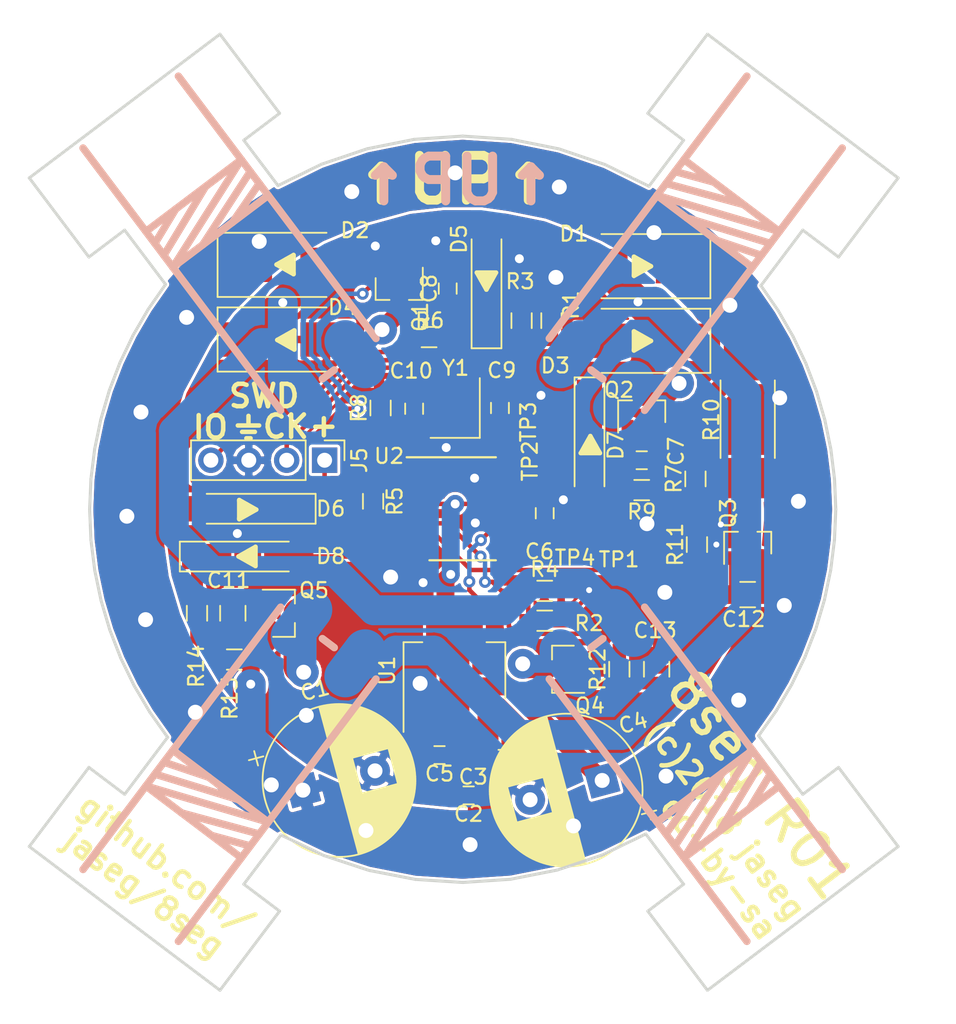
<source format=kicad_pcb>
(kicad_pcb (version 20171130) (host pcbnew "(5.0.1)")

  (general
    (thickness 1.6)
    (drawings 100)
    (tracks 390)
    (zones 0)
    (modules 52)
    (nets 35)
  )

  (page A4)
  (layers
    (0 F.Cu signal)
    (31 B.Cu signal)
    (32 B.Adhes user hide)
    (33 F.Adhes user hide)
    (34 B.Paste user hide)
    (35 F.Paste user hide)
    (36 B.SilkS user hide)
    (37 F.SilkS user)
    (38 B.Mask user hide)
    (39 F.Mask user)
    (40 Dwgs.User user)
    (41 Cmts.User user)
    (42 Eco1.User user)
    (43 Eco2.User user)
    (44 Edge.Cuts user)
    (45 Margin user)
    (46 B.CrtYd user)
    (47 F.CrtYd user)
    (48 B.Fab user hide)
    (49 F.Fab user)
  )

  (setup
    (last_trace_width 0.3)
    (user_trace_width 0.1)
    (user_trace_width 0.15)
    (user_trace_width 0.2)
    (user_trace_width 0.3)
    (user_trace_width 0.5)
    (user_trace_width 0.8)
    (user_trace_width 1.2)
    (user_trace_width 2)
    (trace_clearance 0.2)
    (zone_clearance 0.15)
    (zone_45_only no)
    (trace_min 0.1)
    (segment_width 0.15)
    (edge_width 0.15)
    (via_size 0.8)
    (via_drill 0.4)
    (via_min_size 0.4)
    (via_min_drill 0.3)
    (user_via 0.6 0.3)
    (user_via 0.8 0.4)
    (user_via 1.2 0.6)
    (user_via 2 1)
    (user_via 2.5 1.5)
    (user_via 3 2)
    (uvia_size 0.3)
    (uvia_drill 0.1)
    (uvias_allowed no)
    (uvia_min_size 0.2)
    (uvia_min_drill 0.1)
    (pcb_text_width 0.3)
    (pcb_text_size 1.5 1.5)
    (mod_edge_width 0.15)
    (mod_text_size 1 1)
    (mod_text_width 0.15)
    (pad_size 1.524 1.524)
    (pad_drill 0.762)
    (pad_to_mask_clearance 0.051)
    (solder_mask_min_width 0.25)
    (aux_axis_origin 0 0)
    (visible_elements FFFDFF7F)
    (pcbplotparams
      (layerselection 0x010fc_ffffffff)
      (usegerberextensions false)
      (usegerberattributes false)
      (usegerberadvancedattributes false)
      (creategerberjobfile false)
      (excludeedgelayer true)
      (linewidth 0.100000)
      (plotframeref false)
      (viasonmask false)
      (mode 1)
      (useauxorigin false)
      (hpglpennumber 1)
      (hpglpenspeed 20)
      (hpglpendiameter 15.000000)
      (psnegative false)
      (psa4output false)
      (plotreference true)
      (plotvalue true)
      (plotinvisibletext false)
      (padsonsilk false)
      (subtractmaskfromsilk false)
      (outputformat 1)
      (mirror false)
      (drillshape 0)
      (scaleselection 1)
      (outputdirectory "gerber"))
  )

  (net 0 "")
  (net 1 +12V)
  (net 2 GND)
  (net 3 +3V3)
  (net 4 "Net-(C7-Pad2)")
  (net 5 "Net-(C8-Pad1)")
  (net 6 "Net-(C9-Pad1)")
  (net 7 "Net-(C10-Pad1)")
  (net 8 "Net-(C11-Pad2)")
  (net 9 "Net-(C12-Pad1)")
  (net 10 "Net-(C13-Pad1)")
  (net 11 "Net-(D1-Pad2)")
  (net 12 "Net-(D2-Pad2)")
  (net 13 /Vmeas_A)
  (net 14 /Vmeas_B)
  (net 15 "Net-(D7-Pad1)")
  (net 16 /CH2)
  (net 17 /CH3)
  (net 18 "Net-(D8-Pad1)")
  (net 19 /Q2)
  (net 20 /Q0)
  (net 21 /Q3)
  (net 22 /Q1)
  (net 23 /SWCLK)
  (net 24 /SWDIO)
  (net 25 "Net-(R5-Pad1)")
  (net 26 /CH0)
  (net 27 "Net-(R8-Pad1)")
  (net 28 /LOAD)
  (net 29 /CH1)
  (net 30 "Net-(TP1-Pad1)")
  (net 31 "Net-(TP2-Pad1)")
  (net 32 "Net-(TP3-Pad1)")
  (net 33 "Net-(TP4-Pad1)")
  (net 34 "Net-(Q3-Pad3)")

  (net_class Default "This is the default net class."
    (clearance 0.2)
    (trace_width 0.25)
    (via_dia 0.8)
    (via_drill 0.4)
    (uvia_dia 0.3)
    (uvia_drill 0.1)
    (add_net +12V)
    (add_net +3V3)
    (add_net /CH0)
    (add_net /CH1)
    (add_net /CH2)
    (add_net /CH3)
    (add_net /LOAD)
    (add_net /Q0)
    (add_net /Q1)
    (add_net /Q2)
    (add_net /Q3)
    (add_net /SWCLK)
    (add_net /SWDIO)
    (add_net /Vmeas_A)
    (add_net /Vmeas_B)
    (add_net GND)
    (add_net "Net-(C10-Pad1)")
    (add_net "Net-(C11-Pad2)")
    (add_net "Net-(C12-Pad1)")
    (add_net "Net-(C13-Pad1)")
    (add_net "Net-(C7-Pad2)")
    (add_net "Net-(C8-Pad1)")
    (add_net "Net-(C9-Pad1)")
    (add_net "Net-(D1-Pad2)")
    (add_net "Net-(D2-Pad2)")
    (add_net "Net-(D7-Pad1)")
    (add_net "Net-(D8-Pad1)")
    (add_net "Net-(Q3-Pad3)")
    (add_net "Net-(R5-Pad1)")
    (add_net "Net-(R8-Pad1)")
    (add_net "Net-(TP1-Pad1)")
    (add_net "Net-(TP2-Pad1)")
    (add_net "Net-(TP3-Pad1)")
    (add_net "Net-(TP4-Pad1)")
  )

  (module TO_SOT_Packages_SMD:SOT-23 (layer F.Cu) (tedit 58CE4E7E) (tstamp 5C29A060)
    (at 119.1 102.3 90)
    (descr "SOT-23, Standard")
    (tags SOT-23)
    (path /5C57CF20)
    (attr smd)
    (fp_text reference Q3 (at 2 -1.31 90) (layer F.SilkS)
      (effects (font (size 1 1) (thickness 0.15)))
    )
    (fp_text value AO3400 (at 0 2.5 90) (layer F.Fab)
      (effects (font (size 1 1) (thickness 0.15)))
    )
    (fp_text user %R (at 0.25 -0.25 270) (layer F.Fab)
      (effects (font (size 0.5 0.5) (thickness 0.075)))
    )
    (fp_line (start -0.7 -0.95) (end -0.7 1.5) (layer F.Fab) (width 0.1))
    (fp_line (start -0.15 -1.52) (end 0.7 -1.52) (layer F.Fab) (width 0.1))
    (fp_line (start -0.7 -0.95) (end -0.15 -1.52) (layer F.Fab) (width 0.1))
    (fp_line (start 0.7 -1.52) (end 0.7 1.52) (layer F.Fab) (width 0.1))
    (fp_line (start -0.7 1.52) (end 0.7 1.52) (layer F.Fab) (width 0.1))
    (fp_line (start 0.76 1.58) (end 0.76 0.65) (layer F.SilkS) (width 0.12))
    (fp_line (start 0.76 -1.58) (end 0.76 -0.65) (layer F.SilkS) (width 0.12))
    (fp_line (start -1.7 -1.75) (end 1.7 -1.75) (layer F.CrtYd) (width 0.05))
    (fp_line (start 1.7 -1.75) (end 1.7 1.75) (layer F.CrtYd) (width 0.05))
    (fp_line (start 1.7 1.75) (end -1.7 1.75) (layer F.CrtYd) (width 0.05))
    (fp_line (start -1.7 1.75) (end -1.7 -1.75) (layer F.CrtYd) (width 0.05))
    (fp_line (start 0.76 -1.58) (end -1.4 -1.58) (layer F.SilkS) (width 0.12))
    (fp_line (start 0.76 1.58) (end -0.7 1.58) (layer F.SilkS) (width 0.12))
    (pad 1 smd rect (at -1 -0.95 90) (size 0.9 0.8) (layers F.Cu F.Paste F.Mask)
      (net 9 "Net-(C12-Pad1)"))
    (pad 2 smd rect (at -1 0.95 90) (size 0.9 0.8) (layers F.Cu F.Paste F.Mask)
      (net 2 GND))
    (pad 3 smd rect (at 1 0 90) (size 0.9 0.8) (layers F.Cu F.Paste F.Mask)
      (net 34 "Net-(Q3-Pad3)"))
    (model ${KISYS3DMOD}/TO_SOT_Packages_SMD.3dshapes/SOT-23.wrl
      (at (xyz 0 0 0))
      (scale (xyz 1 1 1))
      (rotate (xyz 0 0 0))
    )
  )

  (module Capacitors_SMD:C_0603_HandSoldering (layer F.Cu) (tedit 58AA848B) (tstamp 5C21D147)
    (at 100.4 119.2 180)
    (descr "Capacitor SMD 0603, hand soldering")
    (tags "capacitor 0603")
    (path /5C1AAFA9)
    (attr smd)
    (fp_text reference C2 (at 0 -1.25 180) (layer F.SilkS)
      (effects (font (size 1 1) (thickness 0.15)))
    )
    (fp_text value 10u (at 0 1.5 180) (layer F.Fab)
      (effects (font (size 1 1) (thickness 0.15)))
    )
    (fp_text user %R (at 0 -1.25 180) (layer F.Fab)
      (effects (font (size 1 1) (thickness 0.15)))
    )
    (fp_line (start -0.8 0.4) (end -0.8 -0.4) (layer F.Fab) (width 0.1))
    (fp_line (start 0.8 0.4) (end -0.8 0.4) (layer F.Fab) (width 0.1))
    (fp_line (start 0.8 -0.4) (end 0.8 0.4) (layer F.Fab) (width 0.1))
    (fp_line (start -0.8 -0.4) (end 0.8 -0.4) (layer F.Fab) (width 0.1))
    (fp_line (start -0.35 -0.6) (end 0.35 -0.6) (layer F.SilkS) (width 0.12))
    (fp_line (start 0.35 0.6) (end -0.35 0.6) (layer F.SilkS) (width 0.12))
    (fp_line (start -1.8 -0.65) (end 1.8 -0.65) (layer F.CrtYd) (width 0.05))
    (fp_line (start -1.8 -0.65) (end -1.8 0.65) (layer F.CrtYd) (width 0.05))
    (fp_line (start 1.8 0.65) (end 1.8 -0.65) (layer F.CrtYd) (width 0.05))
    (fp_line (start 1.8 0.65) (end -1.8 0.65) (layer F.CrtYd) (width 0.05))
    (pad 1 smd rect (at -0.95 0 180) (size 1.2 0.75) (layers F.Cu F.Paste F.Mask)
      (net 1 +12V))
    (pad 2 smd rect (at 0.95 0 180) (size 1.2 0.75) (layers F.Cu F.Paste F.Mask)
      (net 2 GND))
    (model Capacitors_SMD.3dshapes/C_0603.wrl
      (at (xyz 0 0 0))
      (scale (xyz 1 1 1))
      (rotate (xyz 0 0 0))
    )
  )

  (module Capacitors_SMD:C_0603_HandSoldering (layer F.Cu) (tedit 58AA848B) (tstamp 5C21D158)
    (at 102.75 116.75)
    (descr "Capacitor SMD 0603, hand soldering")
    (tags "capacitor 0603")
    (path /5C1AF3BD)
    (attr smd)
    (fp_text reference C3 (at -2.04 1.21) (layer F.SilkS)
      (effects (font (size 1 1) (thickness 0.15)))
    )
    (fp_text value 100n (at 0 1.5) (layer F.Fab)
      (effects (font (size 1 1) (thickness 0.15)))
    )
    (fp_text user %R (at 0 -1.25) (layer F.Fab)
      (effects (font (size 1 1) (thickness 0.15)))
    )
    (fp_line (start -0.8 0.4) (end -0.8 -0.4) (layer F.Fab) (width 0.1))
    (fp_line (start 0.8 0.4) (end -0.8 0.4) (layer F.Fab) (width 0.1))
    (fp_line (start 0.8 -0.4) (end 0.8 0.4) (layer F.Fab) (width 0.1))
    (fp_line (start -0.8 -0.4) (end 0.8 -0.4) (layer F.Fab) (width 0.1))
    (fp_line (start -0.35 -0.6) (end 0.35 -0.6) (layer F.SilkS) (width 0.12))
    (fp_line (start 0.35 0.6) (end -0.35 0.6) (layer F.SilkS) (width 0.12))
    (fp_line (start -1.8 -0.65) (end 1.8 -0.65) (layer F.CrtYd) (width 0.05))
    (fp_line (start -1.8 -0.65) (end -1.8 0.65) (layer F.CrtYd) (width 0.05))
    (fp_line (start 1.8 0.65) (end 1.8 -0.65) (layer F.CrtYd) (width 0.05))
    (fp_line (start 1.8 0.65) (end -1.8 0.65) (layer F.CrtYd) (width 0.05))
    (pad 1 smd rect (at -0.95 0) (size 1.2 0.75) (layers F.Cu F.Paste F.Mask)
      (net 1 +12V))
    (pad 2 smd rect (at 0.95 0) (size 1.2 0.75) (layers F.Cu F.Paste F.Mask)
      (net 2 GND))
    (model Capacitors_SMD.3dshapes/C_0603.wrl
      (at (xyz 0 0 0))
      (scale (xyz 1 1 1))
      (rotate (xyz 0 0 0))
    )
  )

  (module Capacitors_SMD:C_0603_HandSoldering (layer F.Cu) (tedit 58AA848B) (tstamp 5C21D23E)
    (at 98.45 116.5 180)
    (descr "Capacitor SMD 0603, hand soldering")
    (tags "capacitor 0603")
    (path /5C1AFB91)
    (attr smd)
    (fp_text reference C5 (at 0 -1.25 180) (layer F.SilkS)
      (effects (font (size 1 1) (thickness 0.15)))
    )
    (fp_text value 10u (at 0 1.5 180) (layer F.Fab)
      (effects (font (size 1 1) (thickness 0.15)))
    )
    (fp_line (start 1.8 0.65) (end -1.8 0.65) (layer F.CrtYd) (width 0.05))
    (fp_line (start 1.8 0.65) (end 1.8 -0.65) (layer F.CrtYd) (width 0.05))
    (fp_line (start -1.8 -0.65) (end -1.8 0.65) (layer F.CrtYd) (width 0.05))
    (fp_line (start -1.8 -0.65) (end 1.8 -0.65) (layer F.CrtYd) (width 0.05))
    (fp_line (start 0.35 0.6) (end -0.35 0.6) (layer F.SilkS) (width 0.12))
    (fp_line (start -0.35 -0.6) (end 0.35 -0.6) (layer F.SilkS) (width 0.12))
    (fp_line (start -0.8 -0.4) (end 0.8 -0.4) (layer F.Fab) (width 0.1))
    (fp_line (start 0.8 -0.4) (end 0.8 0.4) (layer F.Fab) (width 0.1))
    (fp_line (start 0.8 0.4) (end -0.8 0.4) (layer F.Fab) (width 0.1))
    (fp_line (start -0.8 0.4) (end -0.8 -0.4) (layer F.Fab) (width 0.1))
    (fp_text user %R (at 0 -1.25 180) (layer F.Fab)
      (effects (font (size 1 1) (thickness 0.15)))
    )
    (pad 2 smd rect (at 0.95 0 180) (size 1.2 0.75) (layers F.Cu F.Paste F.Mask)
      (net 2 GND))
    (pad 1 smd rect (at -0.95 0 180) (size 1.2 0.75) (layers F.Cu F.Paste F.Mask)
      (net 3 +3V3))
    (model Capacitors_SMD.3dshapes/C_0603.wrl
      (at (xyz 0 0 0))
      (scale (xyz 1 1 1))
      (rotate (xyz 0 0 0))
    )
  )

  (module Capacitors_SMD:C_0603_HandSoldering (layer F.Cu) (tedit 58AA848B) (tstamp 5C21D24F)
    (at 105.5 100.3 270)
    (descr "Capacitor SMD 0603, hand soldering")
    (tags "capacitor 0603")
    (path /5C1B07A6)
    (attr smd)
    (fp_text reference C6 (at 2.56 0.35) (layer F.SilkS)
      (effects (font (size 1 1) (thickness 0.15)))
    )
    (fp_text value 100n (at 0 1.5 270) (layer F.Fab)
      (effects (font (size 1 1) (thickness 0.15)))
    )
    (fp_line (start 1.8 0.65) (end -1.8 0.65) (layer F.CrtYd) (width 0.05))
    (fp_line (start 1.8 0.65) (end 1.8 -0.65) (layer F.CrtYd) (width 0.05))
    (fp_line (start -1.8 -0.65) (end -1.8 0.65) (layer F.CrtYd) (width 0.05))
    (fp_line (start -1.8 -0.65) (end 1.8 -0.65) (layer F.CrtYd) (width 0.05))
    (fp_line (start 0.35 0.6) (end -0.35 0.6) (layer F.SilkS) (width 0.12))
    (fp_line (start -0.35 -0.6) (end 0.35 -0.6) (layer F.SilkS) (width 0.12))
    (fp_line (start -0.8 -0.4) (end 0.8 -0.4) (layer F.Fab) (width 0.1))
    (fp_line (start 0.8 -0.4) (end 0.8 0.4) (layer F.Fab) (width 0.1))
    (fp_line (start 0.8 0.4) (end -0.8 0.4) (layer F.Fab) (width 0.1))
    (fp_line (start -0.8 0.4) (end -0.8 -0.4) (layer F.Fab) (width 0.1))
    (fp_text user %R (at 0 -1.25 270) (layer F.Fab)
      (effects (font (size 1 1) (thickness 0.15)))
    )
    (pad 2 smd rect (at 0.95 0 270) (size 1.2 0.75) (layers F.Cu F.Paste F.Mask)
      (net 2 GND))
    (pad 1 smd rect (at -0.95 0 270) (size 1.2 0.75) (layers F.Cu F.Paste F.Mask)
      (net 3 +3V3))
    (model Capacitors_SMD.3dshapes/C_0603.wrl
      (at (xyz 0 0 0))
      (scale (xyz 1 1 1))
      (rotate (xyz 0 0 0))
    )
  )

  (module Capacitors_SMD:C_0603_HandSoldering (layer F.Cu) (tedit 58AA848B) (tstamp 5C2A006D)
    (at 112 96.75 180)
    (descr "Capacitor SMD 0603, hand soldering")
    (tags "capacitor 0603")
    (path /5C27E2DD)
    (attr smd)
    (fp_text reference C7 (at -2.3 0.6 270) (layer F.SilkS)
      (effects (font (size 1 1) (thickness 0.15)))
    )
    (fp_text value 0 (at 0 1.5 180) (layer F.Fab)
      (effects (font (size 1 1) (thickness 0.15)))
    )
    (fp_line (start 1.8 0.65) (end -1.8 0.65) (layer F.CrtYd) (width 0.05))
    (fp_line (start 1.8 0.65) (end 1.8 -0.65) (layer F.CrtYd) (width 0.05))
    (fp_line (start -1.8 -0.65) (end -1.8 0.65) (layer F.CrtYd) (width 0.05))
    (fp_line (start -1.8 -0.65) (end 1.8 -0.65) (layer F.CrtYd) (width 0.05))
    (fp_line (start 0.35 0.6) (end -0.35 0.6) (layer F.SilkS) (width 0.12))
    (fp_line (start -0.35 -0.6) (end 0.35 -0.6) (layer F.SilkS) (width 0.12))
    (fp_line (start -0.8 -0.4) (end 0.8 -0.4) (layer F.Fab) (width 0.1))
    (fp_line (start 0.8 -0.4) (end 0.8 0.4) (layer F.Fab) (width 0.1))
    (fp_line (start 0.8 0.4) (end -0.8 0.4) (layer F.Fab) (width 0.1))
    (fp_line (start -0.8 0.4) (end -0.8 -0.4) (layer F.Fab) (width 0.1))
    (fp_text user %R (at 0 -1.25 180) (layer F.Fab)
      (effects (font (size 1 1) (thickness 0.15)))
    )
    (pad 2 smd rect (at 0.95 0 180) (size 1.2 0.75) (layers F.Cu F.Paste F.Mask)
      (net 4 "Net-(C7-Pad2)"))
    (pad 1 smd rect (at -0.95 0 180) (size 1.2 0.75) (layers F.Cu F.Paste F.Mask)
      (net 1 +12V))
    (model Capacitors_SMD.3dshapes/C_0603.wrl
      (at (xyz 0 0 0))
      (scale (xyz 1 1 1))
      (rotate (xyz 0 0 0))
    )
  )

  (module Capacitors_SMD:C_0603_HandSoldering (layer F.Cu) (tedit 58AA848B) (tstamp 5C21D271)
    (at 99 85.25 90)
    (descr "Capacitor SMD 0603, hand soldering")
    (tags "capacitor 0603")
    (path /5C265A6E)
    (attr smd)
    (fp_text reference C8 (at 0 -1.25 90) (layer F.SilkS)
      (effects (font (size 1 1) (thickness 0.15)))
    )
    (fp_text value 0 (at 0 1.5 90) (layer F.Fab)
      (effects (font (size 1 1) (thickness 0.15)))
    )
    (fp_text user %R (at 0 -1.25 90) (layer F.Fab)
      (effects (font (size 1 1) (thickness 0.15)))
    )
    (fp_line (start -0.8 0.4) (end -0.8 -0.4) (layer F.Fab) (width 0.1))
    (fp_line (start 0.8 0.4) (end -0.8 0.4) (layer F.Fab) (width 0.1))
    (fp_line (start 0.8 -0.4) (end 0.8 0.4) (layer F.Fab) (width 0.1))
    (fp_line (start -0.8 -0.4) (end 0.8 -0.4) (layer F.Fab) (width 0.1))
    (fp_line (start -0.35 -0.6) (end 0.35 -0.6) (layer F.SilkS) (width 0.12))
    (fp_line (start 0.35 0.6) (end -0.35 0.6) (layer F.SilkS) (width 0.12))
    (fp_line (start -1.8 -0.65) (end 1.8 -0.65) (layer F.CrtYd) (width 0.05))
    (fp_line (start -1.8 -0.65) (end -1.8 0.65) (layer F.CrtYd) (width 0.05))
    (fp_line (start 1.8 0.65) (end 1.8 -0.65) (layer F.CrtYd) (width 0.05))
    (fp_line (start 1.8 0.65) (end -1.8 0.65) (layer F.CrtYd) (width 0.05))
    (pad 1 smd rect (at -0.95 0 90) (size 1.2 0.75) (layers F.Cu F.Paste F.Mask)
      (net 5 "Net-(C8-Pad1)"))
    (pad 2 smd rect (at 0.95 0 90) (size 1.2 0.75) (layers F.Cu F.Paste F.Mask)
      (net 2 GND))
    (model Capacitors_SMD.3dshapes/C_0603.wrl
      (at (xyz 0 0 0))
      (scale (xyz 1 1 1))
      (rotate (xyz 0 0 0))
    )
  )

  (module Capacitors_SMD:C_0603_HandSoldering (layer F.Cu) (tedit 58AA848B) (tstamp 5C21D282)
    (at 102.5 93.25 90)
    (descr "Capacitor SMD 0603, hand soldering")
    (tags "capacitor 0603")
    (path /5C31388F)
    (attr smd)
    (fp_text reference C9 (at 2.52 0.12 180) (layer F.SilkS)
      (effects (font (size 1 1) (thickness 0.15)))
    )
    (fp_text value 12p (at 0 1.5 90) (layer F.Fab)
      (effects (font (size 1 1) (thickness 0.15)))
    )
    (fp_line (start 1.8 0.65) (end -1.8 0.65) (layer F.CrtYd) (width 0.05))
    (fp_line (start 1.8 0.65) (end 1.8 -0.65) (layer F.CrtYd) (width 0.05))
    (fp_line (start -1.8 -0.65) (end -1.8 0.65) (layer F.CrtYd) (width 0.05))
    (fp_line (start -1.8 -0.65) (end 1.8 -0.65) (layer F.CrtYd) (width 0.05))
    (fp_line (start 0.35 0.6) (end -0.35 0.6) (layer F.SilkS) (width 0.12))
    (fp_line (start -0.35 -0.6) (end 0.35 -0.6) (layer F.SilkS) (width 0.12))
    (fp_line (start -0.8 -0.4) (end 0.8 -0.4) (layer F.Fab) (width 0.1))
    (fp_line (start 0.8 -0.4) (end 0.8 0.4) (layer F.Fab) (width 0.1))
    (fp_line (start 0.8 0.4) (end -0.8 0.4) (layer F.Fab) (width 0.1))
    (fp_line (start -0.8 0.4) (end -0.8 -0.4) (layer F.Fab) (width 0.1))
    (fp_text user %R (at 0 -1.25 90) (layer F.Fab)
      (effects (font (size 1 1) (thickness 0.15)))
    )
    (pad 2 smd rect (at 0.95 0 90) (size 1.2 0.75) (layers F.Cu F.Paste F.Mask)
      (net 2 GND))
    (pad 1 smd rect (at -0.95 0 90) (size 1.2 0.75) (layers F.Cu F.Paste F.Mask)
      (net 6 "Net-(C9-Pad1)"))
    (model Capacitors_SMD.3dshapes/C_0603.wrl
      (at (xyz 0 0 0))
      (scale (xyz 1 1 1))
      (rotate (xyz 0 0 0))
    )
  )

  (module Capacitors_SMD:C_0603_HandSoldering (layer F.Cu) (tedit 58AA848B) (tstamp 5C21D293)
    (at 96.75 93.3 90)
    (descr "Capacitor SMD 0603, hand soldering")
    (tags "capacitor 0603")
    (path /5C310CD7)
    (attr smd)
    (fp_text reference C10 (at 2.54 -0.2) (layer F.SilkS)
      (effects (font (size 1 1) (thickness 0.15)))
    )
    (fp_text value 12p (at 0 1.5 90) (layer F.Fab)
      (effects (font (size 1 1) (thickness 0.15)))
    )
    (fp_text user %R (at 0 -1.25 90) (layer F.Fab)
      (effects (font (size 1 1) (thickness 0.15)))
    )
    (fp_line (start -0.8 0.4) (end -0.8 -0.4) (layer F.Fab) (width 0.1))
    (fp_line (start 0.8 0.4) (end -0.8 0.4) (layer F.Fab) (width 0.1))
    (fp_line (start 0.8 -0.4) (end 0.8 0.4) (layer F.Fab) (width 0.1))
    (fp_line (start -0.8 -0.4) (end 0.8 -0.4) (layer F.Fab) (width 0.1))
    (fp_line (start -0.35 -0.6) (end 0.35 -0.6) (layer F.SilkS) (width 0.12))
    (fp_line (start 0.35 0.6) (end -0.35 0.6) (layer F.SilkS) (width 0.12))
    (fp_line (start -1.8 -0.65) (end 1.8 -0.65) (layer F.CrtYd) (width 0.05))
    (fp_line (start -1.8 -0.65) (end -1.8 0.65) (layer F.CrtYd) (width 0.05))
    (fp_line (start 1.8 0.65) (end 1.8 -0.65) (layer F.CrtYd) (width 0.05))
    (fp_line (start 1.8 0.65) (end -1.8 0.65) (layer F.CrtYd) (width 0.05))
    (pad 1 smd rect (at -0.95 0 90) (size 1.2 0.75) (layers F.Cu F.Paste F.Mask)
      (net 7 "Net-(C10-Pad1)"))
    (pad 2 smd rect (at 0.95 0 90) (size 1.2 0.75) (layers F.Cu F.Paste F.Mask)
      (net 2 GND))
    (model Capacitors_SMD.3dshapes/C_0603.wrl
      (at (xyz 0 0 0))
      (scale (xyz 1 1 1))
      (rotate (xyz 0 0 0))
    )
  )

  (module Capacitors_SMD:C_0805 (layer F.Cu) (tedit 58AA8463) (tstamp 5C21D2A4)
    (at 84.6 107 90)
    (descr "Capacitor SMD 0805, reflow soldering, AVX (see smccp.pdf)")
    (tags "capacitor 0805")
    (path /5C2DA813)
    (attr smd)
    (fp_text reference C11 (at 2.21 -0.28 180) (layer F.SilkS)
      (effects (font (size 1 1) (thickness 0.15)))
    )
    (fp_text value 0 (at 0 1.75 90) (layer F.Fab)
      (effects (font (size 1 1) (thickness 0.15)))
    )
    (fp_text user %R (at 0 -1.5 90) (layer F.Fab)
      (effects (font (size 1 1) (thickness 0.15)))
    )
    (fp_line (start -1 0.62) (end -1 -0.62) (layer F.Fab) (width 0.1))
    (fp_line (start 1 0.62) (end -1 0.62) (layer F.Fab) (width 0.1))
    (fp_line (start 1 -0.62) (end 1 0.62) (layer F.Fab) (width 0.1))
    (fp_line (start -1 -0.62) (end 1 -0.62) (layer F.Fab) (width 0.1))
    (fp_line (start 0.5 -0.85) (end -0.5 -0.85) (layer F.SilkS) (width 0.12))
    (fp_line (start -0.5 0.85) (end 0.5 0.85) (layer F.SilkS) (width 0.12))
    (fp_line (start -1.75 -0.88) (end 1.75 -0.88) (layer F.CrtYd) (width 0.05))
    (fp_line (start -1.75 -0.88) (end -1.75 0.87) (layer F.CrtYd) (width 0.05))
    (fp_line (start 1.75 0.87) (end 1.75 -0.88) (layer F.CrtYd) (width 0.05))
    (fp_line (start 1.75 0.87) (end -1.75 0.87) (layer F.CrtYd) (width 0.05))
    (pad 1 smd rect (at -1 0 90) (size 1 1.25) (layers F.Cu F.Paste F.Mask)
      (net 1 +12V))
    (pad 2 smd rect (at 1 0 90) (size 1 1.25) (layers F.Cu F.Paste F.Mask)
      (net 8 "Net-(C11-Pad2)"))
    (model Capacitors_SMD.3dshapes/C_0805.wrl
      (at (xyz 0 0 0))
      (scale (xyz 1 1 1))
      (rotate (xyz 0 0 0))
    )
  )

  (module Capacitors_SMD:C_0805 (layer F.Cu) (tedit 5BFC95A3) (tstamp 5C21D2B5)
    (at 119.1 105.75)
    (descr "Capacitor SMD 0805, reflow soldering, AVX (see smccp.pdf)")
    (tags "capacitor 0805")
    (path /5C23632F)
    (attr smd)
    (fp_text reference C12 (at -0.27 1.65) (layer F.SilkS)
      (effects (font (size 1 1) (thickness 0.15)))
    )
    (fp_text value 0 (at 0 1.75) (layer F.Fab)
      (effects (font (size 1 1) (thickness 0.15)))
    )
    (fp_text user %R (at 0 -1.5) (layer F.Fab)
      (effects (font (size 1 1) (thickness 0.15)))
    )
    (fp_line (start -1 0.62) (end -1 -0.62) (layer F.Fab) (width 0.1))
    (fp_line (start 1 0.62) (end -1 0.62) (layer F.Fab) (width 0.1))
    (fp_line (start 1 -0.62) (end 1 0.62) (layer F.Fab) (width 0.1))
    (fp_line (start -1 -0.62) (end 1 -0.62) (layer F.Fab) (width 0.1))
    (fp_line (start 0.5 -0.85) (end -0.5 -0.85) (layer F.SilkS) (width 0.12))
    (fp_line (start -0.5 0.85) (end 0.5 0.85) (layer F.SilkS) (width 0.12))
    (fp_line (start -1.75 -0.88) (end 1.75 -0.88) (layer F.CrtYd) (width 0.05))
    (fp_line (start -1.75 -0.88) (end -1.75 0.87) (layer F.CrtYd) (width 0.05))
    (fp_line (start 1.75 0.87) (end 1.75 -0.88) (layer F.CrtYd) (width 0.05))
    (fp_line (start 1.75 0.87) (end -1.75 0.87) (layer F.CrtYd) (width 0.05))
    (pad 1 smd rect (at -1 0) (size 1 1.25) (layers F.Cu F.Paste F.Mask)
      (net 9 "Net-(C12-Pad1)"))
    (pad 2 smd rect (at 1 0) (size 1 1.25) (layers F.Cu F.Paste F.Mask)
      (net 2 GND))
    (model Capacitors_SMD.3dshapes/C_0805.wrl
      (at (xyz 0 0 0))
      (scale (xyz 1 1 1))
      (rotate (xyz 0 0 0))
    )
  )

  (module Capacitors_SMD:C_0805 (layer F.Cu) (tedit 58AA8463) (tstamp 5C2A071B)
    (at 113 110.75 90)
    (descr "Capacitor SMD 0805, reflow soldering, AVX (see smccp.pdf)")
    (tags "capacitor 0805")
    (path /5C24FD51)
    (attr smd)
    (fp_text reference C13 (at 2.6 -0.1 180) (layer F.SilkS)
      (effects (font (size 1 1) (thickness 0.15)))
    )
    (fp_text value 0 (at 0 1.75 90) (layer F.Fab)
      (effects (font (size 1 1) (thickness 0.15)))
    )
    (fp_line (start 1.75 0.87) (end -1.75 0.87) (layer F.CrtYd) (width 0.05))
    (fp_line (start 1.75 0.87) (end 1.75 -0.88) (layer F.CrtYd) (width 0.05))
    (fp_line (start -1.75 -0.88) (end -1.75 0.87) (layer F.CrtYd) (width 0.05))
    (fp_line (start -1.75 -0.88) (end 1.75 -0.88) (layer F.CrtYd) (width 0.05))
    (fp_line (start -0.5 0.85) (end 0.5 0.85) (layer F.SilkS) (width 0.12))
    (fp_line (start 0.5 -0.85) (end -0.5 -0.85) (layer F.SilkS) (width 0.12))
    (fp_line (start -1 -0.62) (end 1 -0.62) (layer F.Fab) (width 0.1))
    (fp_line (start 1 -0.62) (end 1 0.62) (layer F.Fab) (width 0.1))
    (fp_line (start 1 0.62) (end -1 0.62) (layer F.Fab) (width 0.1))
    (fp_line (start -1 0.62) (end -1 -0.62) (layer F.Fab) (width 0.1))
    (fp_text user %R (at 0 -1.5 90) (layer F.Fab)
      (effects (font (size 1 1) (thickness 0.15)))
    )
    (pad 2 smd rect (at 1 0 90) (size 1 1.25) (layers F.Cu F.Paste F.Mask)
      (net 2 GND))
    (pad 1 smd rect (at -1 0 90) (size 1 1.25) (layers F.Cu F.Paste F.Mask)
      (net 10 "Net-(C13-Pad1)"))
    (model Capacitors_SMD.3dshapes/C_0805.wrl
      (at (xyz 0 0 0))
      (scale (xyz 1 1 1))
      (rotate (xyz 0 0 0))
    )
  )

  (module Diodes_SMD:D_SMB_Handsoldering (layer F.Cu) (tedit 590B3D55) (tstamp 5C21D2DE)
    (at 112 83.75 180)
    (descr "Diode SMB (DO-214AA) Handsoldering")
    (tags "Diode SMB (DO-214AA) Handsoldering")
    (path /5C1985B1)
    (attr smd)
    (fp_text reference D1 (at 4.54 2.17 180) (layer F.SilkS)
      (effects (font (size 1 1) (thickness 0.15)))
    )
    (fp_text value SS510 (at 0 3 180) (layer F.Fab)
      (effects (font (size 1 1) (thickness 0.15)))
    )
    (fp_text user %R (at 0 -3 180) (layer F.Fab)
      (effects (font (size 1 1) (thickness 0.15)))
    )
    (fp_line (start -4.6 -2.15) (end -4.6 2.15) (layer F.SilkS) (width 0.12))
    (fp_line (start 2.3 2) (end -2.3 2) (layer F.Fab) (width 0.1))
    (fp_line (start -2.3 2) (end -2.3 -2) (layer F.Fab) (width 0.1))
    (fp_line (start 2.3 -2) (end 2.3 2) (layer F.Fab) (width 0.1))
    (fp_line (start 2.3 -2) (end -2.3 -2) (layer F.Fab) (width 0.1))
    (fp_line (start -4.7 -2.25) (end 4.7 -2.25) (layer F.CrtYd) (width 0.05))
    (fp_line (start 4.7 -2.25) (end 4.7 2.25) (layer F.CrtYd) (width 0.05))
    (fp_line (start 4.7 2.25) (end -4.7 2.25) (layer F.CrtYd) (width 0.05))
    (fp_line (start -4.7 2.25) (end -4.7 -2.25) (layer F.CrtYd) (width 0.05))
    (fp_line (start -0.64944 0.00102) (end -1.55114 0.00102) (layer F.Fab) (width 0.1))
    (fp_line (start 0.50118 0.00102) (end 1.4994 0.00102) (layer F.Fab) (width 0.1))
    (fp_line (start -0.64944 -0.799079) (end -0.64944 0.80112) (layer F.Fab) (width 0.1))
    (fp_line (start 0.50118 0.75032) (end 0.50118 -0.79908) (layer F.Fab) (width 0.1))
    (fp_line (start -0.64944 0.00102) (end 0.50118 0.75032) (layer F.Fab) (width 0.1))
    (fp_line (start -0.64944 0.00102) (end 0.50118 -0.79908) (layer F.Fab) (width 0.1))
    (fp_line (start -4.6 2.15) (end 2.7 2.15) (layer F.SilkS) (width 0.12))
    (fp_line (start -4.6 -2.15) (end 2.7 -2.15) (layer F.SilkS) (width 0.12))
    (pad 1 smd rect (at -2.7 0 180) (size 3.5 2.3) (layers F.Cu F.Paste F.Mask)
      (net 1 +12V))
    (pad 2 smd rect (at 2.7 0 180) (size 3.5 2.3) (layers F.Cu F.Paste F.Mask)
      (net 11 "Net-(D1-Pad2)"))
    (model ${KISYS3DMOD}/Diodes_SMD.3dshapes/D_SMB.wrl
      (at (xyz 0 0 0))
      (scale (xyz 1 1 1))
      (rotate (xyz 0 0 0))
    )
  )

  (module Diodes_SMD:D_SMB_Handsoldering (layer F.Cu) (tedit 590B3D55) (tstamp 5C21D2F6)
    (at 88.178544 83.66248)
    (descr "Diode SMB (DO-214AA) Handsoldering")
    (tags "Diode SMB (DO-214AA) Handsoldering")
    (path /5C199CCC)
    (attr smd)
    (fp_text reference D2 (at 4.611456 -2.31248) (layer F.SilkS)
      (effects (font (size 1 1) (thickness 0.15)))
    )
    (fp_text value SS510 (at 0 3) (layer F.Fab)
      (effects (font (size 1 1) (thickness 0.15)))
    )
    (fp_text user %R (at 0 -3) (layer F.Fab)
      (effects (font (size 1 1) (thickness 0.15)))
    )
    (fp_line (start -4.6 -2.15) (end -4.6 2.15) (layer F.SilkS) (width 0.12))
    (fp_line (start 2.3 2) (end -2.3 2) (layer F.Fab) (width 0.1))
    (fp_line (start -2.3 2) (end -2.3 -2) (layer F.Fab) (width 0.1))
    (fp_line (start 2.3 -2) (end 2.3 2) (layer F.Fab) (width 0.1))
    (fp_line (start 2.3 -2) (end -2.3 -2) (layer F.Fab) (width 0.1))
    (fp_line (start -4.7 -2.25) (end 4.7 -2.25) (layer F.CrtYd) (width 0.05))
    (fp_line (start 4.7 -2.25) (end 4.7 2.25) (layer F.CrtYd) (width 0.05))
    (fp_line (start 4.7 2.25) (end -4.7 2.25) (layer F.CrtYd) (width 0.05))
    (fp_line (start -4.7 2.25) (end -4.7 -2.25) (layer F.CrtYd) (width 0.05))
    (fp_line (start -0.64944 0.00102) (end -1.55114 0.00102) (layer F.Fab) (width 0.1))
    (fp_line (start 0.50118 0.00102) (end 1.4994 0.00102) (layer F.Fab) (width 0.1))
    (fp_line (start -0.64944 -0.799079) (end -0.64944 0.80112) (layer F.Fab) (width 0.1))
    (fp_line (start 0.50118 0.75032) (end 0.50118 -0.79908) (layer F.Fab) (width 0.1))
    (fp_line (start -0.64944 0.00102) (end 0.50118 0.75032) (layer F.Fab) (width 0.1))
    (fp_line (start -0.64944 0.00102) (end 0.50118 -0.79908) (layer F.Fab) (width 0.1))
    (fp_line (start -4.6 2.15) (end 2.7 2.15) (layer F.SilkS) (width 0.12))
    (fp_line (start -4.6 -2.15) (end 2.7 -2.15) (layer F.SilkS) (width 0.12))
    (pad 1 smd rect (at -2.7 0) (size 3.5 2.3) (layers F.Cu F.Paste F.Mask)
      (net 1 +12V))
    (pad 2 smd rect (at 2.7 0) (size 3.5 2.3) (layers F.Cu F.Paste F.Mask)
      (net 12 "Net-(D2-Pad2)"))
    (model ${KISYS3DMOD}/Diodes_SMD.3dshapes/D_SMB.wrl
      (at (xyz 0 0 0))
      (scale (xyz 1 1 1))
      (rotate (xyz 0 0 0))
    )
  )

  (module Diodes_SMD:D_SMB_Handsoldering (layer F.Cu) (tedit 590B3D55) (tstamp 5C2A5BE3)
    (at 112 88.75 180)
    (descr "Diode SMB (DO-214AA) Handsoldering")
    (tags "Diode SMB (DO-214AA) Handsoldering")
    (path /5C19926C)
    (attr smd)
    (fp_text reference D3 (at 5.79 -1.66 180) (layer F.SilkS)
      (effects (font (size 1 1) (thickness 0.15)))
    )
    (fp_text value SS510 (at 0 3 180) (layer F.Fab)
      (effects (font (size 1 1) (thickness 0.15)))
    )
    (fp_line (start -4.6 -2.15) (end 2.7 -2.15) (layer F.SilkS) (width 0.12))
    (fp_line (start -4.6 2.15) (end 2.7 2.15) (layer F.SilkS) (width 0.12))
    (fp_line (start -0.64944 0.00102) (end 0.50118 -0.79908) (layer F.Fab) (width 0.1))
    (fp_line (start -0.64944 0.00102) (end 0.50118 0.75032) (layer F.Fab) (width 0.1))
    (fp_line (start 0.50118 0.75032) (end 0.50118 -0.79908) (layer F.Fab) (width 0.1))
    (fp_line (start -0.64944 -0.799079) (end -0.64944 0.80112) (layer F.Fab) (width 0.1))
    (fp_line (start 0.50118 0.00102) (end 1.4994 0.00102) (layer F.Fab) (width 0.1))
    (fp_line (start -0.64944 0.00102) (end -1.55114 0.00102) (layer F.Fab) (width 0.1))
    (fp_line (start -4.7 2.25) (end -4.7 -2.25) (layer F.CrtYd) (width 0.05))
    (fp_line (start 4.7 2.25) (end -4.7 2.25) (layer F.CrtYd) (width 0.05))
    (fp_line (start 4.7 -2.25) (end 4.7 2.25) (layer F.CrtYd) (width 0.05))
    (fp_line (start -4.7 -2.25) (end 4.7 -2.25) (layer F.CrtYd) (width 0.05))
    (fp_line (start 2.3 -2) (end -2.3 -2) (layer F.Fab) (width 0.1))
    (fp_line (start 2.3 -2) (end 2.3 2) (layer F.Fab) (width 0.1))
    (fp_line (start -2.3 2) (end -2.3 -2) (layer F.Fab) (width 0.1))
    (fp_line (start 2.3 2) (end -2.3 2) (layer F.Fab) (width 0.1))
    (fp_line (start -4.6 -2.15) (end -4.6 2.15) (layer F.SilkS) (width 0.12))
    (fp_text user %R (at 0 -3 180) (layer F.Fab)
      (effects (font (size 1 1) (thickness 0.15)))
    )
    (pad 2 smd rect (at 2.7 0 180) (size 3.5 2.3) (layers F.Cu F.Paste F.Mask)
      (net 2 GND))
    (pad 1 smd rect (at -2.7 0 180) (size 3.5 2.3) (layers F.Cu F.Paste F.Mask)
      (net 11 "Net-(D1-Pad2)"))
    (model ${KISYS3DMOD}/Diodes_SMD.3dshapes/D_SMB.wrl
      (at (xyz 0 0 0))
      (scale (xyz 1 1 1))
      (rotate (xyz 0 0 0))
    )
  )

  (module Diodes_SMD:D_SMB_Handsoldering (layer F.Cu) (tedit 590B3D55) (tstamp 5C21D326)
    (at 88.178544 88.66248)
    (descr "Diode SMB (DO-214AA) Handsoldering")
    (tags "Diode SMB (DO-214AA) Handsoldering")
    (path /5C199DAE)
    (attr smd)
    (fp_text reference D4 (at 3.771456 -2.16248) (layer F.SilkS)
      (effects (font (size 1 1) (thickness 0.15)))
    )
    (fp_text value SS510 (at 0 3) (layer F.Fab)
      (effects (font (size 1 1) (thickness 0.15)))
    )
    (fp_line (start -4.6 -2.15) (end 2.7 -2.15) (layer F.SilkS) (width 0.12))
    (fp_line (start -4.6 2.15) (end 2.7 2.15) (layer F.SilkS) (width 0.12))
    (fp_line (start -0.64944 0.00102) (end 0.50118 -0.79908) (layer F.Fab) (width 0.1))
    (fp_line (start -0.64944 0.00102) (end 0.50118 0.75032) (layer F.Fab) (width 0.1))
    (fp_line (start 0.50118 0.75032) (end 0.50118 -0.79908) (layer F.Fab) (width 0.1))
    (fp_line (start -0.64944 -0.799079) (end -0.64944 0.80112) (layer F.Fab) (width 0.1))
    (fp_line (start 0.50118 0.00102) (end 1.4994 0.00102) (layer F.Fab) (width 0.1))
    (fp_line (start -0.64944 0.00102) (end -1.55114 0.00102) (layer F.Fab) (width 0.1))
    (fp_line (start -4.7 2.25) (end -4.7 -2.25) (layer F.CrtYd) (width 0.05))
    (fp_line (start 4.7 2.25) (end -4.7 2.25) (layer F.CrtYd) (width 0.05))
    (fp_line (start 4.7 -2.25) (end 4.7 2.25) (layer F.CrtYd) (width 0.05))
    (fp_line (start -4.7 -2.25) (end 4.7 -2.25) (layer F.CrtYd) (width 0.05))
    (fp_line (start 2.3 -2) (end -2.3 -2) (layer F.Fab) (width 0.1))
    (fp_line (start 2.3 -2) (end 2.3 2) (layer F.Fab) (width 0.1))
    (fp_line (start -2.3 2) (end -2.3 -2) (layer F.Fab) (width 0.1))
    (fp_line (start 2.3 2) (end -2.3 2) (layer F.Fab) (width 0.1))
    (fp_line (start -4.6 -2.15) (end -4.6 2.15) (layer F.SilkS) (width 0.12))
    (fp_text user %R (at 0 -3) (layer F.Fab)
      (effects (font (size 1 1) (thickness 0.15)))
    )
    (pad 2 smd rect (at 2.7 0) (size 3.5 2.3) (layers F.Cu F.Paste F.Mask)
      (net 2 GND))
    (pad 1 smd rect (at -2.7 0) (size 3.5 2.3) (layers F.Cu F.Paste F.Mask)
      (net 12 "Net-(D2-Pad2)"))
    (model ${KISYS3DMOD}/Diodes_SMD.3dshapes/D_SMB.wrl
      (at (xyz 0 0 0))
      (scale (xyz 1 1 1))
      (rotate (xyz 0 0 0))
    )
  )

  (module footprints:led_tape_3528_2835 locked (layer B.Cu) (tedit 5BF8B28A) (tstamp 5C21D396)
    (at 109 91 323)
    (path /5C196961)
    (fp_text reference J1 (at 0 -0.499999 323) (layer B.SilkS) hide
      (effects (font (size 1 1) (thickness 0.15)) (justify mirror))
    )
    (fp_text value "top left" (at 0 0.499999 323) (layer B.Fab) hide
      (effects (font (size 1 1) (thickness 0.15)) (justify mirror))
    )
    (fp_line (start -0.499999 0) (end 0.499999 0) (layer B.SilkS) (width 0.5))
    (fp_line (start 4 -22) (end 4 0) (layer B.SilkS) (width 0.5))
    (fp_line (start -4 0) (end -4 -22) (layer B.SilkS) (width 0.5))
    (fp_line (start -4 -15) (end 4 -15) (layer B.SilkS) (width 0.5))
    (fp_line (start 4 -15) (end -4 -11.999999) (layer B.SilkS) (width 0.5))
    (fp_line (start -4 -11.999999) (end 4 -11.999999) (layer B.SilkS) (width 0.5))
    (fp_line (start 4 -14) (end -1.5 -12) (layer B.SilkS) (width 0.5))
    (fp_line (start 1 -12) (end 4 -13) (layer B.SilkS) (width 0.5))
    (fp_line (start -4 -14) (end -1.5 -15) (layer B.SilkS) (width 0.5))
    (fp_line (start -4 -13) (end 1 -15) (layer B.SilkS) (width 0.5))
    (pad 2 smd oval (at 2.25 0 323) (size 2.8 5) (layers B.Cu B.Paste B.Mask)
      (net 19 /Q2))
    (pad 1 smd oval (at -2.25 0 323) (size 2.8 5) (layers B.Cu B.Paste B.Mask)
      (net 11 "Net-(D1-Pad2)"))
  )

  (module footprints:led_tape_3528_2835 locked (layer B.Cu) (tedit 5BF8B28A) (tstamp 5C21D3A6)
    (at 91 91 37)
    (path /5C196B9D)
    (fp_text reference J2 (at 0 -0.499999 37) (layer B.SilkS) hide
      (effects (font (size 1 1) (thickness 0.15)) (justify mirror))
    )
    (fp_text value "top right" (at 0 0.499999 37) (layer B.Fab) hide
      (effects (font (size 1 1) (thickness 0.15)) (justify mirror))
    )
    (fp_line (start -4 -13) (end 1 -15) (layer B.SilkS) (width 0.5))
    (fp_line (start -4 -14) (end -1.5 -15) (layer B.SilkS) (width 0.5))
    (fp_line (start 1 -12) (end 4 -13) (layer B.SilkS) (width 0.5))
    (fp_line (start 4 -14) (end -1.5 -12) (layer B.SilkS) (width 0.5))
    (fp_line (start -4 -11.999999) (end 4 -11.999999) (layer B.SilkS) (width 0.5))
    (fp_line (start 4 -15) (end -4 -11.999999) (layer B.SilkS) (width 0.5))
    (fp_line (start -4 -15) (end 4 -15) (layer B.SilkS) (width 0.5))
    (fp_line (start -4 0) (end -4 -22) (layer B.SilkS) (width 0.5))
    (fp_line (start 4 -22) (end 4 0) (layer B.SilkS) (width 0.5))
    (fp_line (start -0.499999 0) (end 0.499999 0) (layer B.SilkS) (width 0.5))
    (pad 1 smd oval (at -2.25 0 37) (size 2.8 5) (layers B.Cu B.Paste B.Mask)
      (net 12 "Net-(D2-Pad2)"))
    (pad 2 smd oval (at 2.25 0 37) (size 2.8 5) (layers B.Cu B.Paste B.Mask)
      (net 20 /Q0))
  )

  (module footprints:led_tape_3528_2835 locked (layer B.Cu) (tedit 5BF8B28A) (tstamp 5C21D3B6)
    (at 91 109 143)
    (path /5C196C4D)
    (fp_text reference J3 (at 0 -0.499999 143) (layer B.SilkS) hide
      (effects (font (size 1 1) (thickness 0.15)) (justify mirror))
    )
    (fp_text value "bottom right" (at 0 0.499999 143) (layer B.Fab) hide
      (effects (font (size 1 1) (thickness 0.15)) (justify mirror))
    )
    (fp_line (start -0.499999 0) (end 0.499999 0) (layer B.SilkS) (width 0.5))
    (fp_line (start 4 -22) (end 4 0) (layer B.SilkS) (width 0.5))
    (fp_line (start -4 0) (end -4 -22) (layer B.SilkS) (width 0.5))
    (fp_line (start -4 -15) (end 4 -15) (layer B.SilkS) (width 0.5))
    (fp_line (start 4 -15) (end -4 -11.999999) (layer B.SilkS) (width 0.5))
    (fp_line (start -4 -11.999999) (end 4 -11.999999) (layer B.SilkS) (width 0.5))
    (fp_line (start 4 -14) (end -1.5 -12) (layer B.SilkS) (width 0.5))
    (fp_line (start 1 -12) (end 4 -13) (layer B.SilkS) (width 0.5))
    (fp_line (start -4 -14) (end -1.5 -15) (layer B.SilkS) (width 0.5))
    (fp_line (start -4 -13) (end 1 -15) (layer B.SilkS) (width 0.5))
    (pad 2 smd oval (at 2.25 0 143) (size 2.8 5) (layers B.Cu B.Paste B.Mask)
      (net 21 /Q3))
    (pad 1 smd oval (at -2.25 0 143) (size 2.8 5) (layers B.Cu B.Paste B.Mask)
      (net 11 "Net-(D1-Pad2)"))
  )

  (module footprints:led_tape_3528_2835 locked (layer B.Cu) (tedit 5BF8B28A) (tstamp 5C21D3C6)
    (at 109 109 217)
    (path /5C196D8E)
    (fp_text reference J4 (at 0 -0.499999 217) (layer B.SilkS) hide
      (effects (font (size 1 1) (thickness 0.15)) (justify mirror))
    )
    (fp_text value "bottom left" (at 0 0.499999 217) (layer B.Fab) hide
      (effects (font (size 1 1) (thickness 0.15)) (justify mirror))
    )
    (fp_line (start -0.499999 0) (end 0.499999 0) (layer B.SilkS) (width 0.5))
    (fp_line (start 4 -22) (end 4 0) (layer B.SilkS) (width 0.5))
    (fp_line (start -4 0) (end -4 -22) (layer B.SilkS) (width 0.5))
    (fp_line (start -4 -15) (end 4 -15) (layer B.SilkS) (width 0.5))
    (fp_line (start 4 -15) (end -4 -11.999999) (layer B.SilkS) (width 0.5))
    (fp_line (start -4 -11.999999) (end 4 -11.999999) (layer B.SilkS) (width 0.5))
    (fp_line (start 4 -14) (end -1.5 -12) (layer B.SilkS) (width 0.5))
    (fp_line (start 1 -12) (end 4 -13) (layer B.SilkS) (width 0.5))
    (fp_line (start -4 -14) (end -1.5 -15) (layer B.SilkS) (width 0.5))
    (fp_line (start -4 -13) (end 1 -15) (layer B.SilkS) (width 0.5))
    (pad 2 smd oval (at 2.25 0 217) (size 2.8 5) (layers B.Cu B.Paste B.Mask)
      (net 22 /Q1))
    (pad 1 smd oval (at -2.25 0 217) (size 2.8 5) (layers B.Cu B.Paste B.Mask)
      (net 12 "Net-(D2-Pad2)"))
  )

  (module Pin_Headers:Pin_Header_Straight_1x04_Pitch2.54mm (layer F.Cu) (tedit 59650532) (tstamp 5C21D3DE)
    (at 90.75 96.75 270)
    (descr "Through hole straight pin header, 1x04, 2.54mm pitch, single row")
    (tags "Through hole pin header THT 1x04 2.54mm single row")
    (path /5C3B6CB2)
    (fp_text reference J5 (at 0 -2.33 270) (layer F.SilkS)
      (effects (font (size 1 1) (thickness 0.15)))
    )
    (fp_text value SWD (at 0 9.95 270) (layer F.Fab)
      (effects (font (size 1 1) (thickness 0.15)))
    )
    (fp_line (start -0.635 -1.27) (end 1.27 -1.27) (layer F.Fab) (width 0.1))
    (fp_line (start 1.27 -1.27) (end 1.27 8.89) (layer F.Fab) (width 0.1))
    (fp_line (start 1.27 8.89) (end -1.27 8.89) (layer F.Fab) (width 0.1))
    (fp_line (start -1.27 8.89) (end -1.27 -0.635) (layer F.Fab) (width 0.1))
    (fp_line (start -1.27 -0.635) (end -0.635 -1.27) (layer F.Fab) (width 0.1))
    (fp_line (start -1.33 8.95) (end 1.33 8.95) (layer F.SilkS) (width 0.12))
    (fp_line (start -1.33 1.270001) (end -1.33 8.95) (layer F.SilkS) (width 0.12))
    (fp_line (start 1.33 1.270001) (end 1.33 8.95) (layer F.SilkS) (width 0.12))
    (fp_line (start -1.33 1.270001) (end 1.33 1.270001) (layer F.SilkS) (width 0.12))
    (fp_line (start -1.33 0) (end -1.33 -1.33) (layer F.SilkS) (width 0.12))
    (fp_line (start -1.33 -1.33) (end 0 -1.33) (layer F.SilkS) (width 0.12))
    (fp_line (start -1.8 -1.8) (end -1.8 9.4) (layer F.CrtYd) (width 0.05))
    (fp_line (start -1.8 9.4) (end 1.8 9.4) (layer F.CrtYd) (width 0.05))
    (fp_line (start 1.8 9.4) (end 1.8 -1.8) (layer F.CrtYd) (width 0.05))
    (fp_line (start 1.8 -1.8) (end -1.8 -1.8) (layer F.CrtYd) (width 0.05))
    (fp_text user %R (at 0 3.81) (layer F.Fab)
      (effects (font (size 1 1) (thickness 0.15)))
    )
    (pad 1 thru_hole rect (at 0 0 270) (size 1.7 1.7) (drill 1) (layers *.Cu *.Mask)
      (net 3 +3V3))
    (pad 2 thru_hole oval (at 0 2.54 270) (size 1.7 1.7) (drill 1) (layers *.Cu *.Mask)
      (net 23 /SWCLK))
    (pad 3 thru_hole oval (at 0 5.079999 270) (size 1.7 1.7) (drill 1) (layers *.Cu *.Mask)
      (net 2 GND))
    (pad 4 thru_hole oval (at 0 7.62 270) (size 1.7 1.7) (drill 1) (layers *.Cu *.Mask)
      (net 24 /SWDIO))
    (model ${KISYS3DMOD}/Pin_Headers.3dshapes/Pin_Header_Straight_1x04_Pitch2.54mm.wrl
      (at (xyz 0 0 0))
      (scale (xyz 1 1 1))
      (rotate (xyz 0 0 0))
    )
  )

  (module Resistors_SMD:R_0603_HandSoldering (layer F.Cu) (tedit 58E0A804) (tstamp 5C21D3EF)
    (at 105.95 87.4 270)
    (descr "Resistor SMD 0603, hand soldering")
    (tags "resistor 0603")
    (path /5C1B72F8)
    (attr smd)
    (fp_text reference R1 (at -1.04 -1.32 270) (layer F.SilkS)
      (effects (font (size 1 1) (thickness 0.15)))
    )
    (fp_text value 10k (at 0 1.55 270) (layer F.Fab)
      (effects (font (size 1 1) (thickness 0.15)))
    )
    (fp_line (start 1.95 0.7) (end -1.96 0.7) (layer F.CrtYd) (width 0.05))
    (fp_line (start 1.95 0.7) (end 1.95 -0.7) (layer F.CrtYd) (width 0.05))
    (fp_line (start -1.96 -0.7) (end -1.96 0.7) (layer F.CrtYd) (width 0.05))
    (fp_line (start -1.96 -0.7) (end 1.95 -0.7) (layer F.CrtYd) (width 0.05))
    (fp_line (start -0.5 -0.68) (end 0.5 -0.68) (layer F.SilkS) (width 0.12))
    (fp_line (start 0.5 0.68) (end -0.5 0.68) (layer F.SilkS) (width 0.12))
    (fp_line (start -0.8 -0.4) (end 0.8 -0.4) (layer F.Fab) (width 0.1))
    (fp_line (start 0.8 -0.4) (end 0.8 0.4) (layer F.Fab) (width 0.1))
    (fp_line (start 0.8 0.4) (end -0.8 0.4) (layer F.Fab) (width 0.1))
    (fp_line (start -0.8 0.4) (end -0.8 -0.4) (layer F.Fab) (width 0.1))
    (fp_text user %R (at 0 0 270) (layer F.Fab)
      (effects (font (size 0.4 0.4) (thickness 0.075)))
    )
    (pad 2 smd rect (at 1.1 0 270) (size 1.2 0.9) (layers F.Cu F.Paste F.Mask)
      (net 13 /Vmeas_A))
    (pad 1 smd rect (at -1.1 0 270) (size 1.2 0.9) (layers F.Cu F.Paste F.Mask)
      (net 11 "Net-(D1-Pad2)"))
    (model ${KISYS3DMOD}/Resistors_SMD.3dshapes/R_0603.wrl
      (at (xyz 0 0 0))
      (scale (xyz 1 1 1))
      (rotate (xyz 0 0 0))
    )
  )

  (module Resistors_SMD:R_0603_HandSoldering (layer F.Cu) (tedit 58E0A804) (tstamp 5C21D400)
    (at 105.5 107.5 180)
    (descr "Resistor SMD 0603, hand soldering")
    (tags "resistor 0603")
    (path /5C1BABDF)
    (attr smd)
    (fp_text reference R2 (at -2.97 -0.17 180) (layer F.SilkS)
      (effects (font (size 1 1) (thickness 0.15)))
    )
    (fp_text value 10k (at 0 1.55 180) (layer F.Fab)
      (effects (font (size 1 1) (thickness 0.15)))
    )
    (fp_text user %R (at -0.155001 0 180) (layer F.Fab)
      (effects (font (size 0.4 0.4) (thickness 0.075)))
    )
    (fp_line (start -0.8 0.4) (end -0.8 -0.4) (layer F.Fab) (width 0.1))
    (fp_line (start 0.8 0.4) (end -0.8 0.4) (layer F.Fab) (width 0.1))
    (fp_line (start 0.8 -0.4) (end 0.8 0.4) (layer F.Fab) (width 0.1))
    (fp_line (start -0.8 -0.4) (end 0.8 -0.4) (layer F.Fab) (width 0.1))
    (fp_line (start 0.5 0.68) (end -0.5 0.68) (layer F.SilkS) (width 0.12))
    (fp_line (start -0.5 -0.68) (end 0.5 -0.68) (layer F.SilkS) (width 0.12))
    (fp_line (start -1.96 -0.7) (end 1.95 -0.7) (layer F.CrtYd) (width 0.05))
    (fp_line (start -1.96 -0.7) (end -1.96 0.7) (layer F.CrtYd) (width 0.05))
    (fp_line (start 1.95 0.7) (end 1.95 -0.7) (layer F.CrtYd) (width 0.05))
    (fp_line (start 1.95 0.7) (end -1.96 0.7) (layer F.CrtYd) (width 0.05))
    (pad 1 smd rect (at -1.1 0 180) (size 1.2 0.9) (layers F.Cu F.Paste F.Mask)
      (net 12 "Net-(D2-Pad2)"))
    (pad 2 smd rect (at 1.1 0 180) (size 1.2 0.9) (layers F.Cu F.Paste F.Mask)
      (net 14 /Vmeas_B))
    (model ${KISYS3DMOD}/Resistors_SMD.3dshapes/R_0603.wrl
      (at (xyz 0 0 0))
      (scale (xyz 1 1 1))
      (rotate (xyz 0 0 0))
    )
  )

  (module Resistors_SMD:R_0603_HandSoldering (layer F.Cu) (tedit 58E0A804) (tstamp 5C2A0CB2)
    (at 103.95 87.4 90)
    (descr "Resistor SMD 0603, hand soldering")
    (tags "resistor 0603")
    (path /5C1BC19C)
    (attr smd)
    (fp_text reference R3 (at 2.63 -0.1 180) (layer F.SilkS)
      (effects (font (size 1 1) (thickness 0.15)))
    )
    (fp_text value 3k3 (at 0 1.55 90) (layer F.Fab)
      (effects (font (size 1 1) (thickness 0.15)))
    )
    (fp_text user %R (at 0 0 90) (layer F.Fab)
      (effects (font (size 0.4 0.4) (thickness 0.075)))
    )
    (fp_line (start -0.8 0.4) (end -0.8 -0.4) (layer F.Fab) (width 0.1))
    (fp_line (start 0.8 0.4) (end -0.8 0.4) (layer F.Fab) (width 0.1))
    (fp_line (start 0.8 -0.4) (end 0.8 0.4) (layer F.Fab) (width 0.1))
    (fp_line (start -0.8 -0.4) (end 0.8 -0.4) (layer F.Fab) (width 0.1))
    (fp_line (start 0.5 0.68) (end -0.5 0.68) (layer F.SilkS) (width 0.12))
    (fp_line (start -0.5 -0.68) (end 0.5 -0.68) (layer F.SilkS) (width 0.12))
    (fp_line (start -1.96 -0.7) (end 1.95 -0.7) (layer F.CrtYd) (width 0.05))
    (fp_line (start -1.96 -0.7) (end -1.96 0.7) (layer F.CrtYd) (width 0.05))
    (fp_line (start 1.95 0.7) (end 1.95 -0.7) (layer F.CrtYd) (width 0.05))
    (fp_line (start 1.95 0.7) (end -1.96 0.7) (layer F.CrtYd) (width 0.05))
    (pad 1 smd rect (at -1.1 0 90) (size 1.2 0.9) (layers F.Cu F.Paste F.Mask)
      (net 13 /Vmeas_A))
    (pad 2 smd rect (at 1.1 0 90) (size 1.2 0.9) (layers F.Cu F.Paste F.Mask)
      (net 2 GND))
    (model ${KISYS3DMOD}/Resistors_SMD.3dshapes/R_0603.wrl
      (at (xyz 0 0 0))
      (scale (xyz 1 1 1))
      (rotate (xyz 0 0 0))
    )
  )

  (module Resistors_SMD:R_0603_HandSoldering (layer F.Cu) (tedit 58E0A804) (tstamp 5C21D422)
    (at 105.5 105.5)
    (descr "Resistor SMD 0603, hand soldering")
    (tags "resistor 0603")
    (path /5C1BB077)
    (attr smd)
    (fp_text reference R4 (at 0 -1.45) (layer F.SilkS)
      (effects (font (size 1 1) (thickness 0.15)))
    )
    (fp_text value 3k3 (at 0 1.55) (layer F.Fab)
      (effects (font (size 1 1) (thickness 0.15)))
    )
    (fp_line (start 1.95 0.7) (end -1.96 0.7) (layer F.CrtYd) (width 0.05))
    (fp_line (start 1.95 0.7) (end 1.95 -0.7) (layer F.CrtYd) (width 0.05))
    (fp_line (start -1.96 -0.7) (end -1.96 0.7) (layer F.CrtYd) (width 0.05))
    (fp_line (start -1.96 -0.7) (end 1.95 -0.7) (layer F.CrtYd) (width 0.05))
    (fp_line (start -0.5 -0.68) (end 0.5 -0.68) (layer F.SilkS) (width 0.12))
    (fp_line (start 0.5 0.68) (end -0.5 0.68) (layer F.SilkS) (width 0.12))
    (fp_line (start -0.8 -0.4) (end 0.8 -0.4) (layer F.Fab) (width 0.1))
    (fp_line (start 0.8 -0.4) (end 0.8 0.4) (layer F.Fab) (width 0.1))
    (fp_line (start 0.8 0.4) (end -0.8 0.4) (layer F.Fab) (width 0.1))
    (fp_line (start -0.8 0.4) (end -0.8 -0.4) (layer F.Fab) (width 0.1))
    (fp_text user %R (at 0 0) (layer F.Fab)
      (effects (font (size 0.4 0.4) (thickness 0.075)))
    )
    (pad 2 smd rect (at 1.1 0) (size 1.2 0.9) (layers F.Cu F.Paste F.Mask)
      (net 2 GND))
    (pad 1 smd rect (at -1.1 0) (size 1.2 0.9) (layers F.Cu F.Paste F.Mask)
      (net 14 /Vmeas_B))
    (model ${KISYS3DMOD}/Resistors_SMD.3dshapes/R_0603.wrl
      (at (xyz 0 0 0))
      (scale (xyz 1 1 1))
      (rotate (xyz 0 0 0))
    )
  )

  (module Resistors_SMD:R_0603_HandSoldering (layer F.Cu) (tedit 58E0A804) (tstamp 5C21D433)
    (at 94 99.5 270)
    (descr "Resistor SMD 0603, hand soldering")
    (tags "resistor 0603")
    (path /5C36FD60)
    (attr smd)
    (fp_text reference R5 (at 0 -1.45 270) (layer F.SilkS)
      (effects (font (size 1 1) (thickness 0.15)))
    )
    (fp_text value 0 (at 0 1.55 270) (layer F.Fab)
      (effects (font (size 1 1) (thickness 0.15)))
    )
    (fp_text user %R (at -6.245001 -0.790001 270) (layer F.Fab)
      (effects (font (size 0.4 0.4) (thickness 0.075)))
    )
    (fp_line (start -0.8 0.4) (end -0.8 -0.4) (layer F.Fab) (width 0.1))
    (fp_line (start 0.8 0.4) (end -0.8 0.4) (layer F.Fab) (width 0.1))
    (fp_line (start 0.8 -0.4) (end 0.8 0.4) (layer F.Fab) (width 0.1))
    (fp_line (start -0.8 -0.4) (end 0.8 -0.4) (layer F.Fab) (width 0.1))
    (fp_line (start 0.5 0.68) (end -0.5 0.68) (layer F.SilkS) (width 0.12))
    (fp_line (start -0.5 -0.68) (end 0.5 -0.68) (layer F.SilkS) (width 0.12))
    (fp_line (start -1.96 -0.7) (end 1.95 -0.7) (layer F.CrtYd) (width 0.05))
    (fp_line (start -1.96 -0.7) (end -1.96 0.7) (layer F.CrtYd) (width 0.05))
    (fp_line (start 1.95 0.7) (end 1.95 -0.7) (layer F.CrtYd) (width 0.05))
    (fp_line (start 1.95 0.7) (end -1.96 0.7) (layer F.CrtYd) (width 0.05))
    (pad 1 smd rect (at -1.1 0 270) (size 1.2 0.9) (layers F.Cu F.Paste F.Mask)
      (net 25 "Net-(R5-Pad1)"))
    (pad 2 smd rect (at 1.1 0 270) (size 1.2 0.9) (layers F.Cu F.Paste F.Mask)
      (net 3 +3V3))
    (model ${KISYS3DMOD}/Resistors_SMD.3dshapes/R_0603.wrl
      (at (xyz 0 0 0))
      (scale (xyz 1 1 1))
      (rotate (xyz 0 0 0))
    )
  )

  (module Resistors_SMD:R_0603_HandSoldering (layer F.Cu) (tedit 58E0A804) (tstamp 5C21D444)
    (at 97.75 88.5)
    (descr "Resistor SMD 0603, hand soldering")
    (tags "resistor 0603")
    (path /5C265A68)
    (attr smd)
    (fp_text reference R6 (at 0.05 -1.11) (layer F.SilkS)
      (effects (font (size 1 1) (thickness 0.15)))
    )
    (fp_text value 0 (at 0 1.55) (layer F.Fab)
      (effects (font (size 1 1) (thickness 0.15)))
    )
    (fp_text user %R (at 0 0) (layer F.Fab)
      (effects (font (size 0.4 0.4) (thickness 0.075)))
    )
    (fp_line (start -0.8 0.4) (end -0.8 -0.4) (layer F.Fab) (width 0.1))
    (fp_line (start 0.8 0.4) (end -0.8 0.4) (layer F.Fab) (width 0.1))
    (fp_line (start 0.8 -0.4) (end 0.8 0.4) (layer F.Fab) (width 0.1))
    (fp_line (start -0.8 -0.4) (end 0.8 -0.4) (layer F.Fab) (width 0.1))
    (fp_line (start 0.5 0.68) (end -0.5 0.68) (layer F.SilkS) (width 0.12))
    (fp_line (start -0.5 -0.68) (end 0.5 -0.68) (layer F.SilkS) (width 0.12))
    (fp_line (start -1.96 -0.7) (end 1.95 -0.7) (layer F.CrtYd) (width 0.05))
    (fp_line (start -1.96 -0.7) (end -1.96 0.7) (layer F.CrtYd) (width 0.05))
    (fp_line (start 1.95 0.7) (end 1.95 -0.7) (layer F.CrtYd) (width 0.05))
    (fp_line (start 1.95 0.7) (end -1.96 0.7) (layer F.CrtYd) (width 0.05))
    (pad 1 smd rect (at -1.1 0) (size 1.2 0.9) (layers F.Cu F.Paste F.Mask)
      (net 5 "Net-(C8-Pad1)"))
    (pad 2 smd rect (at 1.1 0) (size 1.2 0.9) (layers F.Cu F.Paste F.Mask)
      (net 26 /CH0))
    (model ${KISYS3DMOD}/Resistors_SMD.3dshapes/R_0603.wrl
      (at (xyz 0 0 0))
      (scale (xyz 1 1 1))
      (rotate (xyz 0 0 0))
    )
  )

  (module Resistors_SMD:R_0603_HandSoldering (layer F.Cu) (tedit 58E0A804) (tstamp 5C21D455)
    (at 115.6 98 90)
    (descr "Resistor SMD 0603, hand soldering")
    (tags "resistor 0603")
    (path /5C270B70)
    (attr smd)
    (fp_text reference R7 (at 0 -1.45 90) (layer F.SilkS)
      (effects (font (size 1 1) (thickness 0.15)))
    )
    (fp_text value 10k (at 0 1.55 90) (layer F.Fab)
      (effects (font (size 1 1) (thickness 0.15)))
    )
    (fp_line (start 1.95 0.7) (end -1.96 0.7) (layer F.CrtYd) (width 0.05))
    (fp_line (start 1.95 0.7) (end 1.95 -0.7) (layer F.CrtYd) (width 0.05))
    (fp_line (start -1.96 -0.7) (end -1.96 0.7) (layer F.CrtYd) (width 0.05))
    (fp_line (start -1.96 -0.7) (end 1.95 -0.7) (layer F.CrtYd) (width 0.05))
    (fp_line (start -0.5 -0.68) (end 0.5 -0.68) (layer F.SilkS) (width 0.12))
    (fp_line (start 0.5 0.68) (end -0.5 0.68) (layer F.SilkS) (width 0.12))
    (fp_line (start -0.8 -0.4) (end 0.8 -0.4) (layer F.Fab) (width 0.1))
    (fp_line (start 0.8 -0.4) (end 0.8 0.4) (layer F.Fab) (width 0.1))
    (fp_line (start 0.8 0.4) (end -0.8 0.4) (layer F.Fab) (width 0.1))
    (fp_line (start -0.8 0.4) (end -0.8 -0.4) (layer F.Fab) (width 0.1))
    (fp_text user %R (at 0 0 90) (layer F.Fab)
      (effects (font (size 0.4 0.4) (thickness 0.075)))
    )
    (pad 2 smd rect (at 1.1 0 90) (size 1.2 0.9) (layers F.Cu F.Paste F.Mask)
      (net 1 +12V))
    (pad 1 smd rect (at -1.1 0 90) (size 1.2 0.9) (layers F.Cu F.Paste F.Mask)
      (net 4 "Net-(C7-Pad2)"))
    (model ${KISYS3DMOD}/Resistors_SMD.3dshapes/R_0603.wrl
      (at (xyz 0 0 0))
      (scale (xyz 1 1 1))
      (rotate (xyz 0 0 0))
    )
  )

  (module Resistors_SMD:R_0603_HandSoldering (layer F.Cu) (tedit 58E0A804) (tstamp 5C21D466)
    (at 94.5 93.25 90)
    (descr "Resistor SMD 0603, hand soldering")
    (tags "resistor 0603")
    (path /5C382D39)
    (attr smd)
    (fp_text reference R8 (at 0 -1.45 90) (layer F.SilkS)
      (effects (font (size 1 1) (thickness 0.15)))
    )
    (fp_text value 0 (at 0 1.55 90) (layer F.Fab)
      (effects (font (size 1 1) (thickness 0.15)))
    )
    (fp_line (start 1.95 0.7) (end -1.96 0.7) (layer F.CrtYd) (width 0.05))
    (fp_line (start 1.95 0.7) (end 1.95 -0.7) (layer F.CrtYd) (width 0.05))
    (fp_line (start -1.96 -0.7) (end -1.96 0.7) (layer F.CrtYd) (width 0.05))
    (fp_line (start -1.96 -0.7) (end 1.95 -0.7) (layer F.CrtYd) (width 0.05))
    (fp_line (start -0.5 -0.68) (end 0.5 -0.68) (layer F.SilkS) (width 0.12))
    (fp_line (start 0.5 0.68) (end -0.5 0.68) (layer F.SilkS) (width 0.12))
    (fp_line (start -0.8 -0.4) (end 0.8 -0.4) (layer F.Fab) (width 0.1))
    (fp_line (start 0.8 -0.4) (end 0.8 0.4) (layer F.Fab) (width 0.1))
    (fp_line (start 0.8 0.4) (end -0.8 0.4) (layer F.Fab) (width 0.1))
    (fp_line (start -0.8 0.4) (end -0.8 -0.4) (layer F.Fab) (width 0.1))
    (fp_text user %R (at 0 0 90) (layer F.Fab)
      (effects (font (size 0.4 0.4) (thickness 0.075)))
    )
    (pad 2 smd rect (at 1.1 0 90) (size 1.2 0.9) (layers F.Cu F.Paste F.Mask)
      (net 2 GND))
    (pad 1 smd rect (at -1.1 0 90) (size 1.2 0.9) (layers F.Cu F.Paste F.Mask)
      (net 27 "Net-(R8-Pad1)"))
    (model ${KISYS3DMOD}/Resistors_SMD.3dshapes/R_0603.wrl
      (at (xyz 0 0 0))
      (scale (xyz 1 1 1))
      (rotate (xyz 0 0 0))
    )
  )

  (module Resistors_SMD:R_0603_HandSoldering (layer F.Cu) (tedit 58E0A804) (tstamp 5C2A0457)
    (at 112 98.75 180)
    (descr "Resistor SMD 0603, hand soldering")
    (tags "resistor 0603")
    (path /5C2AA0AC)
    (attr smd)
    (fp_text reference R9 (at 0 -1.45 180) (layer F.SilkS)
      (effects (font (size 1 1) (thickness 0.15)))
    )
    (fp_text value 0 (at 0 1.55 180) (layer F.Fab)
      (effects (font (size 1 1) (thickness 0.15)))
    )
    (fp_text user %R (at 0 0 180) (layer F.Fab)
      (effects (font (size 0.4 0.4) (thickness 0.075)))
    )
    (fp_line (start -0.8 0.4) (end -0.8 -0.4) (layer F.Fab) (width 0.1))
    (fp_line (start 0.8 0.4) (end -0.8 0.4) (layer F.Fab) (width 0.1))
    (fp_line (start 0.8 -0.4) (end 0.8 0.4) (layer F.Fab) (width 0.1))
    (fp_line (start -0.8 -0.4) (end 0.8 -0.4) (layer F.Fab) (width 0.1))
    (fp_line (start 0.5 0.68) (end -0.5 0.68) (layer F.SilkS) (width 0.12))
    (fp_line (start -0.5 -0.68) (end 0.5 -0.68) (layer F.SilkS) (width 0.12))
    (fp_line (start -1.96 -0.7) (end 1.95 -0.7) (layer F.CrtYd) (width 0.05))
    (fp_line (start -1.96 -0.7) (end -1.96 0.7) (layer F.CrtYd) (width 0.05))
    (fp_line (start 1.95 0.7) (end 1.95 -0.7) (layer F.CrtYd) (width 0.05))
    (fp_line (start 1.95 0.7) (end -1.96 0.7) (layer F.CrtYd) (width 0.05))
    (pad 1 smd rect (at -1.1 0 180) (size 1.2 0.9) (layers F.Cu F.Paste F.Mask)
      (net 4 "Net-(C7-Pad2)"))
    (pad 2 smd rect (at 1.1 0 180) (size 1.2 0.9) (layers F.Cu F.Paste F.Mask)
      (net 15 "Net-(D7-Pad1)"))
    (model ${KISYS3DMOD}/Resistors_SMD.3dshapes/R_0603.wrl
      (at (xyz 0 0 0))
      (scale (xyz 1 1 1))
      (rotate (xyz 0 0 0))
    )
  )

  (module Resistors_SMD:R_0603_HandSoldering (layer F.Cu) (tedit 58E0A804) (tstamp 5C2A14BF)
    (at 115.7 102.4 90)
    (descr "Resistor SMD 0603, hand soldering")
    (tags "resistor 0603")
    (path /5C234E1F)
    (attr smd)
    (fp_text reference R11 (at 0 -1.45 90) (layer F.SilkS)
      (effects (font (size 1 1) (thickness 0.15)))
    )
    (fp_text value 0 (at 0 1.55 90) (layer F.Fab)
      (effects (font (size 1 1) (thickness 0.15)))
    )
    (fp_line (start 1.95 0.7) (end -1.96 0.7) (layer F.CrtYd) (width 0.05))
    (fp_line (start 1.95 0.7) (end 1.95 -0.7) (layer F.CrtYd) (width 0.05))
    (fp_line (start -1.96 -0.7) (end -1.96 0.7) (layer F.CrtYd) (width 0.05))
    (fp_line (start -1.96 -0.7) (end 1.95 -0.7) (layer F.CrtYd) (width 0.05))
    (fp_line (start -0.5 -0.68) (end 0.5 -0.68) (layer F.SilkS) (width 0.12))
    (fp_line (start 0.5 0.68) (end -0.5 0.68) (layer F.SilkS) (width 0.12))
    (fp_line (start -0.8 -0.4) (end 0.8 -0.4) (layer F.Fab) (width 0.1))
    (fp_line (start 0.8 -0.4) (end 0.8 0.4) (layer F.Fab) (width 0.1))
    (fp_line (start 0.8 0.4) (end -0.8 0.4) (layer F.Fab) (width 0.1))
    (fp_line (start -0.8 0.4) (end -0.8 -0.4) (layer F.Fab) (width 0.1))
    (fp_text user %R (at 0 0 90) (layer F.Fab)
      (effects (font (size 0.4 0.4) (thickness 0.075)))
    )
    (pad 2 smd rect (at 1.1 0 90) (size 1.2 0.9) (layers F.Cu F.Paste F.Mask)
      (net 28 /LOAD))
    (pad 1 smd rect (at -1.1 0 90) (size 1.2 0.9) (layers F.Cu F.Paste F.Mask)
      (net 9 "Net-(C12-Pad1)"))
    (model ${KISYS3DMOD}/Resistors_SMD.3dshapes/R_0603.wrl
      (at (xyz 0 0 0))
      (scale (xyz 1 1 1))
      (rotate (xyz 0 0 0))
    )
  )

  (module Resistors_SMD:R_0603_HandSoldering (layer F.Cu) (tedit 58E0A804) (tstamp 5C29F655)
    (at 110.5 110.75 90)
    (descr "Resistor SMD 0603, hand soldering")
    (tags "resistor 0603")
    (path /5C24FD4B)
    (attr smd)
    (fp_text reference R12 (at 0 -1.45 90) (layer F.SilkS)
      (effects (font (size 1 1) (thickness 0.15)))
    )
    (fp_text value 0 (at 0 1.55 90) (layer F.Fab)
      (effects (font (size 1 1) (thickness 0.15)))
    )
    (fp_line (start 1.95 0.7) (end -1.96 0.7) (layer F.CrtYd) (width 0.05))
    (fp_line (start 1.95 0.7) (end 1.95 -0.7) (layer F.CrtYd) (width 0.05))
    (fp_line (start -1.96 -0.7) (end -1.96 0.7) (layer F.CrtYd) (width 0.05))
    (fp_line (start -1.96 -0.7) (end 1.95 -0.7) (layer F.CrtYd) (width 0.05))
    (fp_line (start -0.5 -0.68) (end 0.5 -0.68) (layer F.SilkS) (width 0.12))
    (fp_line (start 0.5 0.68) (end -0.5 0.68) (layer F.SilkS) (width 0.12))
    (fp_line (start -0.8 -0.4) (end 0.8 -0.4) (layer F.Fab) (width 0.1))
    (fp_line (start 0.8 -0.4) (end 0.8 0.4) (layer F.Fab) (width 0.1))
    (fp_line (start 0.8 0.4) (end -0.8 0.4) (layer F.Fab) (width 0.1))
    (fp_line (start -0.8 0.4) (end -0.8 -0.4) (layer F.Fab) (width 0.1))
    (fp_text user %R (at 0 0 90) (layer F.Fab)
      (effects (font (size 0.4 0.4) (thickness 0.075)))
    )
    (pad 2 smd rect (at 1.1 0 90) (size 1.2 0.9) (layers F.Cu F.Paste F.Mask)
      (net 29 /CH1))
    (pad 1 smd rect (at -1.1 0 90) (size 1.2 0.9) (layers F.Cu F.Paste F.Mask)
      (net 10 "Net-(C13-Pad1)"))
    (model ${KISYS3DMOD}/Resistors_SMD.3dshapes/R_0603.wrl
      (at (xyz 0 0 0))
      (scale (xyz 1 1 1))
      (rotate (xyz 0 0 0))
    )
  )

  (module Resistors_SMD:R_0603_HandSoldering (layer F.Cu) (tedit 58E0A804) (tstamp 5C2A1938)
    (at 84.7 110.1)
    (descr "Resistor SMD 0603, hand soldering")
    (tags "resistor 0603")
    (path /5C2DA800)
    (attr smd)
    (fp_text reference R13 (at -0.3 2.6 90) (layer F.SilkS)
      (effects (font (size 1 1) (thickness 0.15)))
    )
    (fp_text value 10k (at 0 1.55) (layer F.Fab)
      (effects (font (size 1 1) (thickness 0.15)))
    )
    (fp_text user %R (at 0 0) (layer F.Fab)
      (effects (font (size 0.4 0.4) (thickness 0.075)))
    )
    (fp_line (start -0.8 0.4) (end -0.8 -0.4) (layer F.Fab) (width 0.1))
    (fp_line (start 0.8 0.4) (end -0.8 0.4) (layer F.Fab) (width 0.1))
    (fp_line (start 0.8 -0.4) (end 0.8 0.4) (layer F.Fab) (width 0.1))
    (fp_line (start -0.8 -0.4) (end 0.8 -0.4) (layer F.Fab) (width 0.1))
    (fp_line (start 0.5 0.68) (end -0.5 0.68) (layer F.SilkS) (width 0.12))
    (fp_line (start -0.5 -0.68) (end 0.5 -0.68) (layer F.SilkS) (width 0.12))
    (fp_line (start -1.96 -0.7) (end 1.95 -0.7) (layer F.CrtYd) (width 0.05))
    (fp_line (start -1.96 -0.7) (end -1.96 0.7) (layer F.CrtYd) (width 0.05))
    (fp_line (start 1.95 0.7) (end 1.95 -0.7) (layer F.CrtYd) (width 0.05))
    (fp_line (start 1.95 0.7) (end -1.96 0.7) (layer F.CrtYd) (width 0.05))
    (pad 1 smd rect (at -1.1 0) (size 1.2 0.9) (layers F.Cu F.Paste F.Mask)
      (net 8 "Net-(C11-Pad2)"))
    (pad 2 smd rect (at 1.1 0) (size 1.2 0.9) (layers F.Cu F.Paste F.Mask)
      (net 1 +12V))
    (model ${KISYS3DMOD}/Resistors_SMD.3dshapes/R_0603.wrl
      (at (xyz 0 0 0))
      (scale (xyz 1 1 1))
      (rotate (xyz 0 0 0))
    )
  )

  (module Resistors_SMD:R_0603_HandSoldering (layer F.Cu) (tedit 58E0A804) (tstamp 5C21D4CC)
    (at 82.2 107 90)
    (descr "Resistor SMD 0603, hand soldering")
    (tags "resistor 0603")
    (path /5C2DA825)
    (attr smd)
    (fp_text reference R14 (at -3.55 -0.05 270) (layer F.SilkS)
      (effects (font (size 1 1) (thickness 0.15)))
    )
    (fp_text value 0 (at 0 1.55 90) (layer F.Fab)
      (effects (font (size 1 1) (thickness 0.15)))
    )
    (fp_line (start 1.95 0.7) (end -1.96 0.7) (layer F.CrtYd) (width 0.05))
    (fp_line (start 1.95 0.7) (end 1.95 -0.7) (layer F.CrtYd) (width 0.05))
    (fp_line (start -1.96 -0.7) (end -1.96 0.7) (layer F.CrtYd) (width 0.05))
    (fp_line (start -1.96 -0.7) (end 1.95 -0.7) (layer F.CrtYd) (width 0.05))
    (fp_line (start -0.5 -0.68) (end 0.5 -0.68) (layer F.SilkS) (width 0.12))
    (fp_line (start 0.5 0.68) (end -0.5 0.68) (layer F.SilkS) (width 0.12))
    (fp_line (start -0.8 -0.4) (end 0.8 -0.4) (layer F.Fab) (width 0.1))
    (fp_line (start 0.8 -0.4) (end 0.8 0.4) (layer F.Fab) (width 0.1))
    (fp_line (start 0.8 0.4) (end -0.8 0.4) (layer F.Fab) (width 0.1))
    (fp_line (start -0.8 0.4) (end -0.8 -0.4) (layer F.Fab) (width 0.1))
    (fp_text user %R (at 0 0 90) (layer F.Fab)
      (effects (font (size 0.4 0.4) (thickness 0.075)))
    )
    (pad 2 smd rect (at 1.1 0 90) (size 1.2 0.9) (layers F.Cu F.Paste F.Mask)
      (net 18 "Net-(D8-Pad1)"))
    (pad 1 smd rect (at -1.1 0 90) (size 1.2 0.9) (layers F.Cu F.Paste F.Mask)
      (net 8 "Net-(C11-Pad2)"))
    (model ${KISYS3DMOD}/Resistors_SMD.3dshapes/R_0603.wrl
      (at (xyz 0 0 0))
      (scale (xyz 1 1 1))
      (rotate (xyz 0 0 0))
    )
  )

  (module Measurement_Points:Measurement_Point_Square-SMD-Pad_Small (layer F.Cu) (tedit 56C36007) (tstamp 5C21D4D5)
    (at 110.1 101.6)
    (descr "Mesurement Point, Square, SMD Pad,  1.5mm x 1.5mm,")
    (tags "Mesurement Point Square SMD Pad 1.5x1.5mm")
    (path /5C453DE6)
    (attr virtual)
    (fp_text reference TP1 (at 0.38 1.8) (layer F.SilkS)
      (effects (font (size 1 1) (thickness 0.15)))
    )
    (fp_text value TestPoint (at 0 2) (layer F.Fab)
      (effects (font (size 1 1) (thickness 0.15)))
    )
    (fp_line (start -1 1) (end -1 -1) (layer F.CrtYd) (width 0.05))
    (fp_line (start 1 1) (end -1 1) (layer F.CrtYd) (width 0.05))
    (fp_line (start 1 -1) (end 1 1) (layer F.CrtYd) (width 0.05))
    (fp_line (start -1 -1) (end 1 -1) (layer F.CrtYd) (width 0.05))
    (pad 1 smd rect (at 0 0) (size 1.5 1.5) (layers F.Cu F.Mask)
      (net 30 "Net-(TP1-Pad1)"))
  )

  (module Measurement_Points:Measurement_Point_Square-SMD-Pad_Small (layer F.Cu) (tedit 56C36007) (tstamp 5C21D4DE)
    (at 105.9 96.7)
    (descr "Mesurement Point, Square, SMD Pad,  1.5mm x 1.5mm,")
    (tags "Mesurement Point Square SMD Pad 1.5x1.5mm")
    (path /5C45EF40)
    (attr virtual)
    (fp_text reference TP2 (at -1.39 0.1 90) (layer F.SilkS)
      (effects (font (size 1 1) (thickness 0.15)))
    )
    (fp_text value TestPoint (at 0 2) (layer F.Fab)
      (effects (font (size 1 1) (thickness 0.15)))
    )
    (fp_line (start -1 -1) (end 1 -1) (layer F.CrtYd) (width 0.05))
    (fp_line (start 1 -1) (end 1 1) (layer F.CrtYd) (width 0.05))
    (fp_line (start 1 1) (end -1 1) (layer F.CrtYd) (width 0.05))
    (fp_line (start -1 1) (end -1 -1) (layer F.CrtYd) (width 0.05))
    (pad 1 smd rect (at 0 0) (size 1.5 1.5) (layers F.Cu F.Mask)
      (net 31 "Net-(TP2-Pad1)"))
  )

  (module Measurement_Points:Measurement_Point_Square-SMD-Pad_Small (layer F.Cu) (tedit 56C36007) (tstamp 5C21D4E7)
    (at 105.9 94.2)
    (descr "Mesurement Point, Square, SMD Pad,  1.5mm x 1.5mm,")
    (tags "Mesurement Point Square SMD Pad 1.5x1.5mm")
    (path /5C45F33E)
    (attr virtual)
    (fp_text reference TP3 (at -1.5 -0.02 90) (layer F.SilkS)
      (effects (font (size 1 1) (thickness 0.15)))
    )
    (fp_text value TestPoint (at 0 2) (layer F.Fab)
      (effects (font (size 1 1) (thickness 0.15)))
    )
    (fp_line (start -1 1) (end -1 -1) (layer F.CrtYd) (width 0.05))
    (fp_line (start 1 1) (end -1 1) (layer F.CrtYd) (width 0.05))
    (fp_line (start 1 -1) (end 1 1) (layer F.CrtYd) (width 0.05))
    (fp_line (start -1 -1) (end 1 -1) (layer F.CrtYd) (width 0.05))
    (pad 1 smd rect (at 0 0) (size 1.5 1.5) (layers F.Cu F.Mask)
      (net 32 "Net-(TP3-Pad1)"))
  )

  (module Measurement_Points:Measurement_Point_Square-SMD-Pad_Small (layer F.Cu) (tedit 56C36007) (tstamp 5C21D4F0)
    (at 107.4 101.6)
    (descr "Mesurement Point, Square, SMD Pad,  1.5mm x 1.5mm,")
    (tags "Mesurement Point Square SMD Pad 1.5x1.5mm")
    (path /5C45FC76)
    (attr virtual)
    (fp_text reference TP4 (at 0.13 1.68) (layer F.SilkS)
      (effects (font (size 1 1) (thickness 0.15)))
    )
    (fp_text value TestPoint (at 0 2) (layer F.Fab)
      (effects (font (size 1 1) (thickness 0.15)))
    )
    (fp_line (start -1 -1) (end 1 -1) (layer F.CrtYd) (width 0.05))
    (fp_line (start 1 -1) (end 1 1) (layer F.CrtYd) (width 0.05))
    (fp_line (start 1 1) (end -1 1) (layer F.CrtYd) (width 0.05))
    (fp_line (start -1 1) (end -1 -1) (layer F.CrtYd) (width 0.05))
    (pad 1 smd rect (at 0 0) (size 1.5 1.5) (layers F.Cu F.Mask)
      (net 33 "Net-(TP4-Pad1)"))
  )

  (module Crystals:Crystal_SMD_3225-4pin_3.2x2.5mm (layer F.Cu) (tedit 58CD2E9C) (tstamp 5C21D504)
    (at 99.5 93.25 90)
    (descr "SMD Crystal SERIES SMD3225/4 http://www.txccrystal.com/images/pdf/7m-accuracy.pdf, 3.2x2.5mm^2 package")
    (tags "SMD SMT crystal")
    (path /5C30EB37)
    (attr smd)
    (fp_text reference Y1 (at 2.68 0.03 180) (layer F.SilkS)
      (effects (font (size 1 1) (thickness 0.15)))
    )
    (fp_text value 8MHz (at 0 2.45 90) (layer F.Fab)
      (effects (font (size 1 1) (thickness 0.15)))
    )
    (fp_text user %R (at 0 0 90) (layer F.Fab)
      (effects (font (size 0.7 0.7) (thickness 0.105)))
    )
    (fp_line (start -1.6 -1.25) (end -1.6 1.25) (layer F.Fab) (width 0.1))
    (fp_line (start -1.6 1.25) (end 1.6 1.25) (layer F.Fab) (width 0.1))
    (fp_line (start 1.6 1.25) (end 1.6 -1.25) (layer F.Fab) (width 0.1))
    (fp_line (start 1.6 -1.25) (end -1.6 -1.25) (layer F.Fab) (width 0.1))
    (fp_line (start -1.6 0.25) (end -0.6 1.25) (layer F.Fab) (width 0.1))
    (fp_line (start -2 -1.65) (end -2 1.65) (layer F.SilkS) (width 0.12))
    (fp_line (start -2 1.65) (end 2 1.65) (layer F.SilkS) (width 0.12))
    (fp_line (start -2.1 -1.7) (end -2.1 1.7) (layer F.CrtYd) (width 0.05))
    (fp_line (start -2.1 1.7) (end 2.1 1.7) (layer F.CrtYd) (width 0.05))
    (fp_line (start 2.1 1.7) (end 2.1 -1.7) (layer F.CrtYd) (width 0.05))
    (fp_line (start 2.1 -1.7) (end -2.1 -1.7) (layer F.CrtYd) (width 0.05))
    (pad 1 smd rect (at -1.1 0.85 90) (size 1.4 1.2) (layers F.Cu F.Paste F.Mask)
      (net 6 "Net-(C9-Pad1)"))
    (pad 2 smd rect (at 1.1 0.85 90) (size 1.4 1.2) (layers F.Cu F.Paste F.Mask)
      (net 2 GND))
    (pad 3 smd rect (at 1.1 -0.85 90) (size 1.4 1.2) (layers F.Cu F.Paste F.Mask)
      (net 7 "Net-(C10-Pad1)"))
    (pad 4 smd rect (at -1.1 -0.85 90) (size 1.4 1.2) (layers F.Cu F.Paste F.Mask)
      (net 2 GND))
    (model ${KISYS3DMOD}/Crystals.3dshapes/Crystal_SMD_3225-4pin_3.2x2.5mm.wrl
      (at (xyz 0 0 0))
      (scale (xyz 1 1 1))
      (rotate (xyz 0 0 0))
    )
  )

  (module TO_SOT_Packages_SMD:SOT-23 (layer F.Cu) (tedit 58CE4E7E) (tstamp 5C29A036)
    (at 95.75 85.25 270)
    (descr "SOT-23, Standard")
    (tags SOT-23)
    (path /5C577582)
    (attr smd)
    (fp_text reference Q1 (at 1.9 -1.41 270) (layer F.SilkS)
      (effects (font (size 1 1) (thickness 0.15)))
    )
    (fp_text value AO3400 (at 0 2.5 270) (layer F.Fab)
      (effects (font (size 1 1) (thickness 0.15)))
    )
    (fp_text user %R (at 0 0) (layer F.Fab)
      (effects (font (size 0.5 0.5) (thickness 0.075)))
    )
    (fp_line (start -0.7 -0.95) (end -0.7 1.5) (layer F.Fab) (width 0.1))
    (fp_line (start -0.15 -1.52) (end 0.7 -1.52) (layer F.Fab) (width 0.1))
    (fp_line (start -0.7 -0.95) (end -0.15 -1.52) (layer F.Fab) (width 0.1))
    (fp_line (start 0.7 -1.52) (end 0.7 1.52) (layer F.Fab) (width 0.1))
    (fp_line (start -0.7 1.52) (end 0.7 1.52) (layer F.Fab) (width 0.1))
    (fp_line (start 0.76 1.58) (end 0.76 0.65) (layer F.SilkS) (width 0.12))
    (fp_line (start 0.76 -1.58) (end 0.76 -0.65) (layer F.SilkS) (width 0.12))
    (fp_line (start -1.7 -1.75) (end 1.7 -1.75) (layer F.CrtYd) (width 0.05))
    (fp_line (start 1.7 -1.75) (end 1.7 1.75) (layer F.CrtYd) (width 0.05))
    (fp_line (start 1.7 1.75) (end -1.7 1.75) (layer F.CrtYd) (width 0.05))
    (fp_line (start -1.7 1.75) (end -1.7 -1.75) (layer F.CrtYd) (width 0.05))
    (fp_line (start 0.76 -1.58) (end -1.4 -1.58) (layer F.SilkS) (width 0.12))
    (fp_line (start 0.76 1.58) (end -0.7 1.58) (layer F.SilkS) (width 0.12))
    (pad 1 smd rect (at -1 -0.95 270) (size 0.9 0.8) (layers F.Cu F.Paste F.Mask)
      (net 5 "Net-(C8-Pad1)"))
    (pad 2 smd rect (at -1 0.95 270) (size 0.9 0.8) (layers F.Cu F.Paste F.Mask)
      (net 2 GND))
    (pad 3 smd rect (at 1 0 270) (size 0.9 0.8) (layers F.Cu F.Paste F.Mask)
      (net 20 /Q0))
    (model ${KISYS3DMOD}/TO_SOT_Packages_SMD.3dshapes/SOT-23.wrl
      (at (xyz 0 0 0))
      (scale (xyz 1 1 1))
      (rotate (xyz 0 0 0))
    )
  )

  (module TO_SOT_Packages_SMD:SOT-23 (layer F.Cu) (tedit 58CE4E7E) (tstamp 5C2A02C1)
    (at 112 93.5 90)
    (descr "SOT-23, Standard")
    (tags SOT-23)
    (path /5C26D08A)
    (attr smd)
    (fp_text reference Q2 (at 1.46 -1.52 180) (layer F.SilkS)
      (effects (font (size 1 1) (thickness 0.15)))
    )
    (fp_text value AO3401 (at 0 2.5 90) (layer F.Fab)
      (effects (font (size 1 1) (thickness 0.15)))
    )
    (fp_line (start 0.76 1.58) (end -0.7 1.58) (layer F.SilkS) (width 0.12))
    (fp_line (start 0.76 -1.58) (end -1.4 -1.58) (layer F.SilkS) (width 0.12))
    (fp_line (start -1.7 1.75) (end -1.7 -1.75) (layer F.CrtYd) (width 0.05))
    (fp_line (start 1.7 1.75) (end -1.7 1.75) (layer F.CrtYd) (width 0.05))
    (fp_line (start 1.7 -1.75) (end 1.7 1.75) (layer F.CrtYd) (width 0.05))
    (fp_line (start -1.7 -1.75) (end 1.7 -1.75) (layer F.CrtYd) (width 0.05))
    (fp_line (start 0.76 -1.58) (end 0.76 -0.65) (layer F.SilkS) (width 0.12))
    (fp_line (start 0.76 1.58) (end 0.76 0.65) (layer F.SilkS) (width 0.12))
    (fp_line (start -0.7 1.52) (end 0.7 1.52) (layer F.Fab) (width 0.1))
    (fp_line (start 0.7 -1.52) (end 0.7 1.52) (layer F.Fab) (width 0.1))
    (fp_line (start -0.7 -0.95) (end -0.15 -1.52) (layer F.Fab) (width 0.1))
    (fp_line (start -0.15 -1.52) (end 0.7 -1.52) (layer F.Fab) (width 0.1))
    (fp_line (start -0.7 -0.95) (end -0.7 1.5) (layer F.Fab) (width 0.1))
    (fp_text user %R (at 0 0 180) (layer F.Fab)
      (effects (font (size 0.5 0.5) (thickness 0.075)))
    )
    (pad 3 smd rect (at 1 0 90) (size 0.9 0.8) (layers F.Cu F.Paste F.Mask)
      (net 19 /Q2))
    (pad 2 smd rect (at -1 0.95 90) (size 0.9 0.8) (layers F.Cu F.Paste F.Mask)
      (net 1 +12V))
    (pad 1 smd rect (at -1 -0.95 90) (size 0.9 0.8) (layers F.Cu F.Paste F.Mask)
      (net 4 "Net-(C7-Pad2)"))
    (model ${KISYS3DMOD}/TO_SOT_Packages_SMD.3dshapes/SOT-23.wrl
      (at (xyz 0 0 0))
      (scale (xyz 1 1 1))
      (rotate (xyz 0 0 0))
    )
  )

  (module TO_SOT_Packages_SMD:SOT-23 (layer F.Cu) (tedit 58CE4E7E) (tstamp 5C31E89B)
    (at 106.75 110.75 180)
    (descr "SOT-23, Standard")
    (tags SOT-23)
    (path /5C57D930)
    (attr smd)
    (fp_text reference Q4 (at -1.78 -2.44 180) (layer F.SilkS)
      (effects (font (size 1 1) (thickness 0.15)))
    )
    (fp_text value AO3400 (at 0 2.5 180) (layer F.Fab)
      (effects (font (size 1 1) (thickness 0.15)))
    )
    (fp_line (start 0.76 1.58) (end -0.7 1.58) (layer F.SilkS) (width 0.12))
    (fp_line (start 0.76 -1.58) (end -1.4 -1.58) (layer F.SilkS) (width 0.12))
    (fp_line (start -1.7 1.75) (end -1.7 -1.75) (layer F.CrtYd) (width 0.05))
    (fp_line (start 1.7 1.75) (end -1.7 1.75) (layer F.CrtYd) (width 0.05))
    (fp_line (start 1.7 -1.75) (end 1.7 1.75) (layer F.CrtYd) (width 0.05))
    (fp_line (start -1.7 -1.75) (end 1.7 -1.75) (layer F.CrtYd) (width 0.05))
    (fp_line (start 0.76 -1.58) (end 0.76 -0.65) (layer F.SilkS) (width 0.12))
    (fp_line (start 0.76 1.58) (end 0.76 0.65) (layer F.SilkS) (width 0.12))
    (fp_line (start -0.7 1.52) (end 0.7 1.52) (layer F.Fab) (width 0.1))
    (fp_line (start 0.7 -1.52) (end 0.7 1.52) (layer F.Fab) (width 0.1))
    (fp_line (start -0.7 -0.95) (end -0.15 -1.52) (layer F.Fab) (width 0.1))
    (fp_line (start -0.15 -1.52) (end 0.7 -1.52) (layer F.Fab) (width 0.1))
    (fp_line (start -0.7 -0.95) (end -0.7 1.5) (layer F.Fab) (width 0.1))
    (fp_text user %R (at 0 0 270) (layer F.Fab)
      (effects (font (size 0.5 0.5) (thickness 0.075)))
    )
    (pad 3 smd rect (at 1 0 180) (size 0.9 0.8) (layers F.Cu F.Paste F.Mask)
      (net 22 /Q1))
    (pad 2 smd rect (at -1 0.95 180) (size 0.9 0.8) (layers F.Cu F.Paste F.Mask)
      (net 2 GND))
    (pad 1 smd rect (at -1 -0.95 180) (size 0.9 0.8) (layers F.Cu F.Paste F.Mask)
      (net 10 "Net-(C13-Pad1)"))
    (model ${KISYS3DMOD}/TO_SOT_Packages_SMD.3dshapes/SOT-23.wrl
      (at (xyz 0 0 0))
      (scale (xyz 1 1 1))
      (rotate (xyz 0 0 0))
    )
  )

  (module TO_SOT_Packages_SMD:SOT-23 (layer F.Cu) (tedit 58CE4E7E) (tstamp 5C29A08A)
    (at 88 107)
    (descr "SOT-23, Standard")
    (tags SOT-23)
    (path /5C2DA7FA)
    (attr smd)
    (fp_text reference Q5 (at 2.04 -1.54) (layer F.SilkS)
      (effects (font (size 1 1) (thickness 0.15)))
    )
    (fp_text value AO3401 (at 0 2.5) (layer F.Fab)
      (effects (font (size 1 1) (thickness 0.15)))
    )
    (fp_text user %R (at 0 0 90) (layer F.Fab)
      (effects (font (size 0.5 0.5) (thickness 0.075)))
    )
    (fp_line (start -0.7 -0.95) (end -0.7 1.5) (layer F.Fab) (width 0.1))
    (fp_line (start -0.15 -1.52) (end 0.7 -1.52) (layer F.Fab) (width 0.1))
    (fp_line (start -0.7 -0.95) (end -0.15 -1.52) (layer F.Fab) (width 0.1))
    (fp_line (start 0.7 -1.52) (end 0.7 1.52) (layer F.Fab) (width 0.1))
    (fp_line (start -0.7 1.52) (end 0.7 1.52) (layer F.Fab) (width 0.1))
    (fp_line (start 0.76 1.58) (end 0.76 0.65) (layer F.SilkS) (width 0.12))
    (fp_line (start 0.76 -1.58) (end 0.76 -0.65) (layer F.SilkS) (width 0.12))
    (fp_line (start -1.7 -1.75) (end 1.7 -1.75) (layer F.CrtYd) (width 0.05))
    (fp_line (start 1.7 -1.75) (end 1.7 1.75) (layer F.CrtYd) (width 0.05))
    (fp_line (start 1.7 1.75) (end -1.7 1.75) (layer F.CrtYd) (width 0.05))
    (fp_line (start -1.7 1.75) (end -1.7 -1.75) (layer F.CrtYd) (width 0.05))
    (fp_line (start 0.76 -1.58) (end -1.4 -1.58) (layer F.SilkS) (width 0.12))
    (fp_line (start 0.76 1.58) (end -0.7 1.58) (layer F.SilkS) (width 0.12))
    (pad 1 smd rect (at -1 -0.95) (size 0.9 0.8) (layers F.Cu F.Paste F.Mask)
      (net 8 "Net-(C11-Pad2)"))
    (pad 2 smd rect (at -1 0.95) (size 0.9 0.8) (layers F.Cu F.Paste F.Mask)
      (net 1 +12V))
    (pad 3 smd rect (at 1 0) (size 0.9 0.8) (layers F.Cu F.Paste F.Mask)
      (net 21 /Q3))
    (model ${KISYS3DMOD}/TO_SOT_Packages_SMD.3dshapes/SOT-23.wrl
      (at (xyz 0 0 0))
      (scale (xyz 1 1 1))
      (rotate (xyz 0 0 0))
    )
  )

  (module TO_SOT_Packages_SMD:SOT-223-3Lead_TabPin2 (layer F.Cu) (tedit 58CE4E7E) (tstamp 5C29A0A0)
    (at 99.45 110.85 90)
    (descr "module CMS SOT223 4 pins")
    (tags "CMS SOT")
    (path /5C19682A)
    (attr smd)
    (fp_text reference U1 (at 0 -4.5 90) (layer F.SilkS)
      (effects (font (size 1 1) (thickness 0.15)))
    )
    (fp_text value AP1117-33 (at 0 4.5 90) (layer F.Fab)
      (effects (font (size 1 1) (thickness 0.15)))
    )
    (fp_text user %R (at 0 0 180) (layer F.Fab)
      (effects (font (size 0.8 0.8) (thickness 0.12)))
    )
    (fp_line (start 1.91 3.41) (end 1.91 2.15) (layer F.SilkS) (width 0.12))
    (fp_line (start 1.91 -3.41) (end 1.91 -2.15) (layer F.SilkS) (width 0.12))
    (fp_line (start 4.4 -3.6) (end -4.4 -3.6) (layer F.CrtYd) (width 0.05))
    (fp_line (start 4.4 3.6) (end 4.4 -3.6) (layer F.CrtYd) (width 0.05))
    (fp_line (start -4.4 3.6) (end 4.4 3.6) (layer F.CrtYd) (width 0.05))
    (fp_line (start -4.4 -3.6) (end -4.4 3.6) (layer F.CrtYd) (width 0.05))
    (fp_line (start -1.85 -2.35) (end -0.85 -3.35) (layer F.Fab) (width 0.1))
    (fp_line (start -1.85 -2.35) (end -1.85 3.35) (layer F.Fab) (width 0.1))
    (fp_line (start -1.85 3.41) (end 1.91 3.41) (layer F.SilkS) (width 0.12))
    (fp_line (start -0.85 -3.35) (end 1.85 -3.35) (layer F.Fab) (width 0.1))
    (fp_line (start -4.1 -3.41) (end 1.91 -3.41) (layer F.SilkS) (width 0.12))
    (fp_line (start -1.85 3.35) (end 1.85 3.35) (layer F.Fab) (width 0.1))
    (fp_line (start 1.85 -3.35) (end 1.85 3.35) (layer F.Fab) (width 0.1))
    (pad 2 smd rect (at 3.15 0 90) (size 2 3.8) (layers F.Cu F.Paste F.Mask)
      (net 3 +3V3))
    (pad 2 smd rect (at -3.15 0 90) (size 2 1.5) (layers F.Cu F.Paste F.Mask)
      (net 3 +3V3))
    (pad 3 smd rect (at -3.15 2.3 90) (size 2 1.5) (layers F.Cu F.Paste F.Mask)
      (net 1 +12V))
    (pad 1 smd rect (at -3.15 -2.3 90) (size 2 1.5) (layers F.Cu F.Paste F.Mask)
      (net 2 GND))
    (model ${KISYS3DMOD}/TO_SOT_Packages_SMD.3dshapes/SOT-223.wrl
      (at (xyz 0 0 0))
      (scale (xyz 1 1 1))
      (rotate (xyz 0 0 0))
    )
  )

  (module Housings_SSOP:TSSOP-20_4.4x6.5mm_Pitch0.65mm (layer F.Cu) (tedit 54130A77) (tstamp 5C29A0C4)
    (at 100 100)
    (descr "20-Lead Plastic Thin Shrink Small Outline (ST)-4.4 mm Body [TSSOP] (see Microchip Packaging Specification 00000049BS.pdf)")
    (tags "SSOP 0.65")
    (path /5C1966AA)
    (attr smd)
    (fp_text reference U2 (at -4.93 -3.53 180) (layer F.SilkS)
      (effects (font (size 1 1) (thickness 0.15)))
    )
    (fp_text value STM32F030F4P6 (at 0 4.3) (layer F.Fab)
      (effects (font (size 1 1) (thickness 0.15)))
    )
    (fp_line (start -1.2 -3.25) (end 2.2 -3.25) (layer F.Fab) (width 0.15))
    (fp_line (start 2.2 -3.25) (end 2.2 3.25) (layer F.Fab) (width 0.15))
    (fp_line (start 2.2 3.25) (end -2.2 3.25) (layer F.Fab) (width 0.15))
    (fp_line (start -2.2 3.25) (end -2.2 -2.25) (layer F.Fab) (width 0.15))
    (fp_line (start -2.2 -2.25) (end -1.2 -3.25) (layer F.Fab) (width 0.15))
    (fp_line (start -3.95 -3.55) (end -3.95 3.55) (layer F.CrtYd) (width 0.05))
    (fp_line (start 3.95 -3.55) (end 3.95 3.55) (layer F.CrtYd) (width 0.05))
    (fp_line (start -3.95 -3.55) (end 3.95 -3.55) (layer F.CrtYd) (width 0.05))
    (fp_line (start -3.95 3.55) (end 3.95 3.55) (layer F.CrtYd) (width 0.05))
    (fp_line (start -2.225 3.45) (end 2.225 3.45) (layer F.SilkS) (width 0.15))
    (fp_line (start -3.75 -3.45) (end 2.225 -3.45) (layer F.SilkS) (width 0.15))
    (fp_text user %R (at 0 0) (layer F.Fab)
      (effects (font (size 0.8 0.8) (thickness 0.15)))
    )
    (pad 1 smd rect (at -2.95 -2.925) (size 1.45 0.45) (layers F.Cu F.Paste F.Mask)
      (net 27 "Net-(R8-Pad1)"))
    (pad 2 smd rect (at -2.95 -2.275) (size 1.45 0.45) (layers F.Cu F.Paste F.Mask)
      (net 7 "Net-(C10-Pad1)"))
    (pad 3 smd rect (at -2.95 -1.625) (size 1.45 0.45) (layers F.Cu F.Paste F.Mask)
      (net 6 "Net-(C9-Pad1)"))
    (pad 4 smd rect (at -2.95 -0.975) (size 1.45 0.45) (layers F.Cu F.Paste F.Mask)
      (net 25 "Net-(R5-Pad1)"))
    (pad 5 smd rect (at -2.95 -0.325) (size 1.45 0.45) (layers F.Cu F.Paste F.Mask)
      (net 3 +3V3))
    (pad 6 smd rect (at -2.95 0.325) (size 1.45 0.45) (layers F.Cu F.Paste F.Mask)
      (net 13 /Vmeas_A))
    (pad 7 smd rect (at -2.95 0.975) (size 1.45 0.45) (layers F.Cu F.Paste F.Mask)
      (net 14 /Vmeas_B))
    (pad 8 smd rect (at -2.95 1.625) (size 1.45 0.45) (layers F.Cu F.Paste F.Mask)
      (net 28 /LOAD))
    (pad 9 smd rect (at -2.95 2.275) (size 1.45 0.45) (layers F.Cu F.Paste F.Mask)
      (net 26 /CH0))
    (pad 10 smd rect (at -2.95 2.925) (size 1.45 0.45) (layers F.Cu F.Paste F.Mask)
      (net 17 /CH3))
    (pad 11 smd rect (at 2.95 2.925) (size 1.45 0.45) (layers F.Cu F.Paste F.Mask)
      (net 30 "Net-(TP1-Pad1)"))
    (pad 12 smd rect (at 2.95 2.275) (size 1.45 0.45) (layers F.Cu F.Paste F.Mask)
      (net 16 /CH2))
    (pad 13 smd rect (at 2.95 1.625) (size 1.45 0.45) (layers F.Cu F.Paste F.Mask)
      (net 29 /CH1))
    (pad 14 smd rect (at 2.95 0.975) (size 1.45 0.45) (layers F.Cu F.Paste F.Mask)
      (net 33 "Net-(TP4-Pad1)"))
    (pad 15 smd rect (at 2.95 0.325) (size 1.45 0.45) (layers F.Cu F.Paste F.Mask)
      (net 2 GND))
    (pad 16 smd rect (at 2.95 -0.325) (size 1.45 0.45) (layers F.Cu F.Paste F.Mask)
      (net 3 +3V3))
    (pad 17 smd rect (at 2.95 -0.975) (size 1.45 0.45) (layers F.Cu F.Paste F.Mask)
      (net 31 "Net-(TP2-Pad1)"))
    (pad 18 smd rect (at 2.95 -1.625) (size 1.45 0.45) (layers F.Cu F.Paste F.Mask)
      (net 32 "Net-(TP3-Pad1)"))
    (pad 19 smd rect (at 2.95 -2.275) (size 1.45 0.45) (layers F.Cu F.Paste F.Mask)
      (net 24 /SWDIO))
    (pad 20 smd rect (at 2.95 -2.925) (size 1.45 0.45) (layers F.Cu F.Paste F.Mask)
      (net 23 /SWCLK))
    (model ${KISYS3DMOD}/Housings_SSOP.3dshapes/TSSOP-20_4.4x6.5mm_Pitch0.65mm.wrl
      (at (xyz 0 0 0))
      (scale (xyz 1 1 1))
      (rotate (xyz 0 0 0))
    )
  )

  (module Diodes_SMD:D_MiniMELF_Handsoldering (layer F.Cu) (tedit 5905D919) (tstamp 5C29F225)
    (at 101.6 84.7 90)
    (descr "Diode Mini-MELF Handsoldering")
    (tags "Diode Mini-MELF Handsoldering")
    (path /5C1D3E90)
    (attr smd)
    (fp_text reference D5 (at 2.77 -1.84 90) (layer F.SilkS)
      (effects (font (size 1 1) (thickness 0.15)))
    )
    (fp_text value D_Schottky (at 0 1.75 90) (layer F.Fab)
      (effects (font (size 1 1) (thickness 0.15)))
    )
    (fp_text user %R (at 0 -1.75 90) (layer F.Fab)
      (effects (font (size 1 1) (thickness 0.15)))
    )
    (fp_line (start 2.75 -1) (end -4.55 -1) (layer F.SilkS) (width 0.12))
    (fp_line (start -4.55 -1) (end -4.55 1) (layer F.SilkS) (width 0.12))
    (fp_line (start -4.55 1) (end 2.75 1) (layer F.SilkS) (width 0.12))
    (fp_line (start 1.65 -0.8) (end 1.65 0.8) (layer F.Fab) (width 0.1))
    (fp_line (start 1.65 0.8) (end -1.65 0.8) (layer F.Fab) (width 0.1))
    (fp_line (start -1.65 0.8) (end -1.65 -0.8) (layer F.Fab) (width 0.1))
    (fp_line (start -1.65 -0.8) (end 1.65 -0.8) (layer F.Fab) (width 0.1))
    (fp_line (start 0.25 0) (end 0.75 0) (layer F.Fab) (width 0.1))
    (fp_line (start 0.25 0.4) (end -0.35 0) (layer F.Fab) (width 0.1))
    (fp_line (start 0.25 -0.4) (end 0.25 0.4) (layer F.Fab) (width 0.1))
    (fp_line (start -0.35 0) (end 0.25 -0.4) (layer F.Fab) (width 0.1))
    (fp_line (start -0.35 0) (end -0.35 0.55) (layer F.Fab) (width 0.1))
    (fp_line (start -0.35 0) (end -0.35 -0.55) (layer F.Fab) (width 0.1))
    (fp_line (start -0.75 0) (end -0.35 0) (layer F.Fab) (width 0.1))
    (fp_line (start -4.65 -1.1) (end 4.65 -1.1) (layer F.CrtYd) (width 0.05))
    (fp_line (start 4.65 -1.1) (end 4.65 1.1) (layer F.CrtYd) (width 0.05))
    (fp_line (start 4.65 1.1) (end -4.65 1.1) (layer F.CrtYd) (width 0.05))
    (fp_line (start -4.65 1.1) (end -4.65 -1.1) (layer F.CrtYd) (width 0.05))
    (pad 1 smd rect (at -2.75 0 90) (size 3.3 1.7) (layers F.Cu F.Paste F.Mask)
      (net 13 /Vmeas_A))
    (pad 2 smd rect (at 2.75 0 90) (size 3.3 1.7) (layers F.Cu F.Paste F.Mask)
      (net 2 GND))
    (model ${KISYS3DMOD}/Diodes_SMD.3dshapes/D_MiniMELF.wrl
      (at (xyz 0 0 0))
      (scale (xyz 1 1 1))
      (rotate (xyz 0 0 0))
    )
  )

  (module Diodes_SMD:D_MiniMELF_Handsoldering (layer F.Cu) (tedit 5905D919) (tstamp 5C29F23D)
    (at 85.6 100 180)
    (descr "Diode Mini-MELF Handsoldering")
    (tags "Diode Mini-MELF Handsoldering")
    (path /5C1CFB2A)
    (attr smd)
    (fp_text reference D6 (at -5.56 0 180) (layer F.SilkS)
      (effects (font (size 1 1) (thickness 0.15)))
    )
    (fp_text value D_Schottky (at 0 1.75 180) (layer F.Fab)
      (effects (font (size 1 1) (thickness 0.15)))
    )
    (fp_line (start -4.65 1.1) (end -4.65 -1.1) (layer F.CrtYd) (width 0.05))
    (fp_line (start 4.65 1.1) (end -4.65 1.1) (layer F.CrtYd) (width 0.05))
    (fp_line (start 4.65 -1.1) (end 4.65 1.1) (layer F.CrtYd) (width 0.05))
    (fp_line (start -4.65 -1.1) (end 4.65 -1.1) (layer F.CrtYd) (width 0.05))
    (fp_line (start -0.75 0) (end -0.35 0) (layer F.Fab) (width 0.1))
    (fp_line (start -0.35 0) (end -0.35 -0.55) (layer F.Fab) (width 0.1))
    (fp_line (start -0.35 0) (end -0.35 0.55) (layer F.Fab) (width 0.1))
    (fp_line (start -0.35 0) (end 0.25 -0.4) (layer F.Fab) (width 0.1))
    (fp_line (start 0.25 -0.4) (end 0.25 0.4) (layer F.Fab) (width 0.1))
    (fp_line (start 0.25 0.4) (end -0.35 0) (layer F.Fab) (width 0.1))
    (fp_line (start 0.25 0) (end 0.75 0) (layer F.Fab) (width 0.1))
    (fp_line (start -1.65 -0.8) (end 1.65 -0.8) (layer F.Fab) (width 0.1))
    (fp_line (start -1.65 0.8) (end -1.65 -0.8) (layer F.Fab) (width 0.1))
    (fp_line (start 1.65 0.8) (end -1.65 0.8) (layer F.Fab) (width 0.1))
    (fp_line (start 1.65 -0.8) (end 1.65 0.8) (layer F.Fab) (width 0.1))
    (fp_line (start -4.55 1) (end 2.75 1) (layer F.SilkS) (width 0.12))
    (fp_line (start -4.55 -1) (end -4.55 1) (layer F.SilkS) (width 0.12))
    (fp_line (start 2.75 -1) (end -4.55 -1) (layer F.SilkS) (width 0.12))
    (fp_text user %R (at 0 -1.75 180) (layer F.Fab)
      (effects (font (size 1 1) (thickness 0.15)))
    )
    (pad 2 smd rect (at 2.75 0 180) (size 3.3 1.7) (layers F.Cu F.Paste F.Mask)
      (net 2 GND))
    (pad 1 smd rect (at -2.75 0 180) (size 3.3 1.7) (layers F.Cu F.Paste F.Mask)
      (net 14 /Vmeas_B))
    (model ${KISYS3DMOD}/Diodes_SMD.3dshapes/D_MiniMELF.wrl
      (at (xyz 0 0 0))
      (scale (xyz 1 1 1))
      (rotate (xyz 0 0 0))
    )
  )

  (module Diodes_SMD:D_MiniMELF_Handsoldering (layer F.Cu) (tedit 5905D919) (tstamp 5C29F255)
    (at 108.5 95.75 270)
    (descr "Diode Mini-MELF Handsoldering")
    (tags "Diode Mini-MELF Handsoldering")
    (path /5C280B09)
    (attr smd)
    (fp_text reference D7 (at 0 -1.75 270) (layer F.SilkS)
      (effects (font (size 1 1) (thickness 0.15)))
    )
    (fp_text value 8V2 (at 0 1.75 270) (layer F.Fab)
      (effects (font (size 1 1) (thickness 0.15)))
    )
    (fp_text user %R (at 0 -1.75 270) (layer F.Fab)
      (effects (font (size 1 1) (thickness 0.15)))
    )
    (fp_line (start 2.75 -1) (end -4.55 -1) (layer F.SilkS) (width 0.12))
    (fp_line (start -4.55 -1) (end -4.55 1) (layer F.SilkS) (width 0.12))
    (fp_line (start -4.55 1) (end 2.75 1) (layer F.SilkS) (width 0.12))
    (fp_line (start 1.65 -0.8) (end 1.65 0.8) (layer F.Fab) (width 0.1))
    (fp_line (start 1.65 0.8) (end -1.65 0.8) (layer F.Fab) (width 0.1))
    (fp_line (start -1.65 0.8) (end -1.65 -0.8) (layer F.Fab) (width 0.1))
    (fp_line (start -1.65 -0.8) (end 1.65 -0.8) (layer F.Fab) (width 0.1))
    (fp_line (start 0.25 0) (end 0.75 0) (layer F.Fab) (width 0.1))
    (fp_line (start 0.25 0.4) (end -0.35 0) (layer F.Fab) (width 0.1))
    (fp_line (start 0.25 -0.4) (end 0.25 0.4) (layer F.Fab) (width 0.1))
    (fp_line (start -0.35 0) (end 0.25 -0.4) (layer F.Fab) (width 0.1))
    (fp_line (start -0.35 0) (end -0.35 0.55) (layer F.Fab) (width 0.1))
    (fp_line (start -0.35 0) (end -0.35 -0.55) (layer F.Fab) (width 0.1))
    (fp_line (start -0.75 0) (end -0.35 0) (layer F.Fab) (width 0.1))
    (fp_line (start -4.65 -1.1) (end 4.65 -1.1) (layer F.CrtYd) (width 0.05))
    (fp_line (start 4.65 -1.1) (end 4.65 1.1) (layer F.CrtYd) (width 0.05))
    (fp_line (start 4.65 1.1) (end -4.65 1.1) (layer F.CrtYd) (width 0.05))
    (fp_line (start -4.65 1.1) (end -4.65 -1.1) (layer F.CrtYd) (width 0.05))
    (pad 1 smd rect (at -2.75 0 270) (size 3.3 1.7) (layers F.Cu F.Paste F.Mask)
      (net 15 "Net-(D7-Pad1)"))
    (pad 2 smd rect (at 2.75 0 270) (size 3.3 1.7) (layers F.Cu F.Paste F.Mask)
      (net 16 /CH2))
    (model ${KISYS3DMOD}/Diodes_SMD.3dshapes/D_MiniMELF.wrl
      (at (xyz 0 0 0))
      (scale (xyz 1 1 1))
      (rotate (xyz 0 0 0))
    )
  )

  (module Diodes_SMD:D_MiniMELF_Handsoldering (layer F.Cu) (tedit 5905D919) (tstamp 5C29F26D)
    (at 85.6 103.2)
    (descr "Diode Mini-MELF Handsoldering")
    (tags "Diode Mini-MELF Handsoldering")
    (path /5C2DA819)
    (attr smd)
    (fp_text reference D8 (at 5.56 -0.02) (layer F.SilkS)
      (effects (font (size 1 1) (thickness 0.15)))
    )
    (fp_text value 8V2 (at 0 1.75) (layer F.Fab)
      (effects (font (size 1 1) (thickness 0.15)))
    )
    (fp_line (start -4.65 1.1) (end -4.65 -1.1) (layer F.CrtYd) (width 0.05))
    (fp_line (start 4.65 1.1) (end -4.65 1.1) (layer F.CrtYd) (width 0.05))
    (fp_line (start 4.65 -1.1) (end 4.65 1.1) (layer F.CrtYd) (width 0.05))
    (fp_line (start -4.65 -1.1) (end 4.65 -1.1) (layer F.CrtYd) (width 0.05))
    (fp_line (start -0.75 0) (end -0.35 0) (layer F.Fab) (width 0.1))
    (fp_line (start -0.35 0) (end -0.35 -0.55) (layer F.Fab) (width 0.1))
    (fp_line (start -0.35 0) (end -0.35 0.55) (layer F.Fab) (width 0.1))
    (fp_line (start -0.35 0) (end 0.25 -0.4) (layer F.Fab) (width 0.1))
    (fp_line (start 0.25 -0.4) (end 0.25 0.4) (layer F.Fab) (width 0.1))
    (fp_line (start 0.25 0.4) (end -0.35 0) (layer F.Fab) (width 0.1))
    (fp_line (start 0.25 0) (end 0.75 0) (layer F.Fab) (width 0.1))
    (fp_line (start -1.65 -0.8) (end 1.65 -0.8) (layer F.Fab) (width 0.1))
    (fp_line (start -1.65 0.8) (end -1.65 -0.8) (layer F.Fab) (width 0.1))
    (fp_line (start 1.65 0.8) (end -1.65 0.8) (layer F.Fab) (width 0.1))
    (fp_line (start 1.65 -0.8) (end 1.65 0.8) (layer F.Fab) (width 0.1))
    (fp_line (start -4.55 1) (end 2.75 1) (layer F.SilkS) (width 0.12))
    (fp_line (start -4.55 -1) (end -4.55 1) (layer F.SilkS) (width 0.12))
    (fp_line (start 2.75 -1) (end -4.55 -1) (layer F.SilkS) (width 0.12))
    (fp_text user %R (at 0 -1.75) (layer F.Fab)
      (effects (font (size 1 1) (thickness 0.15)))
    )
    (pad 2 smd rect (at 2.75 0) (size 3.3 1.7) (layers F.Cu F.Paste F.Mask)
      (net 17 /CH3))
    (pad 1 smd rect (at -2.75 0) (size 3.3 1.7) (layers F.Cu F.Paste F.Mask)
      (net 18 "Net-(D8-Pad1)"))
    (model ${KISYS3DMOD}/Diodes_SMD.3dshapes/D_MiniMELF.wrl
      (at (xyz 0 0 0))
      (scale (xyz 1 1 1))
      (rotate (xyz 0 0 0))
    )
  )

  (module Resistors_SMD:R_2512_HandSoldering (layer F.Cu) (tedit 58E0A804) (tstamp 5C2A1198)
    (at 119.1 94 270)
    (descr "Resistor SMD 2512, hand soldering")
    (tags "resistor 2512")
    (path /5C1F9EE6)
    (attr smd)
    (fp_text reference R10 (at 0.04 2.43 270) (layer F.SilkS)
      (effects (font (size 1 1) (thickness 0.15)))
    )
    (fp_text value 620 (at 0 2.75 270) (layer F.Fab)
      (effects (font (size 1 1) (thickness 0.15)))
    )
    (fp_text user %R (at 0 0 270) (layer F.Fab)
      (effects (font (size 1 1) (thickness 0.15)))
    )
    (fp_line (start -3.15 1.6) (end -3.15 -1.6) (layer F.Fab) (width 0.1))
    (fp_line (start 3.15 1.6) (end -3.15 1.6) (layer F.Fab) (width 0.1))
    (fp_line (start 3.15 -1.6) (end 3.15 1.6) (layer F.Fab) (width 0.1))
    (fp_line (start -3.15 -1.6) (end 3.15 -1.6) (layer F.Fab) (width 0.1))
    (fp_line (start 2.6 1.82) (end -2.6 1.82) (layer F.SilkS) (width 0.12))
    (fp_line (start -2.6 -1.82) (end 2.6 -1.82) (layer F.SilkS) (width 0.12))
    (fp_line (start -5.56 -1.85) (end 5.55 -1.85) (layer F.CrtYd) (width 0.05))
    (fp_line (start -5.56 -1.85) (end -5.56 1.85) (layer F.CrtYd) (width 0.05))
    (fp_line (start 5.55 1.85) (end 5.55 -1.85) (layer F.CrtYd) (width 0.05))
    (fp_line (start 5.55 1.85) (end -5.56 1.85) (layer F.CrtYd) (width 0.05))
    (pad 1 smd rect (at -3.95 0 270) (size 2.7 3.2) (layers F.Cu F.Paste F.Mask)
      (net 1 +12V))
    (pad 2 smd rect (at 3.95 0 270) (size 2.7 3.2) (layers F.Cu F.Paste F.Mask)
      (net 34 "Net-(Q3-Pad3)"))
    (model ${KISYS3DMOD}/Resistors_SMD.3dshapes/R_2512.wrl
      (at (xyz 0 0 0))
      (scale (xyz 1 1 1))
      (rotate (xyz 0 0 0))
    )
  )

  (module Capacitor_THT:CP_Radial_D10.0mm_P5.00mm (layer F.Cu) (tedit 5AE50EF1) (tstamp 5C2A339B)
    (at 89.3 118.85 15)
    (descr "CP, Radial series, Radial, pin pitch=5.00mm, , diameter=10mm, Electrolytic Capacitor")
    (tags "CP Radial series Radial pin pitch 5.00mm  diameter 10mm Electrolytic Capacitor")
    (path /5C1A6A7D)
    (fp_text reference C1 (at 2.5 -6.25 15) (layer F.SilkS)
      (effects (font (size 1 1) (thickness 0.15)))
    )
    (fp_text value 1000uF (at 2.5 6.25 15) (layer F.Fab)
      (effects (font (size 1 1) (thickness 0.15)))
    )
    (fp_circle (center 2.500001 0) (end 7.5 0) (layer F.Fab) (width 0.1))
    (fp_circle (center 2.500001 0) (end 7.62 0) (layer F.SilkS) (width 0.12))
    (fp_circle (center 2.500001 0) (end 7.75 0) (layer F.CrtYd) (width 0.05))
    (fp_line (start -1.788861 -2.1875) (end -0.788861 -2.1875) (layer F.Fab) (width 0.1))
    (fp_line (start -1.288861 -2.6875) (end -1.288861 -1.6875) (layer F.Fab) (width 0.1))
    (fp_line (start 2.5 -5.08) (end 2.5 5.08) (layer F.SilkS) (width 0.12))
    (fp_line (start 2.54 -5.08) (end 2.54 5.08) (layer F.SilkS) (width 0.12))
    (fp_line (start 2.58 -5.08) (end 2.58 5.08) (layer F.SilkS) (width 0.12))
    (fp_line (start 2.62 -5.079) (end 2.62 5.079) (layer F.SilkS) (width 0.12))
    (fp_line (start 2.66 -5.078) (end 2.66 5.078) (layer F.SilkS) (width 0.12))
    (fp_line (start 2.7 -5.077) (end 2.7 5.077) (layer F.SilkS) (width 0.12))
    (fp_line (start 2.74 -5.075) (end 2.74 5.075) (layer F.SilkS) (width 0.12))
    (fp_line (start 2.78 -5.073) (end 2.78 5.073) (layer F.SilkS) (width 0.12))
    (fp_line (start 2.82 -5.07) (end 2.82 5.07) (layer F.SilkS) (width 0.12))
    (fp_line (start 2.86 -5.068) (end 2.86 5.068) (layer F.SilkS) (width 0.12))
    (fp_line (start 2.9 -5.065) (end 2.9 5.065001) (layer F.SilkS) (width 0.12))
    (fp_line (start 2.94 -5.062) (end 2.94 5.062) (layer F.SilkS) (width 0.12))
    (fp_line (start 2.98 -5.058) (end 2.98 5.058) (layer F.SilkS) (width 0.12))
    (fp_line (start 3.019999 -5.054) (end 3.020001 5.054) (layer F.SilkS) (width 0.12))
    (fp_line (start 3.06 -5.05) (end 3.06 5.05) (layer F.SilkS) (width 0.12))
    (fp_line (start 3.1 -5.045) (end 3.1 5.045) (layer F.SilkS) (width 0.12))
    (fp_line (start 3.14 -5.04) (end 3.14 5.04) (layer F.SilkS) (width 0.12))
    (fp_line (start 3.18 -5.035) (end 3.18 5.035) (layer F.SilkS) (width 0.12))
    (fp_line (start 3.221 -5.03) (end 3.221 5.03) (layer F.SilkS) (width 0.12))
    (fp_line (start 3.261 -5.024) (end 3.261 5.024) (layer F.SilkS) (width 0.12))
    (fp_line (start 3.301 -5.018) (end 3.301 5.018) (layer F.SilkS) (width 0.12))
    (fp_line (start 3.341 -5.011) (end 3.341 5.011) (layer F.SilkS) (width 0.12))
    (fp_line (start 3.381 -5.004) (end 3.381 5.004) (layer F.SilkS) (width 0.12))
    (fp_line (start 3.421 -4.997) (end 3.420999 4.997) (layer F.SilkS) (width 0.12))
    (fp_line (start 3.461 -4.99) (end 3.461 4.99) (layer F.SilkS) (width 0.12))
    (fp_line (start 3.501 -4.982) (end 3.501 4.982) (layer F.SilkS) (width 0.12))
    (fp_line (start 3.541 -4.974) (end 3.541 4.974) (layer F.SilkS) (width 0.12))
    (fp_line (start 3.581 -4.965) (end 3.581 4.965) (layer F.SilkS) (width 0.12))
    (fp_line (start 3.621 -4.956) (end 3.621 4.956) (layer F.SilkS) (width 0.12))
    (fp_line (start 3.661 -4.947) (end 3.661 4.947) (layer F.SilkS) (width 0.12))
    (fp_line (start 3.701 -4.938) (end 3.701 4.938) (layer F.SilkS) (width 0.12))
    (fp_line (start 3.741 -4.928) (end 3.741 4.928001) (layer F.SilkS) (width 0.12))
    (fp_line (start 3.781 -4.918) (end 3.781 -1.241) (layer F.SilkS) (width 0.12))
    (fp_line (start 3.781 1.241) (end 3.781 4.918) (layer F.SilkS) (width 0.12))
    (fp_line (start 3.821 -4.907) (end 3.821 -1.241) (layer F.SilkS) (width 0.12))
    (fp_line (start 3.821 1.241001) (end 3.821001 4.907) (layer F.SilkS) (width 0.12))
    (fp_line (start 3.861 -4.896999) (end 3.861 -1.241) (layer F.SilkS) (width 0.12))
    (fp_line (start 3.861 1.241) (end 3.861 4.897) (layer F.SilkS) (width 0.12))
    (fp_line (start 3.901 -4.885001) (end 3.901 -1.241) (layer F.SilkS) (width 0.12))
    (fp_line (start 3.901 1.241) (end 3.901 4.885) (layer F.SilkS) (width 0.12))
    (fp_line (start 3.941 -4.874) (end 3.941 -1.241) (layer F.SilkS) (width 0.12))
    (fp_line (start 3.941 1.241) (end 3.941 4.874) (layer F.SilkS) (width 0.12))
    (fp_line (start 3.981 -4.862) (end 3.981 -1.241) (layer F.SilkS) (width 0.12))
    (fp_line (start 3.981 1.241) (end 3.981 4.862) (layer F.SilkS) (width 0.12))
    (fp_line (start 4.021 -4.85) (end 4.021 -1.241) (layer F.SilkS) (width 0.12))
    (fp_line (start 4.021 1.241) (end 4.021 4.85) (layer F.SilkS) (width 0.12))
    (fp_line (start 4.061001 -4.837) (end 4.061 -1.241) (layer F.SilkS) (width 0.12))
    (fp_line (start 4.061 1.241) (end 4.061 4.837) (layer F.SilkS) (width 0.12))
    (fp_line (start 4.101 -4.824) (end 4.101 -1.241) (layer F.SilkS) (width 0.12))
    (fp_line (start 4.101 1.241) (end 4.101 4.824) (layer F.SilkS) (width 0.12))
    (fp_line (start 4.141 -4.810999) (end 4.141 -1.241) (layer F.SilkS) (width 0.12))
    (fp_line (start 4.141 1.241) (end 4.141 4.811) (layer F.SilkS) (width 0.12))
    (fp_line (start 4.181 -4.797) (end 4.181 -1.241) (layer F.SilkS) (width 0.12))
    (fp_line (start 4.180999 1.241) (end 4.181 4.797) (layer F.SilkS) (width 0.12))
    (fp_line (start 4.221 -4.783) (end 4.221 -1.241) (layer F.SilkS) (width 0.12))
    (fp_line (start 4.221 1.241) (end 4.220999 4.783) (layer F.SilkS) (width 0.12))
    (fp_line (start 4.261 -4.768) (end 4.261 -1.241) (layer F.SilkS) (width 0.12))
    (fp_line (start 4.261 1.241) (end 4.261 4.768) (layer F.SilkS) (width 0.12))
    (fp_line (start 4.301 -4.754) (end 4.301 -1.241) (layer F.SilkS) (width 0.12))
    (fp_line (start 4.301001 1.241) (end 4.301 4.754) (layer F.SilkS) (width 0.12))
    (fp_line (start 4.341 -4.738) (end 4.341 -1.240999) (layer F.SilkS) (width 0.12))
    (fp_line (start 4.341 1.240999) (end 4.341 4.738) (layer F.SilkS) (width 0.12))
    (fp_line (start 4.381 -4.722999) (end 4.380999 -1.241) (layer F.SilkS) (width 0.12))
    (fp_line (start 4.381 1.241) (end 4.381 4.723) (layer F.SilkS) (width 0.12))
    (fp_line (start 4.421 -4.707) (end 4.421 -1.241) (layer F.SilkS) (width 0.12))
    (fp_line (start 4.421 1.241) (end 4.421 4.707) (layer F.SilkS) (width 0.12))
    (fp_line (start 4.461 -4.69) (end 4.461 -1.241) (layer F.SilkS) (width 0.12))
    (fp_line (start 4.461 1.241) (end 4.461 4.69) (layer F.SilkS) (width 0.12))
    (fp_line (start 4.501 -4.674) (end 4.501001 -1.241) (layer F.SilkS) (width 0.12))
    (fp_line (start 4.501 1.240999) (end 4.501 4.674) (layer F.SilkS) (width 0.12))
    (fp_line (start 4.541 -4.657) (end 4.541 -1.241) (layer F.SilkS) (width 0.12))
    (fp_line (start 4.541 1.241) (end 4.541 4.657) (layer F.SilkS) (width 0.12))
    (fp_line (start 4.581 -4.639) (end 4.581 -1.241) (layer F.SilkS) (width 0.12))
    (fp_line (start 4.581 1.241) (end 4.581 4.639) (layer F.SilkS) (width 0.12))
    (fp_line (start 4.621 -4.621) (end 4.621 -1.241) (layer F.SilkS) (width 0.12))
    (fp_line (start 4.621 1.241) (end 4.621 4.621) (layer F.SilkS) (width 0.12))
    (fp_line (start 4.661 -4.603) (end 4.661 -1.241) (layer F.SilkS) (width 0.12))
    (fp_line (start 4.661 1.241) (end 4.661 4.603) (layer F.SilkS) (width 0.12))
    (fp_line (start 4.701 -4.584) (end 4.701 -1.241) (layer F.SilkS) (width 0.12))
    (fp_line (start 4.701 1.241) (end 4.701 4.584) (layer F.SilkS) (width 0.12))
    (fp_line (start 4.741 -4.564) (end 4.741 -1.241) (layer F.SilkS) (width 0.12))
    (fp_line (start 4.741 1.241) (end 4.741 4.564) (layer F.SilkS) (width 0.12))
    (fp_line (start 4.781 -4.545) (end 4.781 -1.241) (layer F.SilkS) (width 0.12))
    (fp_line (start 4.781 1.241) (end 4.781 4.545) (layer F.SilkS) (width 0.12))
    (fp_line (start 4.821 -4.525) (end 4.821 -1.241) (layer F.SilkS) (width 0.12))
    (fp_line (start 4.821 1.241) (end 4.821 4.525) (layer F.SilkS) (width 0.12))
    (fp_line (start 4.860999 -4.504) (end 4.861 -1.241) (layer F.SilkS) (width 0.12))
    (fp_line (start 4.861 1.241) (end 4.860999 4.504) (layer F.SilkS) (width 0.12))
    (fp_line (start 4.901 -4.483) (end 4.901 -1.241) (layer F.SilkS) (width 0.12))
    (fp_line (start 4.901 1.241) (end 4.901 4.483) (layer F.SilkS) (width 0.12))
    (fp_line (start 4.941 -4.462) (end 4.941 -1.241) (layer F.SilkS) (width 0.12))
    (fp_line (start 4.941 1.241) (end 4.941 4.462) (layer F.SilkS) (width 0.12))
    (fp_line (start 4.981 -4.44) (end 4.981 -1.241) (layer F.SilkS) (width 0.12))
    (fp_line (start 4.981 1.241) (end 4.981 4.44) (layer F.SilkS) (width 0.12))
    (fp_line (start 5.021 -4.417) (end 5.021 -1.241) (layer F.SilkS) (width 0.12))
    (fp_line (start 5.021 1.241) (end 5.021 4.417) (layer F.SilkS) (width 0.12))
    (fp_line (start 5.061 -4.395) (end 5.061 -1.241) (layer F.SilkS) (width 0.12))
    (fp_line (start 5.061 1.241) (end 5.061 4.395) (layer F.SilkS) (width 0.12))
    (fp_line (start 5.101 -4.371) (end 5.101 -1.241) (layer F.SilkS) (width 0.12))
    (fp_line (start 5.101 1.241) (end 5.101 4.371) (layer F.SilkS) (width 0.12))
    (fp_line (start 5.141 -4.347) (end 5.141 -1.241) (layer F.SilkS) (width 0.12))
    (fp_line (start 5.141 1.241) (end 5.141 4.347) (layer F.SilkS) (width 0.12))
    (fp_line (start 5.181 -4.323) (end 5.181 -1.241) (layer F.SilkS) (width 0.12))
    (fp_line (start 5.181 1.241) (end 5.181 4.323) (layer F.SilkS) (width 0.12))
    (fp_line (start 5.221 -4.298) (end 5.221 -1.241) (layer F.SilkS) (width 0.12))
    (fp_line (start 5.221 1.241) (end 5.220999 4.298) (layer F.SilkS) (width 0.12))
    (fp_line (start 5.261 -4.273) (end 5.261 -1.241) (layer F.SilkS) (width 0.12))
    (fp_line (start 5.261 1.241) (end 5.261 4.273) (layer F.SilkS) (width 0.12))
    (fp_line (start 5.301 -4.247) (end 5.301 -1.241) (layer F.SilkS) (width 0.12))
    (fp_line (start 5.301 1.241) (end 5.301 4.247) (layer F.SilkS) (width 0.12))
    (fp_line (start 5.341 -4.221) (end 5.341 -1.241) (layer F.SilkS) (width 0.12))
    (fp_line (start 5.340999 1.241) (end 5.341 4.220999) (layer F.SilkS) (width 0.12))
    (fp_line (start 5.381 -4.194) (end 5.381 -1.241) (layer F.SilkS) (width 0.12))
    (fp_line (start 5.381 1.241) (end 5.381 4.194) (layer F.SilkS) (width 0.12))
    (fp_line (start 5.421 -4.166) (end 5.421 -1.241) (layer F.SilkS) (width 0.12))
    (fp_line (start 5.421 1.241) (end 5.421 4.166) (layer F.SilkS) (width 0.12))
    (fp_line (start 5.461 -4.138) (end 5.461 -1.241) (layer F.SilkS) (width 0.12))
    (fp_line (start 5.461001 1.241) (end 5.461 4.138) (layer F.SilkS) (width 0.12))
    (fp_line (start 5.501 -4.11) (end 5.501 -1.241) (layer F.SilkS) (width 0.12))
    (fp_line (start 5.501001 1.241) (end 5.501 4.11) (layer F.SilkS) (width 0.12))
    (fp_line (start 5.541 -4.08) (end 5.540999 -1.241) (layer F.SilkS) (width 0.12))
    (fp_line (start 5.541 1.241) (end 5.541 4.08) (layer F.SilkS) (width 0.12))
    (fp_line (start 5.581 -4.05) (end 5.581 -1.241) (layer F.SilkS) (width 0.12))
    (fp_line (start 5.581 1.241) (end 5.581 4.05) (layer F.SilkS) (width 0.12))
    (fp_line (start 5.621 -4.02) (end 5.621001 -1.241) (layer F.SilkS) (width 0.12))
    (fp_line (start 5.621 1.241) (end 5.621001 4.02) (layer F.SilkS) (width 0.12))
    (fp_line (start 5.661 -3.989) (end 5.661001 -1.241) (layer F.SilkS) (width 0.12))
    (fp_line (start 5.661 1.241) (end 5.661 3.989) (layer F.SilkS) (width 0.12))
    (fp_line (start 5.701 -3.957) (end 5.701 -1.241001) (layer F.SilkS) (width 0.12))
    (fp_line (start 5.701 1.241) (end 5.701 3.957) (layer F.SilkS) (width 0.12))
    (fp_line (start 5.741 -3.925) (end 5.741 -1.241) (layer F.SilkS) (width 0.12))
    (fp_line (start 5.741 1.241) (end 5.741 3.925) (layer F.SilkS) (width 0.12))
    (fp_line (start 5.781 -3.892) (end 5.781 -1.241) (layer F.SilkS) (width 0.12))
    (fp_line (start 5.781 1.241) (end 5.780999 3.892) (layer F.SilkS) (width 0.12))
    (fp_line (start 5.821 -3.858) (end 5.821 -1.241) (layer F.SilkS) (width 0.12))
    (fp_line (start 5.821 1.241) (end 5.821 3.858) (layer F.SilkS) (width 0.12))
    (fp_line (start 5.861 -3.824) (end 5.861 -1.241001) (layer F.SilkS) (width 0.12))
    (fp_line (start 5.861 1.241) (end 5.861 3.824) (layer F.SilkS) (width 0.12))
    (fp_line (start 5.901 -3.789) (end 5.901 -1.241) (layer F.SilkS) (width 0.12))
    (fp_line (start 5.901 1.241) (end 5.901 3.789) (layer F.SilkS) (width 0.12))
    (fp_line (start 5.941 -3.753) (end 5.941 -1.241) (layer F.SilkS) (width 0.12))
    (fp_line (start 5.941 1.241) (end 5.941 3.753001) (layer F.SilkS) (width 0.12))
    (fp_line (start 5.981 -3.716) (end 5.981 -1.241) (layer F.SilkS) (width 0.12))
    (fp_line (start 5.981 1.241) (end 5.981 3.716) (layer F.SilkS) (width 0.12))
    (fp_line (start 6.021 -3.679) (end 6.021 -1.241) (layer F.SilkS) (width 0.12))
    (fp_line (start 6.021 1.241) (end 6.021 3.679) (layer F.SilkS) (width 0.12))
    (fp_line (start 6.061 -3.64) (end 6.061 -1.241) (layer F.SilkS) (width 0.12))
    (fp_line (start 6.061 1.241) (end 6.061 3.64) (layer F.SilkS) (width 0.12))
    (fp_line (start 6.101 -3.601) (end 6.101 -1.241) (layer F.SilkS) (width 0.12))
    (fp_line (start 6.101 1.241) (end 6.101 3.601) (layer F.SilkS) (width 0.12))
    (fp_line (start 6.141 -3.561) (end 6.141 -1.241) (layer F.SilkS) (width 0.12))
    (fp_line (start 6.141 1.241) (end 6.141 3.561) (layer F.SilkS) (width 0.12))
    (fp_line (start 6.181001 -3.52) (end 6.181 -1.241) (layer F.SilkS) (width 0.12))
    (fp_line (start 6.181 1.241) (end 6.180999 3.52) (layer F.SilkS) (width 0.12))
    (fp_line (start 6.221 -3.478) (end 6.221 -1.241) (layer F.SilkS) (width 0.12))
    (fp_line (start 6.221 1.241) (end 6.221 3.478) (layer F.SilkS) (width 0.12))
    (fp_line (start 6.261 -3.436) (end 6.261 3.436) (layer F.SilkS) (width 0.12))
    (fp_line (start 6.301 -3.392) (end 6.301 3.392) (layer F.SilkS) (width 0.12))
    (fp_line (start 6.341 -3.347) (end 6.341 3.347) (layer F.SilkS) (width 0.12))
    (fp_line (start 6.381 -3.301) (end 6.381 3.301) (layer F.SilkS) (width 0.12))
    (fp_line (start 6.421 -3.254) (end 6.421 3.254) (layer F.SilkS) (width 0.12))
    (fp_line (start 6.461 -3.206) (end 6.461 3.206) (layer F.SilkS) (width 0.12))
    (fp_line (start 6.501 -3.156) (end 6.501 3.156) (layer F.SilkS) (width 0.12))
    (fp_line (start 6.541 -3.106) (end 6.541 3.106) (layer F.SilkS) (width 0.12))
    (fp_line (start 6.581 -3.054) (end 6.581 3.054001) (layer F.SilkS) (width 0.12))
    (fp_line (start 6.621 -3) (end 6.621 3) (layer F.SilkS) (width 0.12))
    (fp_line (start 6.661 -2.945) (end 6.661 2.945) (layer F.SilkS) (width 0.12))
    (fp_line (start 6.701 -2.889) (end 6.701 2.889) (layer F.SilkS) (width 0.12))
    (fp_line (start 6.741 -2.83) (end 6.741 2.83) (layer F.SilkS) (width 0.12))
    (fp_line (start 6.781 -2.77) (end 6.781 2.77) (layer F.SilkS) (width 0.12))
    (fp_line (start 6.821 -2.709) (end 6.821 2.709) (layer F.SilkS) (width 0.12))
    (fp_line (start 6.861 -2.645) (end 6.861 2.645) (layer F.SilkS) (width 0.12))
    (fp_line (start 6.901 -2.578999) (end 6.901 2.579) (layer F.SilkS) (width 0.12))
    (fp_line (start 6.941 -2.51) (end 6.941 2.51) (layer F.SilkS) (width 0.12))
    (fp_line (start 6.981 -2.439) (end 6.981 2.439) (layer F.SilkS) (width 0.12))
    (fp_line (start 7.021 -2.365) (end 7.021 2.365) (layer F.SilkS) (width 0.12))
    (fp_line (start 7.061 -2.289) (end 7.060999 2.289) (layer F.SilkS) (width 0.12))
    (fp_line (start 7.101 -2.209) (end 7.101 2.209) (layer F.SilkS) (width 0.12))
    (fp_line (start 7.141 -2.125) (end 7.141 2.125) (layer F.SilkS) (width 0.12))
    (fp_line (start 7.181 -2.037) (end 7.181 2.037) (layer F.SilkS) (width 0.12))
    (fp_line (start 7.221 -1.944) (end 7.221 1.944) (layer F.SilkS) (width 0.12))
    (fp_line (start 7.261 -1.846) (end 7.261 1.846) (layer F.SilkS) (width 0.12))
    (fp_line (start 7.301 -1.742) (end 7.301 1.742) (layer F.SilkS) (width 0.12))
    (fp_line (start 7.341001 -1.63) (end 7.341 1.63) (layer F.SilkS) (width 0.12))
    (fp_line (start 7.381 -1.51) (end 7.381 1.51) (layer F.SilkS) (width 0.12))
    (fp_line (start 7.421 -1.378) (end 7.421 1.378) (layer F.SilkS) (width 0.12))
    (fp_line (start 7.461 -1.23) (end 7.461 1.23) (layer F.SilkS) (width 0.12))
    (fp_line (start 7.500999 -1.062) (end 7.501 1.062) (layer F.SilkS) (width 0.12))
    (fp_line (start 7.541 -0.862) (end 7.541 0.861999) (layer F.SilkS) (width 0.12))
    (fp_line (start 7.581 -0.599) (end 7.581 0.599) (layer F.SilkS) (width 0.12))
    (fp_line (start -2.979646 -2.875) (end -1.979646 -2.875) (layer F.SilkS) (width 0.12))
    (fp_line (start -2.479646 -3.375) (end -2.479646 -2.375) (layer F.SilkS) (width 0.12))
    (fp_text user %R (at 2.500001 0 15) (layer F.Fab)
      (effects (font (size 1 1) (thickness 0.15)))
    )
    (pad 1 thru_hole rect (at 0 0 15) (size 2 2) (drill 1) (layers *.Cu *.Mask)
      (net 1 +12V))
    (pad 2 thru_hole circle (at 5 0 15) (size 2 2) (drill 1) (layers *.Cu *.Mask)
      (net 2 GND))
    (model ${KISYS3DMOD}/Capacitor_THT.3dshapes/CP_Radial_D10.0mm_P5.00mm.wrl
      (at (xyz 0 0 0))
      (scale (xyz 1 1 1))
      (rotate (xyz 0 0 0))
    )
  )

  (module Capacitor_THT:CP_Radial_D10.0mm_P5.00mm (layer F.Cu) (tedit 5AE50EF1) (tstamp 5C2A26DF)
    (at 109.35 118.2 195)
    (descr "CP, Radial series, Radial, pin pitch=5.00mm, , diameter=10mm, Electrolytic Capacitor")
    (tags "CP Radial series Radial pin pitch 5.00mm  diameter 10mm Electrolytic Capacitor")
    (path /5C1A7520)
    (fp_text reference C4 (at -3.002991 3.170812 195) (layer F.SilkS)
      (effects (font (size 1 1) (thickness 0.15)))
    )
    (fp_text value 470uF (at 2.5 6.25 195) (layer F.Fab)
      (effects (font (size 1 1) (thickness 0.15)))
    )
    (fp_text user %R (at 2.5 0 195) (layer F.Fab)
      (effects (font (size 1 1) (thickness 0.15)))
    )
    (fp_line (start -2.479646 -3.375) (end -2.479646 -2.375) (layer F.SilkS) (width 0.12))
    (fp_line (start -2.979646 -2.875) (end -1.979646 -2.875) (layer F.SilkS) (width 0.12))
    (fp_line (start 7.581 -0.599) (end 7.581 0.599) (layer F.SilkS) (width 0.12))
    (fp_line (start 7.541 -0.862) (end 7.541 0.862) (layer F.SilkS) (width 0.12))
    (fp_line (start 7.501 -1.062) (end 7.501 1.062) (layer F.SilkS) (width 0.12))
    (fp_line (start 7.461 -1.23) (end 7.461 1.23) (layer F.SilkS) (width 0.12))
    (fp_line (start 7.421 -1.378) (end 7.421 1.378) (layer F.SilkS) (width 0.12))
    (fp_line (start 7.381 -1.51) (end 7.381 1.51) (layer F.SilkS) (width 0.12))
    (fp_line (start 7.341 -1.63) (end 7.341 1.63) (layer F.SilkS) (width 0.12))
    (fp_line (start 7.301 -1.742) (end 7.301 1.742) (layer F.SilkS) (width 0.12))
    (fp_line (start 7.261 -1.846) (end 7.261 1.846) (layer F.SilkS) (width 0.12))
    (fp_line (start 7.221 -1.944) (end 7.221 1.944) (layer F.SilkS) (width 0.12))
    (fp_line (start 7.181 -2.037) (end 7.181 2.037) (layer F.SilkS) (width 0.12))
    (fp_line (start 7.141 -2.125) (end 7.141 2.125) (layer F.SilkS) (width 0.12))
    (fp_line (start 7.101 -2.209) (end 7.101 2.209) (layer F.SilkS) (width 0.12))
    (fp_line (start 7.061 -2.289) (end 7.061 2.289) (layer F.SilkS) (width 0.12))
    (fp_line (start 7.021 -2.365) (end 7.021 2.365) (layer F.SilkS) (width 0.12))
    (fp_line (start 6.981 -2.439) (end 6.981 2.439) (layer F.SilkS) (width 0.12))
    (fp_line (start 6.941 -2.51) (end 6.941 2.51) (layer F.SilkS) (width 0.12))
    (fp_line (start 6.901 -2.579) (end 6.901 2.579) (layer F.SilkS) (width 0.12))
    (fp_line (start 6.861 -2.645) (end 6.861 2.645) (layer F.SilkS) (width 0.12))
    (fp_line (start 6.821 -2.709) (end 6.821 2.709) (layer F.SilkS) (width 0.12))
    (fp_line (start 6.781 -2.77) (end 6.781 2.77) (layer F.SilkS) (width 0.12))
    (fp_line (start 6.741 -2.83) (end 6.741 2.83) (layer F.SilkS) (width 0.12))
    (fp_line (start 6.701 -2.889) (end 6.701 2.889) (layer F.SilkS) (width 0.12))
    (fp_line (start 6.661 -2.945) (end 6.661 2.945) (layer F.SilkS) (width 0.12))
    (fp_line (start 6.621 -3) (end 6.621 3) (layer F.SilkS) (width 0.12))
    (fp_line (start 6.581 -3.054) (end 6.581 3.054) (layer F.SilkS) (width 0.12))
    (fp_line (start 6.541 -3.106) (end 6.541 3.106) (layer F.SilkS) (width 0.12))
    (fp_line (start 6.501 -3.156) (end 6.501 3.156) (layer F.SilkS) (width 0.12))
    (fp_line (start 6.461 -3.206) (end 6.461 3.206) (layer F.SilkS) (width 0.12))
    (fp_line (start 6.421 -3.254) (end 6.421 3.254) (layer F.SilkS) (width 0.12))
    (fp_line (start 6.381 -3.301) (end 6.381 3.301) (layer F.SilkS) (width 0.12))
    (fp_line (start 6.341 -3.347) (end 6.341 3.347) (layer F.SilkS) (width 0.12))
    (fp_line (start 6.301 -3.392) (end 6.301 3.392) (layer F.SilkS) (width 0.12))
    (fp_line (start 6.261 -3.436) (end 6.261 3.436) (layer F.SilkS) (width 0.12))
    (fp_line (start 6.221 1.241) (end 6.221 3.478) (layer F.SilkS) (width 0.12))
    (fp_line (start 6.221 -3.478) (end 6.221 -1.241) (layer F.SilkS) (width 0.12))
    (fp_line (start 6.181 1.241) (end 6.181 3.52) (layer F.SilkS) (width 0.12))
    (fp_line (start 6.181 -3.52) (end 6.181 -1.241) (layer F.SilkS) (width 0.12))
    (fp_line (start 6.141 1.241) (end 6.141 3.561) (layer F.SilkS) (width 0.12))
    (fp_line (start 6.141 -3.561) (end 6.141 -1.241) (layer F.SilkS) (width 0.12))
    (fp_line (start 6.101 1.241) (end 6.101 3.601) (layer F.SilkS) (width 0.12))
    (fp_line (start 6.101 -3.601) (end 6.101 -1.241) (layer F.SilkS) (width 0.12))
    (fp_line (start 6.061 1.241) (end 6.061 3.64) (layer F.SilkS) (width 0.12))
    (fp_line (start 6.061 -3.64) (end 6.061 -1.241) (layer F.SilkS) (width 0.12))
    (fp_line (start 6.021 1.241) (end 6.021 3.679) (layer F.SilkS) (width 0.12))
    (fp_line (start 6.021 -3.679) (end 6.021 -1.241) (layer F.SilkS) (width 0.12))
    (fp_line (start 5.981 1.241) (end 5.981 3.716) (layer F.SilkS) (width 0.12))
    (fp_line (start 5.981 -3.716) (end 5.981 -1.241) (layer F.SilkS) (width 0.12))
    (fp_line (start 5.941 1.241) (end 5.941 3.753) (layer F.SilkS) (width 0.12))
    (fp_line (start 5.941 -3.753) (end 5.941 -1.241) (layer F.SilkS) (width 0.12))
    (fp_line (start 5.901 1.241) (end 5.901 3.789) (layer F.SilkS) (width 0.12))
    (fp_line (start 5.901 -3.789) (end 5.901 -1.241) (layer F.SilkS) (width 0.12))
    (fp_line (start 5.861 1.241) (end 5.861 3.824) (layer F.SilkS) (width 0.12))
    (fp_line (start 5.861 -3.824) (end 5.861 -1.241) (layer F.SilkS) (width 0.12))
    (fp_line (start 5.821 1.241) (end 5.821 3.858) (layer F.SilkS) (width 0.12))
    (fp_line (start 5.821 -3.858) (end 5.821 -1.241) (layer F.SilkS) (width 0.12))
    (fp_line (start 5.781 1.241) (end 5.781 3.892) (layer F.SilkS) (width 0.12))
    (fp_line (start 5.781 -3.892) (end 5.781 -1.241) (layer F.SilkS) (width 0.12))
    (fp_line (start 5.741 1.241) (end 5.741 3.925) (layer F.SilkS) (width 0.12))
    (fp_line (start 5.741 -3.925) (end 5.741 -1.241) (layer F.SilkS) (width 0.12))
    (fp_line (start 5.701 1.241) (end 5.701 3.957) (layer F.SilkS) (width 0.12))
    (fp_line (start 5.701 -3.957) (end 5.701 -1.241) (layer F.SilkS) (width 0.12))
    (fp_line (start 5.661 1.241) (end 5.661 3.989) (layer F.SilkS) (width 0.12))
    (fp_line (start 5.661 -3.989) (end 5.661 -1.241) (layer F.SilkS) (width 0.12))
    (fp_line (start 5.621 1.241) (end 5.621 4.02) (layer F.SilkS) (width 0.12))
    (fp_line (start 5.621 -4.02) (end 5.621 -1.241) (layer F.SilkS) (width 0.12))
    (fp_line (start 5.581 1.241) (end 5.581 4.05) (layer F.SilkS) (width 0.12))
    (fp_line (start 5.581 -4.05) (end 5.581 -1.241) (layer F.SilkS) (width 0.12))
    (fp_line (start 5.541 1.241) (end 5.541 4.08) (layer F.SilkS) (width 0.12))
    (fp_line (start 5.541 -4.08) (end 5.541 -1.241) (layer F.SilkS) (width 0.12))
    (fp_line (start 5.501 1.241) (end 5.501 4.11) (layer F.SilkS) (width 0.12))
    (fp_line (start 5.501 -4.11) (end 5.501 -1.241) (layer F.SilkS) (width 0.12))
    (fp_line (start 5.461 1.241) (end 5.461 4.138) (layer F.SilkS) (width 0.12))
    (fp_line (start 5.461 -4.138) (end 5.461 -1.241) (layer F.SilkS) (width 0.12))
    (fp_line (start 5.421 1.241) (end 5.421 4.166) (layer F.SilkS) (width 0.12))
    (fp_line (start 5.421 -4.166) (end 5.421 -1.241) (layer F.SilkS) (width 0.12))
    (fp_line (start 5.381 1.241) (end 5.381 4.194) (layer F.SilkS) (width 0.12))
    (fp_line (start 5.381 -4.194) (end 5.381 -1.241) (layer F.SilkS) (width 0.12))
    (fp_line (start 5.341 1.241) (end 5.341 4.221) (layer F.SilkS) (width 0.12))
    (fp_line (start 5.341 -4.221) (end 5.341 -1.241) (layer F.SilkS) (width 0.12))
    (fp_line (start 5.301 1.241) (end 5.301 4.247) (layer F.SilkS) (width 0.12))
    (fp_line (start 5.301 -4.247) (end 5.301 -1.241) (layer F.SilkS) (width 0.12))
    (fp_line (start 5.261 1.241) (end 5.261 4.273) (layer F.SilkS) (width 0.12))
    (fp_line (start 5.261 -4.273) (end 5.261 -1.241) (layer F.SilkS) (width 0.12))
    (fp_line (start 5.221 1.241) (end 5.221 4.298) (layer F.SilkS) (width 0.12))
    (fp_line (start 5.221 -4.298) (end 5.221 -1.241) (layer F.SilkS) (width 0.12))
    (fp_line (start 5.181 1.241) (end 5.181 4.323) (layer F.SilkS) (width 0.12))
    (fp_line (start 5.181 -4.323) (end 5.181 -1.241) (layer F.SilkS) (width 0.12))
    (fp_line (start 5.141 1.241) (end 5.141 4.347) (layer F.SilkS) (width 0.12))
    (fp_line (start 5.141 -4.347) (end 5.141 -1.241) (layer F.SilkS) (width 0.12))
    (fp_line (start 5.101 1.241) (end 5.101 4.371) (layer F.SilkS) (width 0.12))
    (fp_line (start 5.101 -4.371) (end 5.101 -1.241) (layer F.SilkS) (width 0.12))
    (fp_line (start 5.061 1.241) (end 5.061 4.395) (layer F.SilkS) (width 0.12))
    (fp_line (start 5.061 -4.395) (end 5.061 -1.241) (layer F.SilkS) (width 0.12))
    (fp_line (start 5.021 1.241) (end 5.021 4.417) (layer F.SilkS) (width 0.12))
    (fp_line (start 5.021 -4.417) (end 5.021 -1.241) (layer F.SilkS) (width 0.12))
    (fp_line (start 4.981 1.241) (end 4.981 4.44) (layer F.SilkS) (width 0.12))
    (fp_line (start 4.981 -4.44) (end 4.981 -1.241) (layer F.SilkS) (width 0.12))
    (fp_line (start 4.941 1.241) (end 4.941 4.462) (layer F.SilkS) (width 0.12))
    (fp_line (start 4.941 -4.462) (end 4.941 -1.241) (layer F.SilkS) (width 0.12))
    (fp_line (start 4.901 1.241) (end 4.901 4.483) (layer F.SilkS) (width 0.12))
    (fp_line (start 4.901 -4.483) (end 4.901 -1.241) (layer F.SilkS) (width 0.12))
    (fp_line (start 4.861 1.241) (end 4.861 4.504) (layer F.SilkS) (width 0.12))
    (fp_line (start 4.861 -4.504) (end 4.861 -1.241) (layer F.SilkS) (width 0.12))
    (fp_line (start 4.821 1.241) (end 4.821 4.525) (layer F.SilkS) (width 0.12))
    (fp_line (start 4.821 -4.525) (end 4.821 -1.241) (layer F.SilkS) (width 0.12))
    (fp_line (start 4.781 1.241) (end 4.781 4.545) (layer F.SilkS) (width 0.12))
    (fp_line (start 4.781 -4.545) (end 4.781 -1.241) (layer F.SilkS) (width 0.12))
    (fp_line (start 4.741 1.241) (end 4.741 4.564) (layer F.SilkS) (width 0.12))
    (fp_line (start 4.741 -4.564) (end 4.741 -1.241) (layer F.SilkS) (width 0.12))
    (fp_line (start 4.701 1.241) (end 4.701 4.584) (layer F.SilkS) (width 0.12))
    (fp_line (start 4.701 -4.584) (end 4.701 -1.241) (layer F.SilkS) (width 0.12))
    (fp_line (start 4.661 1.241) (end 4.661 4.603) (layer F.SilkS) (width 0.12))
    (fp_line (start 4.661 -4.603) (end 4.661 -1.241) (layer F.SilkS) (width 0.12))
    (fp_line (start 4.621 1.241) (end 4.621 4.621) (layer F.SilkS) (width 0.12))
    (fp_line (start 4.621 -4.621) (end 4.621 -1.241) (layer F.SilkS) (width 0.12))
    (fp_line (start 4.581 1.241) (end 4.581 4.639) (layer F.SilkS) (width 0.12))
    (fp_line (start 4.581 -4.639) (end 4.581 -1.241) (layer F.SilkS) (width 0.12))
    (fp_line (start 4.541 1.241) (end 4.541 4.657) (layer F.SilkS) (width 0.12))
    (fp_line (start 4.541 -4.657) (end 4.541 -1.241) (layer F.SilkS) (width 0.12))
    (fp_line (start 4.501 1.241) (end 4.501 4.674) (layer F.SilkS) (width 0.12))
    (fp_line (start 4.501 -4.674) (end 4.501 -1.241) (layer F.SilkS) (width 0.12))
    (fp_line (start 4.461 1.241) (end 4.461 4.69) (layer F.SilkS) (width 0.12))
    (fp_line (start 4.461 -4.69) (end 4.461 -1.241) (layer F.SilkS) (width 0.12))
    (fp_line (start 4.421 1.241) (end 4.421 4.707) (layer F.SilkS) (width 0.12))
    (fp_line (start 4.421 -4.707) (end 4.421 -1.241) (layer F.SilkS) (width 0.12))
    (fp_line (start 4.381 1.241) (end 4.381 4.723) (layer F.SilkS) (width 0.12))
    (fp_line (start 4.381 -4.723) (end 4.381 -1.241) (layer F.SilkS) (width 0.12))
    (fp_line (start 4.341 1.241) (end 4.341 4.738) (layer F.SilkS) (width 0.12))
    (fp_line (start 4.341 -4.738) (end 4.341 -1.241) (layer F.SilkS) (width 0.12))
    (fp_line (start 4.301 1.241) (end 4.301 4.754) (layer F.SilkS) (width 0.12))
    (fp_line (start 4.301 -4.754) (end 4.301 -1.241) (layer F.SilkS) (width 0.12))
    (fp_line (start 4.261 1.241) (end 4.261 4.768) (layer F.SilkS) (width 0.12))
    (fp_line (start 4.261 -4.768) (end 4.261 -1.241) (layer F.SilkS) (width 0.12))
    (fp_line (start 4.221 1.241) (end 4.221 4.783) (layer F.SilkS) (width 0.12))
    (fp_line (start 4.221 -4.783) (end 4.221 -1.241) (layer F.SilkS) (width 0.12))
    (fp_line (start 4.181 1.241) (end 4.181 4.797) (layer F.SilkS) (width 0.12))
    (fp_line (start 4.181 -4.797) (end 4.181 -1.241) (layer F.SilkS) (width 0.12))
    (fp_line (start 4.141 1.241) (end 4.141 4.811) (layer F.SilkS) (width 0.12))
    (fp_line (start 4.141 -4.811) (end 4.141 -1.241) (layer F.SilkS) (width 0.12))
    (fp_line (start 4.101 1.241) (end 4.101 4.824) (layer F.SilkS) (width 0.12))
    (fp_line (start 4.101 -4.824) (end 4.101 -1.241) (layer F.SilkS) (width 0.12))
    (fp_line (start 4.061 1.241) (end 4.061 4.837) (layer F.SilkS) (width 0.12))
    (fp_line (start 4.061 -4.837) (end 4.061 -1.241) (layer F.SilkS) (width 0.12))
    (fp_line (start 4.021 1.241) (end 4.021 4.85) (layer F.SilkS) (width 0.12))
    (fp_line (start 4.021 -4.85) (end 4.021 -1.241) (layer F.SilkS) (width 0.12))
    (fp_line (start 3.981 1.241) (end 3.981 4.862) (layer F.SilkS) (width 0.12))
    (fp_line (start 3.981 -4.862) (end 3.981 -1.241) (layer F.SilkS) (width 0.12))
    (fp_line (start 3.941 1.241) (end 3.941 4.874) (layer F.SilkS) (width 0.12))
    (fp_line (start 3.941 -4.874) (end 3.941 -1.241) (layer F.SilkS) (width 0.12))
    (fp_line (start 3.901 1.241) (end 3.901 4.885) (layer F.SilkS) (width 0.12))
    (fp_line (start 3.901 -4.885) (end 3.901 -1.241) (layer F.SilkS) (width 0.12))
    (fp_line (start 3.861 1.241) (end 3.861 4.897) (layer F.SilkS) (width 0.12))
    (fp_line (start 3.861 -4.897) (end 3.861 -1.241) (layer F.SilkS) (width 0.12))
    (fp_line (start 3.821 1.241) (end 3.821 4.907) (layer F.SilkS) (width 0.12))
    (fp_line (start 3.821 -4.907) (end 3.821 -1.241) (layer F.SilkS) (width 0.12))
    (fp_line (start 3.781 1.241) (end 3.781 4.918) (layer F.SilkS) (width 0.12))
    (fp_line (start 3.781 -4.918) (end 3.781 -1.241) (layer F.SilkS) (width 0.12))
    (fp_line (start 3.741 -4.928) (end 3.741 4.928) (layer F.SilkS) (width 0.12))
    (fp_line (start 3.701 -4.938) (end 3.701 4.938) (layer F.SilkS) (width 0.12))
    (fp_line (start 3.661 -4.947) (end 3.661 4.947) (layer F.SilkS) (width 0.12))
    (fp_line (start 3.621 -4.956) (end 3.621 4.956) (layer F.SilkS) (width 0.12))
    (fp_line (start 3.581 -4.965) (end 3.581 4.965) (layer F.SilkS) (width 0.12))
    (fp_line (start 3.541 -4.974) (end 3.541 4.974) (layer F.SilkS) (width 0.12))
    (fp_line (start 3.501 -4.982) (end 3.501 4.982) (layer F.SilkS) (width 0.12))
    (fp_line (start 3.461 -4.99) (end 3.461 4.99) (layer F.SilkS) (width 0.12))
    (fp_line (start 3.421 -4.997) (end 3.421 4.997) (layer F.SilkS) (width 0.12))
    (fp_line (start 3.381 -5.004) (end 3.381 5.004) (layer F.SilkS) (width 0.12))
    (fp_line (start 3.341 -5.011) (end 3.341 5.011) (layer F.SilkS) (width 0.12))
    (fp_line (start 3.301 -5.018) (end 3.301 5.018) (layer F.SilkS) (width 0.12))
    (fp_line (start 3.261 -5.024) (end 3.261 5.024) (layer F.SilkS) (width 0.12))
    (fp_line (start 3.221 -5.03) (end 3.221 5.03) (layer F.SilkS) (width 0.12))
    (fp_line (start 3.18 -5.035) (end 3.18 5.035) (layer F.SilkS) (width 0.12))
    (fp_line (start 3.14 -5.04) (end 3.14 5.04) (layer F.SilkS) (width 0.12))
    (fp_line (start 3.1 -5.045) (end 3.1 5.045) (layer F.SilkS) (width 0.12))
    (fp_line (start 3.06 -5.05) (end 3.06 5.05) (layer F.SilkS) (width 0.12))
    (fp_line (start 3.02 -5.054) (end 3.02 5.054) (layer F.SilkS) (width 0.12))
    (fp_line (start 2.98 -5.058) (end 2.98 5.058) (layer F.SilkS) (width 0.12))
    (fp_line (start 2.94 -5.062) (end 2.94 5.062) (layer F.SilkS) (width 0.12))
    (fp_line (start 2.9 -5.065) (end 2.9 5.065) (layer F.SilkS) (width 0.12))
    (fp_line (start 2.86 -5.068) (end 2.86 5.068) (layer F.SilkS) (width 0.12))
    (fp_line (start 2.82 -5.07) (end 2.82 5.07) (layer F.SilkS) (width 0.12))
    (fp_line (start 2.78 -5.073) (end 2.78 5.073) (layer F.SilkS) (width 0.12))
    (fp_line (start 2.74 -5.075) (end 2.74 5.075) (layer F.SilkS) (width 0.12))
    (fp_line (start 2.7 -5.077) (end 2.7 5.077) (layer F.SilkS) (width 0.12))
    (fp_line (start 2.66 -5.078) (end 2.66 5.078) (layer F.SilkS) (width 0.12))
    (fp_line (start 2.62 -5.079) (end 2.62 5.079) (layer F.SilkS) (width 0.12))
    (fp_line (start 2.58 -5.08) (end 2.58 5.08) (layer F.SilkS) (width 0.12))
    (fp_line (start 2.54 -5.08) (end 2.54 5.08) (layer F.SilkS) (width 0.12))
    (fp_line (start 2.5 -5.08) (end 2.5 5.08) (layer F.SilkS) (width 0.12))
    (fp_line (start -1.288861 -2.6875) (end -1.288861 -1.6875) (layer F.Fab) (width 0.1))
    (fp_line (start -1.788861 -2.1875) (end -0.788861 -2.1875) (layer F.Fab) (width 0.1))
    (fp_circle (center 2.5 0) (end 7.75 0) (layer F.CrtYd) (width 0.05))
    (fp_circle (center 2.5 0) (end 7.62 0) (layer F.SilkS) (width 0.12))
    (fp_circle (center 2.5 0) (end 7.5 0) (layer F.Fab) (width 0.1))
    (pad 2 thru_hole circle (at 5 0 195) (size 2 2) (drill 1) (layers *.Cu *.Mask)
      (net 2 GND))
    (pad 1 thru_hole rect (at 0 0 195) (size 2 2) (drill 1) (layers *.Cu *.Mask)
      (net 3 +3V3))
    (model ${KISYS3DMOD}/Capacitor_THT.3dshapes/CP_Radial_D10.0mm_P5.00mm.wrl
      (at (xyz 0 0 0))
      (scale (xyz 1 1 1))
      (rotate (xyz 0 0 0))
    )
  )

  (gr_circle (center 100 100) (end 125 100) (layer Dwgs.User) (width 0.15))
  (gr_text ▶ (at 101.7 84.75 270) (layer F.SilkS) (tstamp 5C2A769D)
    (effects (font (size 1.5 1.5) (thickness 0.3)))
  )
  (gr_text ▶ (at 85.55 103.3 180) (layer F.SilkS) (tstamp 5C2A766D)
    (effects (font (size 1.5 1.5) (thickness 0.3)))
  )
  (gr_text ▶ (at 85.6 99.95) (layer F.SilkS) (tstamp 5C2A763C)
    (effects (font (size 1.5 1.5) (thickness 0.3)))
  )
  (gr_text ▶ (at 108.45 95.7 90) (layer F.SilkS) (tstamp 5C2A760D)
    (effects (font (size 1.5 1.5) (thickness 0.3)))
  )
  (gr_text ▶ (at 112.05 88.65) (layer F.SilkS) (tstamp 5C2A75B3)
    (effects (font (size 1.5 1.5) (thickness 0.3)))
  )
  (gr_text ▶ (at 112.05 83.65) (layer F.SilkS) (tstamp 5C2A75AF)
    (effects (font (size 1.5 1.5) (thickness 0.3)))
  )
  (gr_text ▶ (at 88.15 88.8 180) (layer F.SilkS) (tstamp 5C2A753A)
    (effects (font (size 1.5 1.5) (thickness 0.3)))
  )
  (gr_text ▶ (at 88.1 83.75 180) (layer F.SilkS)
    (effects (font (size 1.5 1.5) (thickness 0.3)))
  )
  (gr_text SWD (at 86.7 92.45) (layer F.SilkS)
    (effects (font (size 1.5 1.5) (thickness 0.3)))
  )
  (gr_text ⏚ (at 85.65 94.6) (layer F.SilkS)
    (effects (font (size 1.5 1.5) (thickness 0.3)))
  )
  (gr_text + (at 90.7 94.4) (layer F.SilkS)
    (effects (font (size 1.5 1.5) (thickness 0.3)))
  )
  (gr_text CK (at 88.15 94.5) (layer F.SilkS)
    (effects (font (size 1.5 1.5) (thickness 0.3)))
  )
  (gr_text IO (at 83.1 94.55) (layer F.SilkS)
    (effects (font (size 1.5 1.5) (thickness 0.3)))
  )
  (gr_text "github.com/\njaseg/8seg" (at 79.4 124.75 323) (layer F.SilkS)
    (effects (font (size 1.5 1.5) (thickness 0.3)))
  )
  (gr_text cc-by-sa (at 117.2 124.05 307) (layer F.SilkS)
    (effects (font (size 1.5 1.5) (thickness 0.3)))
  )
  (gr_text "(c)2018 jaseg" (at 117.65 120.85 307) (layer F.SilkS)
    (effects (font (size 1.5 1.5) (thickness 0.3)))
  )
  (gr_text "8seg R01" (at 119.95 118.5 307) (layer F.SilkS)
    (effects (font (size 2.5 2.5) (thickness 0.4)))
  )
  (gr_text ↑UP↑ (at 99.65 78.02) (layer B.SilkS) (tstamp 5C2A4E04)
    (effects (font (size 3 3) (thickness 0.6)) (justify mirror))
  )
  (gr_text ↑UP↑ (at 99.47 77.97) (layer F.SilkS)
    (effects (font (size 3 3) (thickness 0.6)))
  )
  (gr_line (start 87.734397 126.954928) (end 85.338677 125.149868) (layer Edge.Cuts) (width 0.2))
  (gr_line (start 106.465884 75.89492) (end 103.270972 75.254001) (layer Edge.Cuts) (width 0.2))
  (gr_line (start 76.352368 108.104843) (end 77.093294 110.011692) (layer Edge.Cuts) (width 0.2))
  (gr_line (start 79.036744 113.623425) (end 80.232527 115.308608) (layer Edge.Cuts) (width 0.2))
  (gr_line (start 87.822757 121.852908) (end 90.697186 123.228025) (layer Edge.Cuts) (width 0.2))
  (gr_line (start 93.710813 124.223111) (end 96.826221 124.828395) (layer Edge.Cuts) (width 0.2))
  (gr_line (start 78.929922 86.638822) (end 77.911504 88.38735) (layer Edge.Cuts) (width 0.2))
  (gr_line (start 77.04041 90.206583) (end 76.319817 92.087114) (layer Edge.Cuts) (width 0.2))
  (gr_line (start 122.141986 88.456383) (end 121.136903 86.715469) (layer Edge.Cuts) (width 0.2))
  (gr_line (start 122.79221 119.131118) (end 119.83528 115.207318) (layer Edge.Cuts) (width 0.2))
  (gr_line (start 119.83528 115.207318) (end 121.01661 113.530637) (layer Edge.Cuts) (width 0.2))
  (gr_line (start 75.092805 98.002431) (end 75.005977 100.034088) (layer Edge.Cuts) (width 0.2))
  (gr_line (start 100.005997 75.034062) (end 96.768574 75.252799) (layer Edge.Cuts) (width 0.2))
  (gr_line (start 116.40448 68.209156) (end 112.4099 73.510124) (layer Edge.Cuts) (width 0.2))
  (gr_line (start 125.18793 117.326058) (end 122.79221 119.131118) (layer Edge.Cuts) (width 0.2))
  (gr_line (start 76.319817 92.087114) (end 75.752901 94.019537) (layer Edge.Cuts) (width 0.2))
  (gr_line (start 123.669763 108.046376) (end 124.246251 106.099016) (layer Edge.Cuts) (width 0.2))
  (gr_line (start 77.352087 119.131118) (end 74.956367 117.326058) (layer Edge.Cuts) (width 0.2))
  (gr_line (start 77.911504 88.38735) (end 77.04041 90.206583) (layer Edge.Cuts) (width 0.2))
  (gr_line (start 122.937137 109.940526) (end 123.669763 108.046376) (layer Edge.Cuts) (width 0.2))
  (gr_line (start 116.40448 132.255888) (end 129.18252 122.626508) (layer Edge.Cuts) (width 0.2))
  (gr_line (start 112.4099 73.510124) (end 114.80562 75.315182) (layer Edge.Cuts) (width 0.2))
  (gr_line (start 74.956367 83.138996) (end 77.352087 81.333936) (layer Edge.Cuts) (width 0.2))
  (gr_line (start 93.599788 75.88552) (end 90.539076 76.921661) (layer Edge.Cuts) (width 0.2))
  (gr_line (start 121.01661 113.530637) (end 122.051658 111.771826) (layer Edge.Cuts) (width 0.2))
  (gr_line (start 125.00603 100.034088) (end 124.921104 98.015835) (layer Edge.Cuts) (width 0.2))
  (gr_line (start 129.18252 122.626508) (end 125.18793 117.326058) (layer Edge.Cuts) (width 0.2))
  (gr_line (start 100.005997 125.034108) (end 103.21 124.82) (layer Edge.Cuts) (width 0.2))
  (gr_line (start 75.752901 94.019537) (end 75.342838 95.994445) (layer Edge.Cuts) (width 0.2))
  (gr_line (start 80.092487 84.970406) (end 78.929922 86.638822) (layer Edge.Cuts) (width 0.2))
  (gr_line (start 122.79221 81.333936) (end 125.18793 83.138996) (layer Edge.Cuts) (width 0.2))
  (gr_line (start 124.246251 106.099016) (end 124.663315 104.108088) (layer Edge.Cuts) (width 0.2))
  (gr_line (start 125.18793 83.138996) (end 129.18252 77.838546) (layer Edge.Cuts) (width 0.2))
  (gr_line (start 114.80562 75.315182) (end 112.48379 78.396126) (layer Edge.Cuts) (width 0.2))
  (gr_line (start 112.4099 126.954928) (end 116.40448 132.255888) (layer Edge.Cuts) (width 0.2))
  (gr_line (start 123.712166 92.136879) (end 123.001438 90.266596) (layer Edge.Cuts) (width 0.2))
  (gr_line (start 77.989209 111.854503) (end 79.036744 113.623425) (layer Edge.Cuts) (width 0.2))
  (gr_line (start 124.663315 104.108088) (end 124.91767 102.083232) (layer Edge.Cuts) (width 0.2))
  (gr_line (start 106.347479 124.200305) (end 109.380181 123.185159) (layer Edge.Cuts) (width 0.2))
  (gr_line (start 122.051658 111.771826) (end 122.937137 109.940526) (layer Edge.Cuts) (width 0.2))
  (gr_line (start 103.270972 75.254001) (end 100.005997 75.034062) (layer Edge.Cuts) (width 0.2))
  (gr_line (start 121.136903 86.715469) (end 119.98928 85.053086) (layer Edge.Cuts) (width 0.2))
  (gr_line (start 90.539076 76.921661) (end 87.625877 78.350656) (layer Edge.Cuts) (width 0.2))
  (gr_line (start 75.342838 95.994445) (end 75.092805 98.002431) (layer Edge.Cuts) (width 0.2))
  (gr_line (start 109.550301 76.945927) (end 106.465884 75.89492) (layer Edge.Cuts) (width 0.2))
  (gr_line (start 124.91767 102.083232) (end 125.00603 100.034088) (layer Edge.Cuts) (width 0.2))
  (gr_line (start 129.18252 77.838546) (end 116.40448 68.209156) (layer Edge.Cuts) (width 0.2))
  (gr_line (start 96.826221 124.828395) (end 100.005997 125.034108) (layer Edge.Cuts) (width 0.2))
  (gr_line (start 75.005977 100.034088) (end 75.093236 102.098579) (layer Edge.Cuts) (width 0.2))
  (gr_line (start 80.232527 115.308608) (end 77.352087 119.131118) (layer Edge.Cuts) (width 0.2))
  (gr_line (start 109.380181 123.185159) (end 112.26985 121.784698) (layer Edge.Cuts) (width 0.2))
  (gr_line (start 124.921104 98.015835) (end 124.67509 96.020729) (layer Edge.Cuts) (width 0.2))
  (gr_line (start 70.961777 122.626508) (end 83.739807 132.255888) (layer Edge.Cuts) (width 0.2))
  (gr_line (start 70.961777 77.838546) (end 74.956367 83.138996) (layer Edge.Cuts) (width 0.2))
  (gr_line (start 124.271081 94.058) (end 123.712166 92.136879) (layer Edge.Cuts) (width 0.2))
  (gr_line (start 96.768574 75.252799) (end 93.599788 75.88552) (layer Edge.Cuts) (width 0.2))
  (gr_line (start 77.352087 81.333936) (end 80.092487 84.970406) (layer Edge.Cuts) (width 0.2))
  (gr_line (start 124.67509 96.020729) (end 124.271081 94.058) (layer Edge.Cuts) (width 0.2))
  (gr_line (start 75.769803 106.143808) (end 76.352368 108.104843) (layer Edge.Cuts) (width 0.2))
  (gr_line (start 112.48379 78.396126) (end 109.550301 76.945927) (layer Edge.Cuts) (width 0.2))
  (gr_line (start 74.956367 117.326058) (end 70.961777 122.626508) (layer Edge.Cuts) (width 0.2))
  (gr_line (start 87.625877 78.350656) (end 85.338677 75.315182) (layer Edge.Cuts) (width 0.2))
  (gr_line (start 83.739807 132.255888) (end 87.734397 126.954928) (layer Edge.Cuts) (width 0.2))
  (gr_line (start 112.26985 121.784698) (end 114.80562 125.149868) (layer Edge.Cuts) (width 0.2))
  (gr_line (start 75.348968 104.138436) (end 75.769803 106.143808) (layer Edge.Cuts) (width 0.2))
  (gr_line (start 85.338677 125.149868) (end 87.822757 121.852908) (layer Edge.Cuts) (width 0.2))
  (gr_line (start 90.697186 123.228025) (end 93.710813 124.223111) (layer Edge.Cuts) (width 0.2))
  (gr_line (start 119.98928 85.053086) (end 122.79221 81.333936) (layer Edge.Cuts) (width 0.2))
  (gr_line (start 77.093294 110.011692) (end 77.989209 111.854503) (layer Edge.Cuts) (width 0.2))
  (gr_line (start 83.739807 68.209156) (end 70.961777 77.838546) (layer Edge.Cuts) (width 0.2))
  (gr_line (start 75.093236 102.098579) (end 75.348968 104.138436) (layer Edge.Cuts) (width 0.2))
  (gr_line (start 123.001438 90.266596) (end 122.141986 88.456383) (layer Edge.Cuts) (width 0.2))
  (gr_line (start 85.338677 75.315182) (end 87.734397 73.510124) (layer Edge.Cuts) (width 0.2))
  (gr_line (start 87.734397 73.510124) (end 83.739807 68.209156) (layer Edge.Cuts) (width 0.2))
  (gr_line (start 114.80562 125.149868) (end 112.4099 126.954928) (layer Edge.Cuts) (width 0.2))
  (gr_line (start 103.21 124.82) (end 106.347479 124.200305) (layer Edge.Cuts) (width 0.2))
  (gr_line (start 75 125) (end 75 75) (layer Dwgs.User) (width 0.2))
  (gr_line (start 125 125) (end 75 125) (layer Dwgs.User) (width 0.2))
  (gr_line (start 125 75) (end 125 125) (layer Dwgs.User) (width 0.2))
  (gr_line (start 75 75) (end 125 75) (layer Dwgs.User) (width 0.2))

  (segment (start 87 108.9) (end 85.8 110.1) (width 1.2) (layer F.Cu) (net 1))
  (segment (start 87 107.95) (end 87 108.9) (width 1.2) (layer F.Cu) (net 1))
  (segment (start 84.6 108.9) (end 85.8 110.1) (width 1.2) (layer F.Cu) (net 1))
  (segment (start 84.6 108) (end 84.6 108.9) (width 1.2) (layer F.Cu) (net 1))
  (segment (start 85.8 110.1) (end 85.8 111.75) (width 1.2) (layer F.Cu) (net 1))
  (segment (start 113.1 96.9) (end 112.95 96.75) (width 1.2) (layer F.Cu) (net 1))
  (segment (start 115.6 96.9) (end 113.1 96.9) (width 1.2) (layer F.Cu) (net 1))
  (segment (start 114.65 94.5) (end 119.1 90.05) (width 1.2) (layer F.Cu) (net 1))
  (segment (start 112.95 94.5) (end 114.65 94.5) (width 1.2) (layer F.Cu) (net 1))
  (segment (start 112.95 96.75) (end 112.95 94.5) (width 1.2) (layer F.Cu) (net 1))
  (segment (start 101.8 116.75) (end 101.8 114.05) (width 1.2) (layer F.Cu) (net 1))
  (segment (start 101.8 114.05) (end 101.75 114) (width 1.2) (layer F.Cu) (net 1))
  (segment (start 101.8 118.75) (end 101.35 119.2) (width 1.2) (layer F.Cu) (net 1))
  (segment (start 101.8 116.75) (end 101.8 118.75) (width 1.2) (layer F.Cu) (net 1))
  (segment (start 101.35 119.2) (end 101.35 120.6) (width 2) (layer F.Cu) (net 1))
  (via (at 85.799992 111.750008) (size 1.2) (drill 0.6) (layers F.Cu B.Cu) (net 1))
  (segment (start 85.8 111.75) (end 85.799992 111.750008) (width 2) (layer F.Cu) (net 1))
  (segment (start 89.3 118.85) (end 85.799992 115.349992) (width 2) (layer B.Cu) (net 1))
  (segment (start 85.799992 112.598536) (end 85.799992 111.750008) (width 2) (layer B.Cu) (net 1))
  (segment (start 85.799992 115.349992) (end 85.799992 112.598536) (width 2) (layer B.Cu) (net 1))
  (via (at 92.571589 78.755737) (size 2) (drill 1) (layers F.Cu B.Cu) (net 1) (tstamp 5C2A48CC))
  (via (at 86.370323 82.09101) (size 2) (drill 1) (layers F.Cu B.Cu) (net 1) (tstamp 5C2A48CD))
  (via (at 81.503225 87.17934) (size 2) (drill 1) (layers F.Cu B.Cu) (net 1) (tstamp 5C2A48CE))
  (via (at 78.44672 93.522646) (size 2) (drill 1) (layers F.Cu B.Cu) (net 1) (tstamp 5C2A48CF))
  (via (at 77.5 100.5) (size 2) (drill 1) (layers F.Cu B.Cu) (net 1) (tstamp 5C2A48D0))
  (via (at 78.755737 107.428411) (size 2) (drill 1) (layers F.Cu B.Cu) (net 1) (tstamp 5C2A48D1))
  (via (at 82.09101 113.629677) (size 2) (drill 1) (layers F.Cu B.Cu) (net 1) (tstamp 5C2A48D2))
  (via (at 87.17934 118.496775) (size 2) (drill 1) (layers F.Cu B.Cu) (net 1) (tstamp 5C2A48D3))
  (via (at 93.522646 121.55328) (size 2) (drill 1) (layers F.Cu B.Cu) (net 1) (tstamp 5C2A48D4))
  (via (at 100.5 122.5) (size 2) (drill 1) (layers F.Cu B.Cu) (net 1) (tstamp 5C2A48D5))
  (via (at 107.428411 121.244263) (size 2) (drill 1) (layers F.Cu B.Cu) (net 1) (tstamp 5C2A48D6))
  (via (at 113.629677 117.90899) (size 2) (drill 1) (layers F.Cu B.Cu) (net 1) (tstamp 5C2A48D7))
  (via (at 118.496775 112.82066) (size 2) (drill 1) (layers F.Cu B.Cu) (net 1) (tstamp 5C2A48D8))
  (via (at 121.55328 106.477354) (size 2) (drill 1) (layers F.Cu B.Cu) (net 1) (tstamp 5C2A48D9))
  (via (at 122.5 99.5) (size 2) (drill 1) (layers F.Cu B.Cu) (net 1) (tstamp 5C2A48DA))
  (via (at 121.244263 92.571589) (size 2) (drill 1) (layers F.Cu B.Cu) (net 1) (tstamp 5C2A48DB))
  (via (at 117.90899 86.370323) (size 2) (drill 1) (layers F.Cu B.Cu) (net 1) (tstamp 5C2A48DC))
  (via (at 112.82066 81.503225) (size 2) (drill 1) (layers F.Cu B.Cu) (net 1) (tstamp 5C2A48DD))
  (via (at 106.477354 78.44672) (size 2) (drill 1) (layers F.Cu B.Cu) (net 1) (tstamp 5C2A48DE))
  (via (at 99.5 77.5) (size 2) (drill 1) (layers F.Cu B.Cu) (net 1))
  (via (at 95.175 104.575) (size 2) (drill 1) (layers F.Cu B.Cu) (net 2))
  (segment (start 105.5 101.025) (end 105.5 101.25) (width 0.3) (layer F.Cu) (net 2))
  (segment (start 104.8 100.325) (end 105.5 101.025) (width 0.3) (layer F.Cu) (net 2))
  (segment (start 102.95 100.325) (end 104.8 100.325) (width 0.3) (layer F.Cu) (net 2))
  (via (at 98.9 95.9) (size 1.2) (drill 0.6) (layers F.Cu B.Cu) (net 2))
  (segment (start 98.65 94.35) (end 98.65 95.65) (width 0.3) (layer F.Cu) (net 2))
  (segment (start 98.65 95.65) (end 98.9 95.9) (width 0.3) (layer F.Cu) (net 2))
  (via (at 105.25 92.4) (size 1.2) (drill 0.6) (layers F.Cu B.Cu) (net 2))
  (segment (start 109.3 88.75) (end 108.7 88.75) (width 0.3) (layer F.Cu) (net 2))
  (segment (start 105.25 92.2) (end 105.25 92.4) (width 0.3) (layer F.Cu) (net 2))
  (segment (start 108.7 88.75) (end 105.25 92.2) (width 0.3) (layer F.Cu) (net 2))
  (segment (start 101.6 81.95) (end 98.3 81.95) (width 0.3) (layer F.Cu) (net 2))
  (via (at 98.2 82.05) (size 1.2) (drill 0.6) (layers F.Cu B.Cu) (net 2))
  (segment (start 98.3 81.95) (end 98.2 82.05) (width 0.3) (layer F.Cu) (net 2))
  (via (at 84.903097 101.658975) (size 1.2) (drill 0.6) (layers F.Cu B.Cu) (net 2))
  (segment (start 82.85 100) (end 83.244122 100) (width 0.3) (layer F.Cu) (net 2))
  (segment (start 83.244122 100) (end 84.903097 101.658975) (width 0.3) (layer F.Cu) (net 2))
  (segment (start 97.15 114) (end 97.15 111.7) (width 0.3) (layer F.Cu) (net 2))
  (segment (start 97.15 110.8) (end 97 110.65) (width 0.3) (layer F.Cu) (net 2))
  (via (at 97.35 104.95) (size 1.2) (drill 0.6) (layers F.Cu B.Cu) (net 2))
  (segment (start 97 110.65) (end 97 105.3) (width 0.3) (layer F.Cu) (net 2))
  (segment (start 97 105.3) (end 97.35 104.95) (width 0.3) (layer F.Cu) (net 2))
  (via (at 100.85 100.95) (size 1.2) (drill 0.6) (layers F.Cu B.Cu) (net 2))
  (segment (start 102.95 100.325) (end 101.475 100.325) (width 0.3) (layer F.Cu) (net 2))
  (segment (start 101.475 100.325) (end 100.85 100.95) (width 0.3) (layer F.Cu) (net 2))
  (via (at 100.8 97.95) (size 1.2) (drill 0.6) (layers F.Cu B.Cu) (net 2))
  (segment (start 98.9 95.9) (end 98.9 96.05) (width 0.3) (layer B.Cu) (net 2))
  (segment (start 98.9 96.05) (end 100.8 97.95) (width 0.3) (layer B.Cu) (net 2))
  (via (at 106.75 99.4) (size 1.2) (drill 0.6) (layers F.Cu B.Cu) (net 2))
  (segment (start 105.5 101.25) (end 106.75 100) (width 0.3) (layer F.Cu) (net 2))
  (segment (start 106.75 100) (end 106.75 99.4) (width 0.3) (layer F.Cu) (net 2))
  (segment (start 103.95 85.1) (end 103.95 86.3) (width 0.3) (layer F.Cu) (net 2))
  (via (at 103.8 83.25) (size 1.2) (drill 0.6) (layers F.Cu B.Cu) (net 2))
  (segment (start 103.8 83.25) (end 103.95 85.1) (width 0.3) (layer F.Cu) (net 2))
  (via (at 106.25 84.5) (size 2) (drill 1) (layers F.Cu B.Cu) (net 2))
  (segment (start 106.5 84.5) (end 106.25 84.5) (width 0.3) (layer F.Cu) (net 2))
  (segment (start 109.3 88.75) (end 109.3 87.3) (width 0.3) (layer F.Cu) (net 2))
  (segment (start 109.3 87.3) (end 106.5 84.5) (width 0.3) (layer F.Cu) (net 2))
  (via (at 113.55 105.6) (size 2) (drill 1) (layers F.Cu B.Cu) (net 2))
  (segment (start 97.15 110.8) (end 97.15 110.8) (width 0.3) (layer F.Cu) (net 2) (tstamp 5C2A43AC))
  (segment (start 97.15 111.7) (end 97.15 110.8) (width 0.3) (layer F.Cu) (net 2) (tstamp 5C2A447A))
  (via (at 97.15 111.7) (size 2) (drill 1) (layers F.Cu B.Cu) (net 2))
  (segment (start 106.749999 104.600001) (end 106.6 104.75) (width 0.3) (layer F.Cu) (net 2))
  (segment (start 106.6 104.75) (end 106.6 105.5) (width 0.3) (layer F.Cu) (net 2))
  (segment (start 112.550001 104.600001) (end 106.749999 104.600001) (width 0.3) (layer F.Cu) (net 2))
  (segment (start 113.55 105.6) (end 112.550001 104.600001) (width 0.3) (layer F.Cu) (net 2))
  (via (at 89.525 113.839991) (size 2) (drill 1) (layers F.Cu B.Cu) (net 2))
  (segment (start 120.05 104.95) (end 119.4 105.6) (width 1.2) (layer F.Cu) (net 2))
  (segment (start 120.05 103.3) (end 120.05 104.95) (width 1.2) (layer F.Cu) (net 2))
  (segment (start 119.45 103.3) (end 119.25 103.1) (width 0.2) (layer F.Cu) (net 2))
  (segment (start 119.25 103.1) (end 119.25 103.05) (width 0.2) (layer F.Cu) (net 2))
  (segment (start 119.55 103.3) (end 117.4 101.15) (width 0.2) (layer F.Cu) (net 2))
  (segment (start 119.55 103.3) (end 119.45 103.3) (width 0.2) (layer F.Cu) (net 2))
  (segment (start 120.05 103.3) (end 119.55 103.3) (width 0.2) (layer F.Cu) (net 2))
  (segment (start 113.149999 100.200001) (end 112.35 101) (width 0.2) (layer F.Cu) (net 2))
  (via (at 112.35 101) (size 2) (drill 1) (layers F.Cu B.Cu) (net 2))
  (segment (start 116.450001 100.200001) (end 113.149999 100.200001) (width 0.2) (layer F.Cu) (net 2))
  (via (at 117.3 101.05) (size 0.8) (drill 0.4) (layers F.Cu B.Cu) (net 2))
  (segment (start 117.4 101.15) (end 117.3 101.05) (width 0.2) (layer F.Cu) (net 2))
  (segment (start 117.3 101.05) (end 116.450001 100.200001) (width 0.2) (layer F.Cu) (net 2))
  (via (at 117 102.4) (size 0.8) (drill 0.4) (layers F.Cu B.Cu) (net 2))
  (segment (start 117.3 101.05) (end 117.3 102.1) (width 0.2) (layer F.Cu) (net 2))
  (segment (start 117.3 102.1) (end 117 102.4) (width 0.2) (layer F.Cu) (net 2))
  (segment (start 119.55 105.75) (end 119.4 105.6) (width 0.2) (layer F.Cu) (net 2))
  (segment (start 120.1 105.75) (end 119.55 105.75) (width 0.2) (layer F.Cu) (net 2))
  (via (at 94.15 82.4) (size 1.2) (drill 0.6) (layers F.Cu B.Cu) (net 2))
  (segment (start 94.8 84.25) (end 94.8 83.05) (width 0.5) (layer F.Cu) (net 2))
  (segment (start 94.8 83.05) (end 94.15 82.4) (width 0.5) (layer F.Cu) (net 2))
  (segment (start 94.775 99.675) (end 94 100.45) (width 0.3) (layer F.Cu) (net 3))
  (segment (start 97.05 99.675) (end 94.775 99.675) (width 0.3) (layer F.Cu) (net 3))
  (segment (start 105.175 99.675) (end 105.5 99.35) (width 0.3) (layer F.Cu) (net 3))
  (segment (start 102.95 99.675) (end 105.175 99.675) (width 0.3) (layer F.Cu) (net 3))
  (segment (start 99.45 116.45) (end 99.4 116.5) (width 1.2) (layer F.Cu) (net 3))
  (segment (start 99.45 114) (end 99.45 116.45) (width 1.2) (layer F.Cu) (net 3))
  (segment (start 103.05 111.9) (end 99.45 111.9) (width 1.2) (layer F.Cu) (net 3))
  (segment (start 99.45 114) (end 99.45 111.9) (width 2) (layer F.Cu) (net 3))
  (segment (start 109.35 118.2) (end 103.05 111.9) (width 1.2) (layer F.Cu) (net 3))
  (segment (start 99.45 111.9) (end 99.45 107.7) (width 2) (layer F.Cu) (net 3))
  (segment (start 94 100.6) (end 94 100.45) (width 0.3) (layer F.Cu) (net 3))
  (segment (start 90.75 98.3) (end 90.75 96.75) (width 0.3) (layer F.Cu) (net 3))
  (segment (start 94 100.45) (end 92.9 100.45) (width 0.3) (layer F.Cu) (net 3))
  (segment (start 92.9 100.45) (end 90.75 98.3) (width 0.3) (layer F.Cu) (net 3))
  (via (at 99.2 104.4) (size 1.2) (drill 0.6) (layers F.Cu B.Cu) (net 3))
  (via (at 99.5 99.675) (size 1.2) (drill 0.6) (layers F.Cu B.Cu) (net 3))
  (segment (start 99.2 99.975) (end 99.5 99.675) (width 1.2) (layer B.Cu) (net 3))
  (segment (start 99.2 104.4) (end 99.2 99.975) (width 1.2) (layer B.Cu) (net 3))
  (segment (start 102.95 99.675) (end 99.5 99.675) (width 0.3) (layer F.Cu) (net 3))
  (segment (start 99.5 99.675) (end 97.05 99.675) (width 0.3) (layer F.Cu) (net 3))
  (segment (start 98.85 104.75) (end 99.2 104.4) (width 1.2) (layer F.Cu) (net 3))
  (segment (start 99.45 107.7) (end 98.85 107.1) (width 1.2) (layer F.Cu) (net 3))
  (segment (start 98.85 107.1) (end 98.85 104.75) (width 1.2) (layer F.Cu) (net 3))
  (segment (start 113.45 99.1) (end 113.1 98.75) (width 0.5) (layer F.Cu) (net 4))
  (segment (start 115.6 99.1) (end 113.45 99.1) (width 0.5) (layer F.Cu) (net 4))
  (segment (start 113.05 98.75) (end 111.05 96.75) (width 0.5) (layer F.Cu) (net 4))
  (segment (start 113.1 98.75) (end 113.05 98.75) (width 0.5) (layer F.Cu) (net 4))
  (segment (start 111.05 94.5) (end 111.05 96.75) (width 0.5) (layer F.Cu) (net 4))
  (segment (start 96.75 84.3) (end 96.7 84.25) (width 0.5) (layer F.Cu) (net 5))
  (segment (start 96.7 84.3) (end 97.6 85.2) (width 0.5) (layer F.Cu) (net 5))
  (segment (start 96.7 84.25) (end 96.7 84.3) (width 0.5) (layer F.Cu) (net 5))
  (segment (start 99 86.2) (end 98.125 86.2) (width 0.5) (layer F.Cu) (net 5))
  (segment (start 97.6 85.2) (end 97.6 86.2) (width 0.5) (layer F.Cu) (net 5))
  (segment (start 98.125 86.2) (end 97.6 86.2) (width 0.5) (layer F.Cu) (net 5))
  (segment (start 97.6 86.6) (end 96.65 87.55) (width 0.5) (layer F.Cu) (net 5))
  (segment (start 97.6 86.2) (end 97.6 86.6) (width 0.5) (layer F.Cu) (net 5))
  (segment (start 96.65 87.55) (end 96.65 88.5) (width 0.5) (layer F.Cu) (net 5))
  (segment (start 102.35 94.35) (end 102.5 94.2) (width 0.3) (layer F.Cu) (net 6))
  (segment (start 100.35 94.35) (end 102.35 94.35) (width 0.3) (layer F.Cu) (net 6))
  (segment (start 100.35 96.15712) (end 100.35 95.35) (width 0.3) (layer F.Cu) (net 6))
  (segment (start 100.35 95.35) (end 100.35 94.35) (width 0.3) (layer F.Cu) (net 6))
  (segment (start 98.13212 98.375) (end 100.35 96.15712) (width 0.3) (layer F.Cu) (net 6))
  (segment (start 97.05 98.375) (end 98.13212 98.375) (width 0.3) (layer F.Cu) (net 6))
  (segment (start 96.75 94.05) (end 98.65 92.15) (width 0.3) (layer F.Cu) (net 7))
  (segment (start 96.75 94.25) (end 96.75 94.05) (width 0.3) (layer F.Cu) (net 7))
  (segment (start 96.75 95.15) (end 98.5 96.9) (width 0.3) (layer F.Cu) (net 7))
  (segment (start 96.75 94.25) (end 96.75 95.15) (width 0.3) (layer F.Cu) (net 7))
  (segment (start 98.5 97.3) (end 98.075 97.725) (width 0.3) (layer F.Cu) (net 7))
  (segment (start 98.5 96.9) (end 98.5 97.3) (width 0.3) (layer F.Cu) (net 7))
  (segment (start 98.075 97.725) (end 97.05 97.725) (width 0.3) (layer F.Cu) (net 7))
  (segment (start 84.3 106) (end 84.6 106) (width 0.8) (layer F.Cu) (net 8))
  (segment (start 82.2 108.1) (end 84.3 106) (width 0.8) (layer F.Cu) (net 8))
  (segment (start 84.6 106) (end 86.95 106) (width 0.8) (layer F.Cu) (net 8))
  (segment (start 86.95 106) (end 87 106.05) (width 0.8) (layer F.Cu) (net 8))
  (segment (start 82.2 108.7) (end 83.6 110.1) (width 0.8) (layer F.Cu) (net 8))
  (segment (start 82.2 108.1) (end 82.2 108.7) (width 0.8) (layer F.Cu) (net 8))
  (segment (start 118.1 103.35) (end 118.15 103.3) (width 0.5) (layer F.Cu) (net 9))
  (segment (start 118.1 105.75) (end 118.1 103.35) (width 0.5) (layer F.Cu) (net 9))
  (segment (start 117.95 103.5) (end 118.15 103.3) (width 0.5) (layer F.Cu) (net 9))
  (segment (start 115.7 103.5) (end 117.95 103.5) (width 0.5) (layer F.Cu) (net 9))
  (segment (start 110.4 111.75) (end 110.5 111.85) (width 0.3) (layer F.Cu) (net 10))
  (segment (start 110.35 111.7) (end 110.5 111.85) (width 0.5) (layer F.Cu) (net 10))
  (segment (start 107.75 111.7) (end 110.35 111.7) (width 0.5) (layer F.Cu) (net 10))
  (segment (start 112.9 111.85) (end 113 111.75) (width 0.5) (layer F.Cu) (net 10))
  (segment (start 110.5 111.85) (end 112.9 111.85) (width 0.5) (layer F.Cu) (net 10))
  (segment (start 114.360002 88.75) (end 114.7 88.75) (width 2) (layer F.Cu) (net 11))
  (via (at 111.75 86.139998) (size 1.2) (drill 0.6) (layers F.Cu B.Cu) (net 11))
  (segment (start 109.3 83.75) (end 109.360002 83.75) (width 2) (layer F.Cu) (net 11))
  (segment (start 109.360002 83.75) (end 111.75 86.139998) (width 2) (layer F.Cu) (net 11))
  (segment (start 111.75 86.139998) (end 114.360002 88.75) (width 2) (layer F.Cu) (net 11))
  (segment (start 110.708988 86.139998) (end 107.20307 89.645916) (width 2) (layer B.Cu) (net 11))
  (segment (start 111.75 86.139998) (end 110.708988 86.139998) (width 2) (layer B.Cu) (net 11))
  (segment (start 105.95 86.15) (end 104.7 84.9) (width 0.3) (layer F.Cu) (net 11))
  (segment (start 104.7 84.9) (end 104.7 84.051998) (width 0.3) (layer F.Cu) (net 11))
  (segment (start 105.95 86.3) (end 105.95 86.15) (width 0.3) (layer F.Cu) (net 11))
  (segment (start 104.7 84.051998) (end 105.601999 83.149999) (width 0.3) (layer F.Cu) (net 11))
  (segment (start 105.601999 83.149999) (end 108.099999 83.149999) (width 0.3) (layer F.Cu) (net 11))
  (segment (start 108.7 83.75) (end 109.3 83.75) (width 0.3) (layer F.Cu) (net 11))
  (segment (start 108.099999 83.149999) (end 108.7 83.75) (width 0.3) (layer F.Cu) (net 11))
  (segment (start 119 92.25) (end 112.889998 86.139998) (width 2) (layer B.Cu) (net 11))
  (segment (start 119 106.8) (end 119 92.25) (width 2) (layer B.Cu) (net 11))
  (segment (start 94.649919 110.354084) (end 95.504004 109.499999) (width 2) (layer B.Cu) (net 11))
  (segment (start 92.79693 110.354084) (end 94.649919 110.354084) (width 2) (layer B.Cu) (net 11))
  (segment (start 95.504004 109.499999) (end 98.074999 109.499999) (width 2) (layer B.Cu) (net 11))
  (segment (start 110.65 115.15) (end 119 106.8) (width 2) (layer B.Cu) (net 11))
  (segment (start 98.074999 109.499999) (end 103.725 115.15) (width 2) (layer B.Cu) (net 11))
  (segment (start 112.889998 86.139998) (end 111.75 86.139998) (width 2) (layer B.Cu) (net 11))
  (segment (start 103.725 115.15) (end 110.65 115.15) (width 2) (layer B.Cu) (net 11))
  (segment (start 90.878544 83.66248) (end 90.478544 83.66248) (width 2) (layer F.Cu) (net 12))
  (segment (start 85.478544 88.66248) (end 87.95 86.191024) (width 2) (layer F.Cu) (net 12))
  (via (at 87.95 86.191024) (size 1.2) (drill 0.6) (layers F.Cu B.Cu) (net 12))
  (segment (start 90.478544 83.66248) (end 87.95 86.191024) (width 2) (layer F.Cu) (net 12))
  (segment (start 87.95 91.101014) (end 89.20307 92.354084) (width 2) (layer B.Cu) (net 12))
  (segment (start 80.649999 101.599999) (end 80.649999 94.789999) (width 2) (layer B.Cu) (net 12))
  (segment (start 83.219326 104.169326) (end 80.649999 101.599999) (width 2) (layer B.Cu) (net 12))
  (segment (start 86.539998 88.9) (end 87.95 88.9) (width 2) (layer B.Cu) (net 12))
  (segment (start 91.419326 104.169326) (end 83.219326 104.169326) (width 2) (layer B.Cu) (net 12))
  (segment (start 94.05 106.8) (end 91.419326 104.169326) (width 2) (layer B.Cu) (net 12))
  (segment (start 87.95 88.9) (end 87.95 91.101014) (width 2) (layer B.Cu) (net 12))
  (segment (start 80.649999 94.789999) (end 86.539998 88.9) (width 2) (layer B.Cu) (net 12))
  (segment (start 87.95 86.191024) (end 87.95 88.9) (width 2) (layer B.Cu) (net 12))
  (segment (start 104.55 105) (end 102.75 106.8) (width 2) (layer B.Cu) (net 12))
  (segment (start 108.151014 105) (end 104.55 105) (width 2) (layer B.Cu) (net 12))
  (segment (start 102.75 106.8) (end 94.05 106.8) (width 2) (layer B.Cu) (net 12))
  (segment (start 110.79693 107.645916) (end 109 105.848986) (width 2) (layer B.Cu) (net 12))
  (segment (start 109 105.848986) (end 108.151014 105) (width 2) (layer B.Cu) (net 12))
  (segment (start 106.75 107.5) (end 108.475 105.775) (width 0.3) (layer F.Cu) (net 12))
  (segment (start 108.998987 105.849999) (end 108.874999 105.849999) (width 0.3) (layer B.Cu) (net 12))
  (segment (start 106.6 107.5) (end 106.75 107.5) (width 0.3) (layer F.Cu) (net 12))
  (segment (start 108.874999 105.849999) (end 108.475 105.45) (width 0.3) (layer B.Cu) (net 12))
  (via (at 108.475 105.45) (size 0.8) (drill 0.4) (layers F.Cu B.Cu) (net 12))
  (segment (start 109 105.848986) (end 108.998987 105.849999) (width 0.3) (layer B.Cu) (net 12))
  (segment (start 108.475 105.775) (end 108.475 105.45) (width 0.3) (layer F.Cu) (net 12))
  (segment (start 105.95 88.5) (end 103.95 88.5) (width 0.3) (layer F.Cu) (net 13))
  (segment (start 102.65 88.5) (end 101.6 87.45) (width 0.3) (layer F.Cu) (net 13))
  (segment (start 103.95 88.5) (end 102.65 88.5) (width 0.3) (layer F.Cu) (net 13))
  (segment (start 89.85 89.65) (end 90.45 90.25) (width 0.3) (layer B.Cu) (net 13))
  (via (at 93.3 85.6) (size 0.8) (drill 0.4) (layers F.Cu B.Cu) (net 13))
  (segment (start 94.580035 101.699967) (end 95.955002 100.325) (width 0.3) (layer F.Cu) (net 13))
  (segment (start 95.955002 100.325) (end 96.025 100.325) (width 0.3) (layer F.Cu) (net 13))
  (segment (start 93.369964 101.699968) (end 94.580035 101.699967) (width 0.3) (layer F.Cu) (net 13))
  (segment (start 89.85 87.45) (end 89.85 89.65) (width 0.3) (layer B.Cu) (net 13))
  (segment (start 91.75 91.75) (end 91.75 92.1) (width 0.3) (layer B.Cu) (net 13))
  (segment (start 96.025 100.325) (end 97.05 100.325) (width 0.3) (layer F.Cu) (net 13))
  (segment (start 91.869998 93.3) (end 89.410001 95.759997) (width 0.3) (layer F.Cu) (net 13))
  (segment (start 90.45 90.45) (end 91.75 91.75) (width 0.3) (layer B.Cu) (net 13))
  (segment (start 93.3 85.6) (end 91.7 85.6) (width 0.3) (layer B.Cu) (net 13))
  (segment (start 92.95 93.3) (end 91.869998 93.3) (width 0.3) (layer F.Cu) (net 13))
  (segment (start 89.410001 97.740003) (end 93.369964 101.699968) (width 0.3) (layer F.Cu) (net 13))
  (segment (start 90.45 90.25) (end 90.45 90.45) (width 0.3) (layer B.Cu) (net 13))
  (segment (start 89.410001 95.759997) (end 89.410001 97.740003) (width 0.3) (layer F.Cu) (net 13))
  (segment (start 91.7 85.6) (end 89.85 87.45) (width 0.3) (layer B.Cu) (net 13))
  (segment (start 91.75 92.1) (end 92.95 93.3) (width 0.3) (layer B.Cu) (net 13))
  (via (at 92.95 93.3) (size 0.8) (drill 0.4) (layers F.Cu B.Cu) (net 13))
  (segment (start 93.699999 85.200001) (end 93.3 85.6) (width 0.3) (layer F.Cu) (net 13))
  (segment (start 95.330002 85.2) (end 93.699999 85.200001) (width 0.3) (layer F.Cu) (net 13))
  (segment (start 95.8 84.730002) (end 95.330002 85.2) (width 0.3) (layer F.Cu) (net 13))
  (segment (start 95.8 83.669998) (end 95.8 84.730002) (width 0.3) (layer F.Cu) (net 13))
  (segment (start 96.069998 83.4) (end 95.8 83.669998) (width 0.3) (layer F.Cu) (net 13))
  (segment (start 97.2 83.4) (end 96.069998 83.4) (width 0.3) (layer F.Cu) (net 13))
  (segment (start 98.20001 85.10001) (end 98.20001 84.40001) (width 0.3) (layer F.Cu) (net 13))
  (segment (start 101.6 86.65) (end 100.2 85.25) (width 0.3) (layer F.Cu) (net 13))
  (segment (start 101.6 87.45) (end 101.6 86.65) (width 0.3) (layer F.Cu) (net 13))
  (segment (start 100.2 85.25) (end 98.35 85.25) (width 0.3) (layer F.Cu) (net 13))
  (segment (start 98.35 85.25) (end 98.20001 85.10001) (width 0.3) (layer F.Cu) (net 13))
  (segment (start 98.20001 84.40001) (end 97.2 83.4) (width 0.3) (layer F.Cu) (net 13))
  (segment (start 104.4 107.5) (end 104.4 105.5) (width 0.3) (layer F.Cu) (net 14))
  (segment (start 104.4 105.5) (end 102.6 105.5) (width 0.3) (layer F.Cu) (net 14))
  (via (at 101.5 104.9) (size 0.8) (drill 0.4) (layers F.Cu B.Cu) (net 14))
  (segment (start 102.6 105.5) (end 102 104.9) (width 0.3) (layer F.Cu) (net 14))
  (segment (start 102 104.9) (end 101.5 104.9) (width 0.3) (layer F.Cu) (net 14))
  (via (at 101.2 103.2) (size 0.8) (drill 0.4) (layers F.Cu B.Cu) (net 14))
  (segment (start 101.5 104.9) (end 101.5 103.5) (width 0.3) (layer B.Cu) (net 14))
  (segment (start 101.5 103.5) (end 101.2 103.2) (width 0.3) (layer B.Cu) (net 14))
  (segment (start 98.975 100.975) (end 97.05 100.975) (width 0.3) (layer F.Cu) (net 14))
  (segment (start 101.2 103.2) (end 98.975 100.975) (width 0.3) (layer F.Cu) (net 14))
  (segment (start 93.162855 102.199978) (end 94.800022 102.199978) (width 0.3) (layer F.Cu) (net 14))
  (segment (start 88.35 100) (end 90.962876 100) (width 0.3) (layer F.Cu) (net 14))
  (segment (start 96.025 100.975) (end 97.05 100.975) (width 0.3) (layer F.Cu) (net 14))
  (segment (start 94.800022 102.199978) (end 96.025 100.975) (width 0.3) (layer F.Cu) (net 14))
  (segment (start 90.962876 100) (end 93.162855 102.199978) (width 0.3) (layer F.Cu) (net 14))
  (segment (start 110.75 98.75) (end 109.9 97.9) (width 0.3) (layer F.Cu) (net 15))
  (segment (start 110.9 98.75) (end 110.75 98.75) (width 0.3) (layer F.Cu) (net 15))
  (segment (start 108.5 94.95) (end 108.5 93) (width 0.3) (layer F.Cu) (net 15))
  (segment (start 109.9 96.35) (end 108.5 94.95) (width 0.3) (layer F.Cu) (net 15))
  (segment (start 109.9 97.9) (end 109.9 96.35) (width 0.3) (layer F.Cu) (net 15))
  (segment (start 103.975 102.275) (end 104.65 102.95) (width 0.3) (layer F.Cu) (net 16))
  (segment (start 102.95 102.275) (end 103.975 102.275) (width 0.3) (layer F.Cu) (net 16))
  (segment (start 108.5 102.630002) (end 108.5 100.45) (width 0.3) (layer F.Cu) (net 16))
  (segment (start 108.180002 102.95) (end 108.5 102.630002) (width 0.3) (layer F.Cu) (net 16))
  (segment (start 108.5 100.45) (end 108.5 98.5) (width 0.3) (layer F.Cu) (net 16))
  (segment (start 104.65 102.95) (end 108.180002 102.95) (width 0.3) (layer F.Cu) (net 16))
  (segment (start 90.3 103.2) (end 88.35 103.2) (width 0.3) (layer F.Cu) (net 17))
  (segment (start 97.05 102.925) (end 96.55 102.925) (width 0.3) (layer F.Cu) (net 17))
  (segment (start 96.55 102.925) (end 96.275 103.2) (width 0.3) (layer F.Cu) (net 17))
  (segment (start 96.275 103.2) (end 90.3 103.2) (width 0.3) (layer F.Cu) (net 17))
  (segment (start 82.2 103.85) (end 82.85 103.2) (width 0.8) (layer F.Cu) (net 18))
  (segment (start 82.2 105.9) (end 82.2 103.85) (width 0.8) (layer F.Cu) (net 18))
  (via (at 114.5 91.6) (size 2) (drill 1) (layers F.Cu B.Cu) (net 19))
  (segment (start 112 92.5) (end 113.6 92.5) (width 1.2) (layer F.Cu) (net 19))
  (segment (start 113.6 92.5) (end 114.5 91.6) (width 1.2) (layer F.Cu) (net 19))
  (segment (start 111.551014 91.6) (end 110.79693 92.354084) (width 1.2) (layer B.Cu) (net 19))
  (segment (start 114.5 91.6) (end 111.551014 91.6) (width 1.2) (layer B.Cu) (net 19))
  (via (at 94.6 88) (size 2) (drill 1) (layers F.Cu B.Cu) (net 20))
  (segment (start 94.8 87.8) (end 94.6 88) (width 1.2) (layer F.Cu) (net 20))
  (segment (start 94.442846 88) (end 92.79693 89.645916) (width 1.2) (layer B.Cu) (net 20))
  (segment (start 94.6 88) (end 94.442846 88) (width 1.2) (layer B.Cu) (net 20))
  (segment (start 95.75 86.85) (end 94.6 88) (width 1.2) (layer F.Cu) (net 20))
  (segment (start 95.75 86.25) (end 95.75 86.85) (width 1.2) (layer F.Cu) (net 20))
  (via (at 89.35 110.95) (size 2) (drill 1) (layers F.Cu B.Cu) (net 21))
  (segment (start 89 110.6) (end 89.35 110.95) (width 2) (layer F.Cu) (net 21))
  (segment (start 89 107) (end 89 110.6) (width 2) (layer F.Cu) (net 21))
  (segment (start 89.20307 110.80307) (end 89.35 110.95) (width 2) (layer B.Cu) (net 21))
  (segment (start 89.20307 107.645916) (end 89.20307 110.80307) (width 2) (layer B.Cu) (net 21))
  (via (at 104.02466 110.386712) (size 2) (drill 1) (layers F.Cu B.Cu) (net 22))
  (segment (start 107.170442 110.386712) (end 107.20307 110.354084) (width 1.2) (layer B.Cu) (net 22))
  (segment (start 104.02466 110.386712) (end 107.170442 110.386712) (width 1.2) (layer B.Cu) (net 22))
  (segment (start 104.387948 110.75) (end 104.02466 110.386712) (width 1.2) (layer F.Cu) (net 22))
  (segment (start 105.75 110.75) (end 104.387948 110.75) (width 1.2) (layer F.Cu) (net 22))
  (segment (start 102.95 96.55) (end 102.95 97.075) (width 0.3) (layer F.Cu) (net 23))
  (segment (start 103.225001 96.274999) (end 102.95 96.55) (width 0.3) (layer F.Cu) (net 23))
  (segment (start 103.225001 91.419999) (end 103.225001 96.274999) (width 0.3) (layer F.Cu) (net 23))
  (segment (start 88.21 96.75) (end 88.21 95.690001) (width 0.3) (layer F.Cu) (net 23))
  (segment (start 88.21 95.690001) (end 92.737498 91.162503) (width 0.3) (layer F.Cu) (net 23))
  (segment (start 92.737498 91.162503) (end 93.322768 91.162502) (width 0.3) (layer F.Cu) (net 23))
  (segment (start 93.322768 91.162502) (end 93.93527 90.55) (width 0.3) (layer F.Cu) (net 23))
  (segment (start 102.355002 90.55) (end 103.225001 91.419999) (width 0.3) (layer F.Cu) (net 23))
  (segment (start 93.93527 90.55) (end 102.355002 90.55) (width 0.3) (layer F.Cu) (net 23))
  (segment (start 93.728159 90.049989) (end 103.279991 90.049989) (width 0.3) (layer F.Cu) (net 24))
  (segment (start 103.975 97.725) (end 102.95 97.725) (width 0.3) (layer F.Cu) (net 24))
  (segment (start 93.115656 90.662492) (end 93.728159 90.049989) (width 0.3) (layer F.Cu) (net 24))
  (segment (start 104.05 97.65) (end 103.975 97.725) (width 0.3) (layer F.Cu) (net 24))
  (segment (start 84.78 95.1) (end 88.092879 95.1) (width 0.3) (layer F.Cu) (net 24))
  (segment (start 83.13 96.75) (end 84.78 95.1) (width 0.3) (layer F.Cu) (net 24))
  (segment (start 92.530387 90.662492) (end 93.115656 90.662492) (width 0.3) (layer F.Cu) (net 24))
  (segment (start 88.092879 95.1) (end 92.530387 90.662492) (width 0.3) (layer F.Cu) (net 24))
  (segment (start 103.279991 90.049989) (end 104.05 90.819998) (width 0.3) (layer F.Cu) (net 24))
  (segment (start 104.05 90.819998) (end 104.05 97.65) (width 0.3) (layer F.Cu) (net 24))
  (segment (start 94.625 99.025) (end 94 98.4) (width 0.3) (layer F.Cu) (net 25))
  (segment (start 97.05 99.025) (end 94.625 99.025) (width 0.3) (layer F.Cu) (net 25))
  (segment (start 95.667878 102.275) (end 97.05 102.275) (width 0.3) (layer F.Cu) (net 26))
  (segment (start 95.242889 102.699989) (end 95.667878 102.275) (width 0.3) (layer F.Cu) (net 26))
  (segment (start 92.908545 90.162481) (end 92.323276 90.162481) (width 0.3) (layer F.Cu) (net 26))
  (segment (start 93.571026 89.5) (end 92.908545 90.162481) (width 0.3) (layer F.Cu) (net 26))
  (segment (start 98.85 88.5) (end 98.7 88.5) (width 0.3) (layer F.Cu) (net 26))
  (segment (start 97.7 89.5) (end 93.571026 89.5) (width 0.3) (layer F.Cu) (net 26))
  (segment (start 83.504008 94.59999) (end 81.929999 96.173999) (width 0.3) (layer F.Cu) (net 26))
  (segment (start 81.929999 96.173999) (end 81.929999 98.129999) (width 0.3) (layer F.Cu) (net 26))
  (segment (start 98.7 88.5) (end 97.7 89.5) (width 0.3) (layer F.Cu) (net 26))
  (segment (start 87.885767 94.59999) (end 83.504008 94.59999) (width 0.3) (layer F.Cu) (net 26))
  (segment (start 81.929999 98.129999) (end 84.110001 98.129999) (width 0.3) (layer F.Cu) (net 26))
  (segment (start 92.323276 90.162481) (end 87.885767 94.59999) (width 0.3) (layer F.Cu) (net 26))
  (segment (start 86.1 100.119998) (end 86.1 100.880002) (width 0.3) (layer F.Cu) (net 26))
  (segment (start 84.110001 98.129999) (end 86.1 100.119998) (width 0.3) (layer F.Cu) (net 26))
  (segment (start 86.1 100.880002) (end 86.419998 101.2) (width 0.3) (layer F.Cu) (net 26))
  (segment (start 86.419998 101.2) (end 91.455756 101.2) (width 0.3) (layer F.Cu) (net 26))
  (segment (start 91.455756 101.2) (end 92.955745 102.699989) (width 0.3) (layer F.Cu) (net 26))
  (segment (start 92.955745 102.699989) (end 95.242889 102.699989) (width 0.3) (layer F.Cu) (net 26))
  (segment (start 97.05 97.075) (end 95.225 97.075) (width 0.3) (layer F.Cu) (net 27))
  (segment (start 94.5 96.35) (end 94.5 94.35) (width 0.3) (layer F.Cu) (net 27))
  (segment (start 95.225 97.075) (end 94.5 96.35) (width 0.3) (layer F.Cu) (net 27))
  (segment (start 111.549999 104.100001) (end 100.550001 104.100001) (width 0.3) (layer F.Cu) (net 28))
  (segment (start 100.550001 104.100001) (end 98.075 101.625) (width 0.3) (layer F.Cu) (net 28))
  (segment (start 98.075 101.625) (end 97.05 101.625) (width 0.3) (layer F.Cu) (net 28))
  (segment (start 115.7 101.3) (end 114.35 101.3) (width 0.3) (layer F.Cu) (net 28))
  (segment (start 114.35 101.3) (end 111.549999 104.100001) (width 0.3) (layer F.Cu) (net 28))
  (via (at 101.225 102.1) (size 0.8) (drill 0.4) (layers F.Cu B.Cu) (net 29))
  (segment (start 102.95 101.625) (end 101.7 101.625) (width 0.3) (layer F.Cu) (net 29))
  (segment (start 101.7 101.625) (end 101.225 102.1) (width 0.3) (layer F.Cu) (net 29))
  (segment (start 101.225 102.1) (end 100.45 102.875) (width 0.3) (layer B.Cu) (net 29))
  (segment (start 100.45 102.875) (end 100.45 104.875) (width 0.3) (layer B.Cu) (net 29))
  (via (at 100.45 104.875) (size 0.8) (drill 0.4) (layers F.Cu B.Cu) (net 29))
  (segment (start 100.45 105.440685) (end 101.059315 106.05) (width 0.3) (layer F.Cu) (net 29))
  (segment (start 100.45 104.875) (end 100.45 105.440685) (width 0.3) (layer F.Cu) (net 29))
  (segment (start 101.059315 106.05) (end 102.625 106.05) (width 0.3) (layer F.Cu) (net 29))
  (segment (start 102.625 106.05) (end 103.1 106.525) (width 0.3) (layer F.Cu) (net 29))
  (segment (start 103.1 107.880002) (end 103.594998 108.375) (width 0.3) (layer F.Cu) (net 29))
  (segment (start 103.1 106.525) (end 103.1 107.880002) (width 0.3) (layer F.Cu) (net 29))
  (segment (start 109.75 109.65) (end 110.5 109.65) (width 0.3) (layer F.Cu) (net 29))
  (segment (start 108.475 108.375) (end 109.75 109.65) (width 0.3) (layer F.Cu) (net 29))
  (segment (start 103.594998 108.375) (end 108.475 108.375) (width 0.3) (layer F.Cu) (net 29))
  (segment (start 103.45 102.925) (end 103.975 103.45) (width 0.3) (layer F.Cu) (net 30))
  (segment (start 102.95 102.925) (end 103.45 102.925) (width 0.3) (layer F.Cu) (net 30))
  (segment (start 110.1 102.65) (end 110.1 101.6) (width 0.3) (layer F.Cu) (net 30))
  (segment (start 103.975 103.45) (end 109.3 103.45) (width 0.3) (layer F.Cu) (net 30))
  (segment (start 109.3 103.45) (end 110.1 102.65) (width 0.3) (layer F.Cu) (net 30))
  (segment (start 105.9 96.7) (end 105.9 97.1) (width 0.3) (layer F.Cu) (net 31))
  (segment (start 104.08924 99.025) (end 105.9 97.21424) (width 0.3) (layer F.Cu) (net 31))
  (segment (start 105.9 97.21424) (end 105.9 96.7) (width 0.3) (layer F.Cu) (net 31))
  (segment (start 102.95 99.025) (end 104.08924 99.025) (width 0.3) (layer F.Cu) (net 31))
  (segment (start 104.03212 98.375) (end 104.55001 97.85711) (width 0.3) (layer F.Cu) (net 32))
  (segment (start 102.95 98.375) (end 104.03212 98.375) (width 0.3) (layer F.Cu) (net 32))
  (segment (start 104.85 94.2) (end 105.9 94.2) (width 0.3) (layer F.Cu) (net 32))
  (segment (start 104.55001 94.49999) (end 104.85 94.2) (width 0.3) (layer F.Cu) (net 32))
  (segment (start 104.55001 97.85711) (end 104.55001 94.49999) (width 0.3) (layer F.Cu) (net 32) (tstamp 5C2A68C7))
  (segment (start 103.975 100.975) (end 104.6 101.6) (width 0.3) (layer F.Cu) (net 33))
  (segment (start 102.95 100.975) (end 103.975 100.975) (width 0.3) (layer F.Cu) (net 33))
  (segment (start 106.799999 102.200001) (end 107.4 101.6) (width 0.3) (layer F.Cu) (net 33))
  (segment (start 104.6 101.955002) (end 104.844999 102.200001) (width 0.3) (layer F.Cu) (net 33))
  (segment (start 104.844999 102.200001) (end 106.799999 102.200001) (width 0.3) (layer F.Cu) (net 33))
  (segment (start 104.6 101.6) (end 104.6 101.955002) (width 0.3) (layer F.Cu) (net 33))
  (segment (start 119.1 101.3) (end 119.1 97.95) (width 1.2) (layer F.Cu) (net 34))

  (zone (net 2) (net_name GND) (layer F.Cu) (tstamp 5C2A7C08) (hatch edge 0.508)
    (priority 1)
    (connect_pads (clearance 0.15))
    (min_thickness 0.15)
    (fill yes (arc_segments 16) (thermal_gap 0.25) (thermal_bridge_width 0.5))
    (polygon
      (pts
        (xy 80 100) (xy 80 98.75) (xy 80.5 95.5) (xy 81.5 92.25) (xy 83.25 89)
        (xy 84.75 87) (xy 86.75 85) (xy 88.25 83.75) (xy 90.75 82.25) (xy 93.75 81)
        (xy 96.5 80.25) (xy 98.75 80) (xy 101.25 80) (xy 103 80.25) (xy 105.5 80.75)
        (xy 107.5 81.5) (xy 109.25 82.25) (xy 111 83.25) (xy 112.25 84.25) (xy 114 85.75)
        (xy 115.25 87) (xy 116.5 88.75) (xy 117.5 90.5) (xy 118.5 92.75) (xy 119.25 94.5)
        (xy 119.75 96.5) (xy 120 100) (xy 120 100.75) (xy 119.75 103.5) (xy 119.5 104.5)
        (xy 118.75 107) (xy 117.75 109.25) (xy 116.5 111.25) (xy 115 113.25) (xy 114 114.25)
        (xy 113 115.25) (xy 111.25 116.5) (xy 109.25 117.75) (xy 107 118.75) (xy 105.5 119.25)
        (xy 103.5 119.75) (xy 100.5 120) (xy 99.25 120) (xy 96.75 119.75) (xy 94.5 119.25)
        (xy 92.5 118.5) (xy 89.75 117.25) (xy 88 116) (xy 86.25 114.5) (xy 84.75 113)
        (xy 83.75 111.75) (xy 82.25 109.25) (xy 81.25 107) (xy 80.5 104.5) (xy 80.25 102.75)
        (xy 80 100.75) (xy 80 100.25)
      )
    )
    (filled_polygon
      (pts
        (xy 100.474478 80.115903) (xy 100.425 80.235354) (xy 100.425 81.69375) (xy 100.50625 81.775) (xy 101.425 81.775)
        (xy 101.425 81.755) (xy 101.775 81.755) (xy 101.775 81.775) (xy 102.69375 81.775) (xy 102.775 81.69375)
        (xy 102.775 80.293618) (xy 102.987321 80.32395) (xy 105.479346 80.822355) (xy 107.472047 81.569618) (xy 109.216518 82.317248)
        (xy 109.220657 82.319613) (xy 107.55 82.319613) (xy 107.442701 82.340956) (xy 107.351736 82.401736) (xy 107.290956 82.492701)
        (xy 107.269613 82.6) (xy 107.269613 82.724999) (xy 105.643856 82.724999) (xy 105.601998 82.716673) (xy 105.560141 82.724999)
        (xy 105.436172 82.749658) (xy 105.295591 82.843591) (xy 105.27188 82.879077) (xy 104.429079 83.721879) (xy 104.393593 83.74559)
        (xy 104.369882 83.781076) (xy 104.299659 83.886172) (xy 104.266674 84.051998) (xy 104.275001 84.09386) (xy 104.275 84.858142)
        (xy 104.266674 84.9) (xy 104.276823 84.951023) (xy 104.299659 85.065826) (xy 104.393592 85.206408) (xy 104.429081 85.230121)
        (xy 105.219613 86.020654) (xy 105.219613 86.9) (xy 105.240956 87.007299) (xy 105.301736 87.098264) (xy 105.392701 87.159044)
        (xy 105.5 87.180387) (xy 106.4 87.180387) (xy 106.507299 87.159044) (xy 106.598264 87.098264) (xy 106.659044 87.007299)
        (xy 106.680387 86.9) (xy 106.680387 85.7) (xy 106.659044 85.592701) (xy 106.598264 85.501736) (xy 106.507299 85.440956)
        (xy 106.4 85.419613) (xy 105.820654 85.419613) (xy 105.125 84.72396) (xy 105.125 84.228038) (xy 105.77804 83.574999)
        (xy 107.269613 83.574999) (xy 107.269613 84.9) (xy 107.290956 85.007299) (xy 107.351736 85.098264) (xy 107.442701 85.159044)
        (xy 107.55 85.180387) (xy 108.987268 85.180387) (xy 110.937232 87.130352) (xy 110.937235 87.130354) (xy 111.081881 87.275)
        (xy 109.55625 87.275) (xy 109.475 87.35625) (xy 109.475 88.575) (xy 111.29375 88.575) (xy 111.375 88.49375)
        (xy 111.375 87.568119) (xy 112.669613 88.862733) (xy 112.669613 89.9) (xy 112.690956 90.007299) (xy 112.751736 90.098264)
        (xy 112.842701 90.159044) (xy 112.95 90.180387) (xy 116.45 90.180387) (xy 116.557299 90.159044) (xy 116.648264 90.098264)
        (xy 116.709044 90.007299) (xy 116.730387 89.9) (xy 116.730387 89.304344) (xy 117.219613 90.160489) (xy 117.219613 90.692951)
        (xy 114.287564 93.625) (xy 113.036179 93.625) (xy 112.95 93.607858) (xy 112.863821 93.625) (xy 112.608592 93.675768)
        (xy 112.31916 93.86916) (xy 112.125768 94.158592) (xy 112.057858 94.5) (xy 112.075001 94.586184) (xy 112.075 96.347917)
        (xy 112.069613 96.375) (xy 112.069613 96.690904) (xy 112.057858 96.75) (xy 112.069613 96.809096) (xy 112.069613 97.027152)
        (xy 111.930387 96.887926) (xy 111.930387 96.375) (xy 111.909044 96.267701) (xy 111.848264 96.176736) (xy 111.757299 96.115956)
        (xy 111.65 96.094613) (xy 111.575 96.094613) (xy 111.575 95.197217) (xy 111.648264 95.148264) (xy 111.709044 95.057299)
        (xy 111.730387 94.95) (xy 111.730387 94.05) (xy 111.709044 93.942701) (xy 111.648264 93.851736) (xy 111.557299 93.790956)
        (xy 111.45 93.769613) (xy 110.65 93.769613) (xy 110.542701 93.790956) (xy 110.451736 93.851736) (xy 110.390956 93.942701)
        (xy 110.369613 94.05) (xy 110.369613 94.95) (xy 110.390956 95.057299) (xy 110.451736 95.148264) (xy 110.525 95.197217)
        (xy 110.525001 96.094613) (xy 110.45 96.094613) (xy 110.342701 96.115956) (xy 110.281903 96.156579) (xy 110.206408 96.043592)
        (xy 110.170922 96.019881) (xy 109.081427 94.930387) (xy 109.35 94.930387) (xy 109.457299 94.909044) (xy 109.548264 94.848264)
        (xy 109.609044 94.757299) (xy 109.630387 94.65) (xy 109.630387 92.5) (xy 111.107858 92.5) (xy 111.175768 92.841408)
        (xy 111.36916 93.13084) (xy 111.658592 93.324232) (xy 111.913821 93.375) (xy 113.513822 93.375) (xy 113.6 93.392142)
        (xy 113.686178 93.375) (xy 113.686179 93.375) (xy 113.941408 93.324232) (xy 114.23084 93.13084) (xy 114.279659 93.057777)
        (xy 114.462436 92.875) (xy 114.753613 92.875) (xy 115.22223 92.680893) (xy 115.580893 92.32223) (xy 115.775 91.853613)
        (xy 115.775 91.346387) (xy 115.580893 90.87777) (xy 115.22223 90.519107) (xy 114.753613 90.325) (xy 114.246387 90.325)
        (xy 113.77777 90.519107) (xy 113.419107 90.87777) (xy 113.225 91.346387) (xy 113.225 91.625) (xy 111.913821 91.625)
        (xy 111.658592 91.675768) (xy 111.36916 91.86916) (xy 111.175768 92.158592) (xy 111.107858 92.5) (xy 109.630387 92.5)
        (xy 109.630387 91.35) (xy 109.609044 91.242701) (xy 109.548264 91.151736) (xy 109.457299 91.090956) (xy 109.35 91.069613)
        (xy 107.65 91.069613) (xy 107.542701 91.090956) (xy 107.451736 91.151736) (xy 107.390956 91.242701) (xy 107.369613 91.35)
        (xy 107.369613 94.65) (xy 107.390956 94.757299) (xy 107.451736 94.848264) (xy 107.542701 94.909044) (xy 107.65 94.930387)
        (xy 108.070575 94.930387) (xy 108.066674 94.95) (xy 108.075 94.991857) (xy 108.099659 95.115826) (xy 108.193592 95.256408)
        (xy 108.229081 95.280121) (xy 109.475001 96.526042) (xy 109.475001 96.602784) (xy 109.457299 96.590956) (xy 109.35 96.569613)
        (xy 107.65 96.569613) (xy 107.542701 96.590956) (xy 107.451736 96.651736) (xy 107.390956 96.742701) (xy 107.369613 96.85)
        (xy 107.369613 100.15) (xy 107.390956 100.257299) (xy 107.451736 100.348264) (xy 107.542701 100.409044) (xy 107.65 100.430387)
        (xy 108.075 100.430387) (xy 108.075 100.491857) (xy 108.075001 100.491862) (xy 108.075001 100.569613) (xy 106.65 100.569613)
        (xy 106.542701 100.590956) (xy 106.451736 100.651736) (xy 106.390956 100.742701) (xy 106.369613 100.85) (xy 106.369613 101.775001)
        (xy 106.2 101.775001) (xy 106.2 101.50625) (xy 106.11875 101.425) (xy 105.675 101.425) (xy 105.675 101.445)
        (xy 105.325 101.445) (xy 105.325 101.425) (xy 105.305 101.425) (xy 105.305 101.075) (xy 105.325 101.075)
        (xy 105.325 100.40625) (xy 105.675 100.40625) (xy 105.675 101.075) (xy 106.11875 101.075) (xy 106.2 100.99375)
        (xy 106.2 100.585354) (xy 106.150522 100.465903) (xy 106.059098 100.374479) (xy 105.939647 100.325) (xy 105.75625 100.325)
        (xy 105.675 100.40625) (xy 105.325 100.40625) (xy 105.24375 100.325) (xy 105.060353 100.325) (xy 104.940902 100.374479)
        (xy 104.849478 100.465903) (xy 104.8 100.585354) (xy 104.8 100.99375) (xy 104.881248 101.074998) (xy 104.8 101.074998)
        (xy 104.8 101.19896) (xy 104.305121 100.704081) (xy 104.281408 100.668592) (xy 104.140827 100.574659) (xy 104.016858 100.55)
        (xy 104.016857 100.55) (xy 104 100.546647) (xy 104 100.51875) (xy 103.91875 100.4375) (xy 103.125 100.4375)
        (xy 103.125 100.469613) (xy 102.775 100.469613) (xy 102.775 100.4375) (xy 101.98125 100.4375) (xy 101.9 100.51875)
        (xy 101.9 100.614647) (xy 101.948329 100.731321) (xy 101.944613 100.75) (xy 101.944613 101.2) (xy 101.741855 101.2)
        (xy 101.699999 101.191674) (xy 101.658143 101.2) (xy 101.658142 101.2) (xy 101.534173 101.224659) (xy 101.393592 101.318592)
        (xy 101.369881 101.354078) (xy 101.298959 101.425) (xy 101.090734 101.425) (xy 100.842643 101.527763) (xy 100.652763 101.717643)
        (xy 100.554913 101.953873) (xy 99.305121 100.704081) (xy 99.281408 100.668592) (xy 99.140827 100.574659) (xy 99.016858 100.55)
        (xy 99.016857 100.55) (xy 98.975 100.541674) (xy 98.933143 100.55) (xy 98.055387 100.55) (xy 98.055387 100.1)
        (xy 98.728948 100.1) (xy 98.758211 100.170648) (xy 99.004352 100.416789) (xy 99.325952 100.55) (xy 99.674048 100.55)
        (xy 99.995648 100.416789) (xy 100.241789 100.170648) (xy 100.271052 100.1) (xy 101.9 100.1) (xy 101.9 100.13125)
        (xy 101.98125 100.2125) (xy 102.775 100.2125) (xy 102.775 100.180387) (xy 103.125 100.180387) (xy 103.125 100.2125)
        (xy 103.91875 100.2125) (xy 104 100.13125) (xy 104 100.1) (xy 104.894487 100.1) (xy 104.926736 100.148264)
        (xy 105.017701 100.209044) (xy 105.125 100.230387) (xy 105.875 100.230387) (xy 105.982299 100.209044) (xy 106.073264 100.148264)
        (xy 106.134044 100.057299) (xy 106.155387 99.95) (xy 106.155387 98.75) (xy 106.134044 98.642701) (xy 106.073264 98.551736)
        (xy 105.982299 98.490956) (xy 105.875 98.469613) (xy 105.245667 98.469613) (xy 105.984894 97.730387) (xy 106.65 97.730387)
        (xy 106.757299 97.709044) (xy 106.848264 97.648264) (xy 106.909044 97.557299) (xy 106.930387 97.45) (xy 106.930387 95.95)
        (xy 106.909044 95.842701) (xy 106.848264 95.751736) (xy 106.757299 95.690956) (xy 106.65 95.669613) (xy 105.15 95.669613)
        (xy 105.042701 95.690956) (xy 104.97501 95.736185) (xy 104.97501 95.163815) (xy 105.042701 95.209044) (xy 105.15 95.230387)
        (xy 106.65 95.230387) (xy 106.757299 95.209044) (xy 106.848264 95.148264) (xy 106.909044 95.057299) (xy 106.930387 94.95)
        (xy 106.930387 93.45) (xy 106.909044 93.342701) (xy 106.848264 93.251736) (xy 106.757299 93.190956) (xy 106.65 93.169613)
        (xy 105.15 93.169613) (xy 105.042701 93.190956) (xy 104.951736 93.251736) (xy 104.890956 93.342701) (xy 104.869613 93.45)
        (xy 104.869613 93.770575) (xy 104.85 93.766674) (xy 104.808142 93.775) (xy 104.684173 93.799659) (xy 104.543592 93.893592)
        (xy 104.519881 93.929078) (xy 104.475 93.973959) (xy 104.475 90.861855) (xy 104.483326 90.819997) (xy 104.450341 90.654171)
        (xy 104.4125 90.597538) (xy 104.356408 90.51359) (xy 104.320923 90.48988) (xy 103.610112 89.77907) (xy 103.586399 89.743581)
        (xy 103.445818 89.649648) (xy 103.321849 89.624989) (xy 103.321848 89.624989) (xy 103.279991 89.616663) (xy 103.238134 89.624989)
        (xy 98.176051 89.624989) (xy 98.570653 89.230387) (xy 99.45 89.230387) (xy 99.557299 89.209044) (xy 99.648264 89.148264)
        (xy 99.709044 89.057299) (xy 99.730387 88.95) (xy 99.730387 88.05) (xy 99.709044 87.942701) (xy 99.648264 87.851736)
        (xy 99.557299 87.790956) (xy 99.45 87.769613) (xy 98.25 87.769613) (xy 98.142701 87.790956) (xy 98.051736 87.851736)
        (xy 97.990956 87.942701) (xy 97.969613 88.05) (xy 97.969613 88.629347) (xy 97.52396 89.075) (xy 97.497217 89.075)
        (xy 97.509044 89.057299) (xy 97.530387 88.95) (xy 97.530387 88.05) (xy 97.509044 87.942701) (xy 97.448264 87.851736)
        (xy 97.357299 87.790956) (xy 97.25 87.769613) (xy 97.175 87.769613) (xy 97.175 87.767461) (xy 97.934667 87.007795)
        (xy 97.978504 86.978504) (xy 98.094539 86.804845) (xy 98.110421 86.725) (xy 98.344613 86.725) (xy 98.344613 86.8)
        (xy 98.365956 86.907299) (xy 98.426736 86.998264) (xy 98.517701 87.059044) (xy 98.625 87.080387) (xy 99.375 87.080387)
        (xy 99.482299 87.059044) (xy 99.573264 86.998264) (xy 99.634044 86.907299) (xy 99.655387 86.8) (xy 99.655387 85.675)
        (xy 100.02396 85.675) (xy 100.469613 86.120653) (xy 100.469613 89.1) (xy 100.490956 89.207299) (xy 100.551736 89.298264)
        (xy 100.642701 89.359044) (xy 100.75 89.380387) (xy 102.45 89.380387) (xy 102.557299 89.359044) (xy 102.648264 89.298264)
        (xy 102.709044 89.207299) (xy 102.730387 89.1) (xy 102.730387 88.925) (xy 103.219613 88.925) (xy 103.219613 89.1)
        (xy 103.240956 89.207299) (xy 103.301736 89.298264) (xy 103.392701 89.359044) (xy 103.5 89.380387) (xy 104.4 89.380387)
        (xy 104.507299 89.359044) (xy 104.598264 89.298264) (xy 104.659044 89.207299) (xy 104.680387 89.1) (xy 104.680387 88.925)
        (xy 105.219613 88.925) (xy 105.219613 89.1) (xy 105.240956 89.207299) (xy 105.301736 89.298264) (xy 105.392701 89.359044)
        (xy 105.5 89.380387) (xy 106.4 89.380387) (xy 106.507299 89.359044) (xy 106.598264 89.298264) (xy 106.659044 89.207299)
        (xy 106.680387 89.1) (xy 106.680387 89.00625) (xy 107.225 89.00625) (xy 107.225 89.964647) (xy 107.274479 90.084098)
        (xy 107.365903 90.175522) (xy 107.485354 90.225) (xy 109.04375 90.225) (xy 109.125 90.14375) (xy 109.125 88.925)
        (xy 109.475 88.925) (xy 109.475 90.14375) (xy 109.55625 90.225) (xy 111.114646 90.225) (xy 111.234097 90.175522)
        (xy 111.325521 90.084098) (xy 111.375 89.964647) (xy 111.375 89.00625) (xy 111.29375 88.925) (xy 109.475 88.925)
        (xy 109.125 88.925) (xy 107.30625 88.925) (xy 107.225 89.00625) (xy 106.680387 89.00625) (xy 106.680387 87.9)
        (xy 106.659044 87.792701) (xy 106.598264 87.701736) (xy 106.507299 87.640956) (xy 106.4 87.619613) (xy 105.5 87.619613)
        (xy 105.392701 87.640956) (xy 105.301736 87.701736) (xy 105.240956 87.792701) (xy 105.219613 87.9) (xy 105.219613 88.075)
        (xy 104.680387 88.075) (xy 104.680387 87.9) (xy 104.659044 87.792701) (xy 104.598264 87.701736) (xy 104.507299 87.640956)
        (xy 104.4 87.619613) (xy 103.5 87.619613) (xy 103.392701 87.640956) (xy 103.301736 87.701736) (xy 103.240956 87.792701)
        (xy 103.219613 87.9) (xy 103.219613 88.075) (xy 102.826041 88.075) (xy 102.730387 87.979346) (xy 102.730387 87.535353)
        (xy 107.225 87.535353) (xy 107.225 88.49375) (xy 107.30625 88.575) (xy 109.125 88.575) (xy 109.125 87.35625)
        (xy 109.04375 87.275) (xy 107.485354 87.275) (xy 107.365903 87.324478) (xy 107.274479 87.415902) (xy 107.225 87.535353)
        (xy 102.730387 87.535353) (xy 102.730387 86.55625) (xy 103.175 86.55625) (xy 103.175 86.964646) (xy 103.224478 87.084097)
        (xy 103.315902 87.175521) (xy 103.435353 87.225) (xy 103.69375 87.225) (xy 103.775 87.14375) (xy 103.775 86.475)
        (xy 104.125 86.475) (xy 104.125 87.14375) (xy 104.20625 87.225) (xy 104.464647 87.225) (xy 104.584098 87.175521)
        (xy 104.675522 87.084097) (xy 104.725 86.964646) (xy 104.725 86.55625) (xy 104.64375 86.475) (xy 104.125 86.475)
        (xy 103.775 86.475) (xy 103.25625 86.475) (xy 103.175 86.55625) (xy 102.730387 86.55625) (xy 102.730387 85.8)
        (xy 102.709044 85.692701) (xy 102.670727 85.635354) (xy 103.175 85.635354) (xy 103.175 86.04375) (xy 103.25625 86.125)
        (xy 103.775 86.125) (xy 103.775 85.45625) (xy 104.125 85.45625) (xy 104.125 86.125) (xy 104.64375 86.125)
        (xy 104.725 86.04375) (xy 104.725 85.635354) (xy 104.675522 85.515903) (xy 104.584098 85.424479) (xy 104.464647 85.375)
        (xy 104.20625 85.375) (xy 104.125 85.45625) (xy 103.775 85.45625) (xy 103.69375 85.375) (xy 103.435353 85.375)
        (xy 103.315902 85.424479) (xy 103.224478 85.515903) (xy 103.175 85.635354) (xy 102.670727 85.635354) (xy 102.648264 85.601736)
        (xy 102.557299 85.540956) (xy 102.45 85.519613) (xy 101.070653 85.519613) (xy 100.530121 84.979081) (xy 100.506408 84.943592)
        (xy 100.365827 84.849659) (xy 100.241858 84.825) (xy 100.241857 84.825) (xy 100.2 84.816674) (xy 100.158143 84.825)
        (xy 99.7 84.825) (xy 99.7 84.55625) (xy 99.61875 84.475) (xy 99.175 84.475) (xy 99.175 84.495)
        (xy 98.825 84.495) (xy 98.825 84.475) (xy 98.805 84.475) (xy 98.805 84.125) (xy 98.825 84.125)
        (xy 98.825 83.45625) (xy 99.175 83.45625) (xy 99.175 84.125) (xy 99.61875 84.125) (xy 99.7 84.04375)
        (xy 99.7 83.635354) (xy 99.650522 83.515903) (xy 99.559098 83.424479) (xy 99.439647 83.375) (xy 99.25625 83.375)
        (xy 99.175 83.45625) (xy 98.825 83.45625) (xy 98.74375 83.375) (xy 98.560353 83.375) (xy 98.440902 83.424479)
        (xy 98.349478 83.515903) (xy 98.3 83.635354) (xy 98.3 83.898959) (xy 97.530121 83.129081) (xy 97.506408 83.093592)
        (xy 97.365827 82.999659) (xy 97.241858 82.975) (xy 97.241857 82.975) (xy 97.2 82.966674) (xy 97.158143 82.975)
        (xy 96.111855 82.975) (xy 96.069998 82.966674) (xy 96.02814 82.975) (xy 95.904171 82.999659) (xy 95.76359 83.093592)
        (xy 95.739877 83.129081) (xy 95.529081 83.339877) (xy 95.493592 83.36359) (xy 95.424406 83.467135) (xy 95.399659 83.504172)
        (xy 95.393708 83.534089) (xy 95.384098 83.524479) (xy 95.264647 83.475) (xy 95.05625 83.475) (xy 94.975 83.55625)
        (xy 94.975 84.075) (xy 94.995 84.075) (xy 94.995 84.425) (xy 94.975 84.425) (xy 94.975 84.445)
        (xy 94.625 84.445) (xy 94.625 84.425) (xy 94.15625 84.425) (xy 94.075 84.50625) (xy 94.075 84.764646)
        (xy 94.079289 84.775002) (xy 93.74186 84.775002) (xy 93.699998 84.766675) (xy 93.534172 84.79966) (xy 93.429076 84.869883)
        (xy 93.429074 84.869885) (xy 93.393591 84.893594) (xy 93.372606 84.925) (xy 93.165734 84.925) (xy 92.917643 85.027763)
        (xy 92.727763 85.217643) (xy 92.625 85.465734) (xy 92.625 85.734266) (xy 92.727763 85.982357) (xy 92.917643 86.172237)
        (xy 93.165734 86.275) (xy 93.434266 86.275) (xy 93.682357 86.172237) (xy 93.872237 85.982357) (xy 93.975 85.734266)
        (xy 93.975 85.625001) (xy 95.115258 85.624999) (xy 94.925768 85.908593) (xy 94.875 86.163822) (xy 94.875 86.487563)
        (xy 94.637563 86.725) (xy 94.346387 86.725) (xy 93.87777 86.919107) (xy 93.519107 87.27777) (xy 93.325 87.746387)
        (xy 93.325 88.253613) (xy 93.519107 88.72223) (xy 93.871877 89.075) (xy 93.612883 89.075) (xy 93.571026 89.066674)
        (xy 93.529168 89.075) (xy 93.405199 89.099659) (xy 93.264618 89.193592) (xy 93.240907 89.229078) (xy 92.953544 89.516441)
        (xy 92.953544 88.91873) (xy 92.872294 88.83748) (xy 91.053544 88.83748) (xy 91.053544 90.05623) (xy 91.134794 90.13748)
        (xy 91.747236 90.13748) (xy 87.709727 94.17499) (xy 83.545865 94.17499) (xy 83.504008 94.166664) (xy 83.46215 94.17499)
        (xy 83.338181 94.199649) (xy 83.1976 94.293582) (xy 83.173889 94.329068) (xy 81.65908 95.843878) (xy 81.623591 95.867591)
        (xy 81.568528 95.95) (xy 81.529658 96.008173) (xy 81.496673 96.173999) (xy 81.504999 96.215857) (xy 81.505 98.088136)
        (xy 81.496673 98.129999) (xy 81.529658 98.295826) (xy 81.623591 98.436407) (xy 81.764172 98.53034) (xy 81.888141 98.554999)
        (xy 81.888142 98.554999) (xy 81.929999 98.563325) (xy 81.971857 98.554999) (xy 83.933961 98.554999) (xy 84.203962 98.825)
        (xy 83.10625 98.825) (xy 83.025 98.90625) (xy 83.025 99.825) (xy 84.74375 99.825) (xy 84.825 99.74375)
        (xy 84.825 99.446039) (xy 85.675 100.296039) (xy 85.675001 100.83814) (xy 85.666674 100.880002) (xy 85.699659 101.045828)
        (xy 85.69966 101.045829) (xy 85.793593 101.18641) (xy 85.829079 101.210121) (xy 86.089877 101.470919) (xy 86.11359 101.506408)
        (xy 86.210144 101.570923) (xy 86.254171 101.600341) (xy 86.419998 101.633326) (xy 86.461855 101.625) (xy 91.279716 101.625)
        (xy 92.429715 102.775) (xy 90.280387 102.775) (xy 90.280387 102.35) (xy 90.259044 102.242701) (xy 90.198264 102.151736)
        (xy 90.107299 102.090956) (xy 90 102.069613) (xy 86.7 102.069613) (xy 86.592701 102.090956) (xy 86.501736 102.151736)
        (xy 86.440956 102.242701) (xy 86.419613 102.35) (xy 86.419613 104.05) (xy 86.440956 104.157299) (xy 86.501736 104.248264)
        (xy 86.592701 104.309044) (xy 86.7 104.330387) (xy 90 104.330387) (xy 90.107299 104.309044) (xy 90.198264 104.248264)
        (xy 90.259044 104.157299) (xy 90.280387 104.05) (xy 90.280387 103.625) (xy 96.233143 103.625) (xy 96.275 103.633326)
        (xy 96.316857 103.625) (xy 96.316858 103.625) (xy 96.440827 103.600341) (xy 96.581408 103.506408) (xy 96.60512 103.47092)
        (xy 96.645653 103.430387) (xy 97.775 103.430387) (xy 97.882299 103.409044) (xy 97.973264 103.348264) (xy 98.034044 103.257299)
        (xy 98.055387 103.15) (xy 98.055387 102.7) (xy 98.035496 102.6) (xy 98.055387 102.5) (xy 98.055387 102.206427)
        (xy 99.373959 103.525) (xy 99.286179 103.525) (xy 99.2 103.507858) (xy 99.113821 103.525) (xy 99.025952 103.525)
        (xy 98.944772 103.558626) (xy 98.858592 103.575768) (xy 98.785533 103.624585) (xy 98.704352 103.658211) (xy 98.458211 103.904352)
        (xy 98.45821 103.904354) (xy 98.292221 104.070343) (xy 98.219161 104.11916) (xy 98.158047 104.210624) (xy 98.025769 104.408592)
        (xy 97.957858 104.75) (xy 97.975001 104.836182) (xy 97.975 106.419613) (xy 97.55 106.419613) (xy 97.442701 106.440956)
        (xy 97.351736 106.501736) (xy 97.290956 106.592701) (xy 97.269613 106.7) (xy 97.269613 108.7) (xy 97.290956 108.807299)
        (xy 97.351736 108.898264) (xy 97.442701 108.959044) (xy 97.55 108.980387) (xy 98.175001 108.980387) (xy 98.175 112.025572)
        (xy 98.175001 112.025576) (xy 98.175001 112.815382) (xy 98.084098 112.724479) (xy 97.964647 112.675) (xy 97.40625 112.675)
        (xy 97.325 112.75625) (xy 97.325 113.825) (xy 97.345 113.825) (xy 97.345 114.175) (xy 97.325 114.175)
        (xy 97.325 115.24375) (xy 97.40625 115.325) (xy 97.964647 115.325) (xy 98.084098 115.275521) (xy 98.175522 115.184097)
        (xy 98.225 115.064646) (xy 98.225 114.376939) (xy 98.248977 114.497479) (xy 98.419613 114.752854) (xy 98.419613 115)
        (xy 98.440956 115.107299) (xy 98.501736 115.198264) (xy 98.575001 115.247217) (xy 98.575001 115.966749) (xy 98.540956 116.017701)
        (xy 98.519613 116.125) (xy 98.519613 116.440904) (xy 98.507858 116.5) (xy 98.519613 116.559096) (xy 98.519613 116.875)
        (xy 98.540956 116.982299) (xy 98.601736 117.073264) (xy 98.692701 117.134044) (xy 98.8 117.155387) (xy 98.8059 117.155387)
        (xy 99.058592 117.324231) (xy 99.4 117.392142) (xy 99.741408 117.324231) (xy 99.95778 117.179656) (xy 99.982049 117.155387)
        (xy 100 117.155387) (xy 100.107299 117.134044) (xy 100.198264 117.073264) (xy 100.259044 116.982299) (xy 100.280387 116.875)
        (xy 100.280387 116.760465) (xy 100.325 116.536179) (xy 100.342142 116.45) (xy 100.325 116.363821) (xy 100.325 115.247217)
        (xy 100.398264 115.198264) (xy 100.459044 115.107299) (xy 100.480387 115) (xy 100.480387 114.752855) (xy 100.651023 114.49748)
        (xy 100.719613 114.152655) (xy 100.719613 115) (xy 100.740956 115.107299) (xy 100.801736 115.198264) (xy 100.892701 115.259044)
        (xy 100.925001 115.265469) (xy 100.925 116.347917) (xy 100.919613 116.375) (xy 100.919613 117.125) (xy 100.925 117.152084)
        (xy 100.925001 117.98456) (xy 100.85252 117.998977) (xy 100.430777 118.280777) (xy 100.244372 118.559753) (xy 100.234097 118.549478)
        (xy 100.114646 118.5) (xy 99.70625 118.5) (xy 99.625 118.58125) (xy 99.625 119.025) (xy 99.645 119.025)
        (xy 99.645 119.375) (xy 99.625 119.375) (xy 99.625 119.81875) (xy 99.70625 119.9) (xy 100.075 119.9)
        (xy 100.075 119.925) (xy 99.253743 119.925) (xy 99.003743 119.9) (xy 99.19375 119.9) (xy 99.275 119.81875)
        (xy 99.275 119.375) (xy 98.60625 119.375) (xy 98.525 119.45625) (xy 98.525 119.639647) (xy 98.574479 119.759098)
        (xy 98.665903 119.850522) (xy 98.71585 119.871211) (xy 96.761907 119.675816) (xy 94.521408 119.177928) (xy 93.333628 118.73251)
        (xy 93.652388 118.73251) (xy 93.812944 118.869221) (xy 94.339635 118.890441) (xy 94.69334 118.760353) (xy 98.525 118.760353)
        (xy 98.525 118.94375) (xy 98.60625 119.025) (xy 99.275 119.025) (xy 99.275 118.58125) (xy 99.19375 118.5)
        (xy 98.785354 118.5) (xy 98.665903 118.549478) (xy 98.574479 118.640902) (xy 98.525 118.760353) (xy 94.69334 118.760353)
        (xy 94.834354 118.70849) (xy 95.060544 118.534927) (xy 95.131234 118.336254) (xy 94.193683 117.794959) (xy 93.652388 118.73251)
        (xy 93.333628 118.73251) (xy 92.528708 118.430665) (xy 91.06625 117.765911) (xy 92.795093 117.765911) (xy 92.977044 118.26063)
        (xy 93.150607 118.48682) (xy 93.34928 118.55751) (xy 93.890575 117.619959) (xy 93.668686 117.491851) (xy 94.368683 117.491851)
        (xy 95.306234 118.033146) (xy 95.442945 117.87259) (xy 95.464165 117.345899) (xy 95.282214 116.85118) (xy 95.209372 116.75625)
        (xy 96.575 116.75625) (xy 96.575 116.939647) (xy 96.624479 117.059098) (xy 96.715903 117.150522) (xy 96.835354 117.2)
        (xy 97.24375 117.2) (xy 97.325 117.11875) (xy 97.325 116.675) (xy 97.675 116.675) (xy 97.675 117.11875)
        (xy 97.75625 117.2) (xy 98.164646 117.2) (xy 98.284097 117.150522) (xy 98.375521 117.059098) (xy 98.425 116.939647)
        (xy 98.425 116.75625) (xy 98.34375 116.675) (xy 97.675 116.675) (xy 97.325 116.675) (xy 96.65625 116.675)
        (xy 96.575 116.75625) (xy 95.209372 116.75625) (xy 95.108651 116.62499) (xy 94.909978 116.5543) (xy 94.368683 117.491851)
        (xy 93.668686 117.491851) (xy 92.953024 117.078664) (xy 92.816313 117.23922) (xy 92.795093 117.765911) (xy 91.06625 117.765911)
        (xy 89.787669 117.184738) (xy 89.214815 116.775556) (xy 93.128024 116.775556) (xy 94.065575 117.316851) (xy 94.60687 116.3793)
        (xy 94.446314 116.242589) (xy 93.919623 116.221369) (xy 93.424904 116.40332) (xy 93.198714 116.576883) (xy 93.128024 116.775556)
        (xy 89.214815 116.775556) (xy 88.21353 116.060353) (xy 96.575 116.060353) (xy 96.575 116.24375) (xy 96.65625 116.325)
        (xy 97.325 116.325) (xy 97.325 115.88125) (xy 97.675 115.88125) (xy 97.675 116.325) (xy 98.34375 116.325)
        (xy 98.425 116.24375) (xy 98.425 116.060353) (xy 98.375521 115.940902) (xy 98.284097 115.849478) (xy 98.164646 115.8)
        (xy 97.75625 115.8) (xy 97.675 115.88125) (xy 97.325 115.88125) (xy 97.24375 115.8) (xy 96.835354 115.8)
        (xy 96.715903 115.849478) (xy 96.624479 115.940902) (xy 96.575 116.060353) (xy 88.21353 116.060353) (xy 88.046287 115.940894)
        (xy 86.301 114.444934) (xy 86.112316 114.25625) (xy 96.075 114.25625) (xy 96.075 115.064646) (xy 96.124478 115.184097)
        (xy 96.215902 115.275521) (xy 96.335353 115.325) (xy 96.89375 115.325) (xy 96.975 115.24375) (xy 96.975 114.175)
        (xy 96.15625 114.175) (xy 96.075 114.25625) (xy 86.112316 114.25625) (xy 84.805969 112.949903) (xy 83.811717 111.707088)
        (xy 83.285697 110.830387) (xy 84.2 110.830387) (xy 84.307299 110.809044) (xy 84.398264 110.748264) (xy 84.459044 110.657299)
        (xy 84.480387 110.55) (xy 84.480387 110.017823) (xy 84.919613 110.457049) (xy 84.919613 110.55) (xy 84.925 110.577084)
        (xy 84.925 110.821879) (xy 84.809638 110.937241) (xy 84.59897 111.252528) (xy 84.500015 111.750008) (xy 84.59897 112.247488)
        (xy 84.880769 112.669231) (xy 85.302512 112.95103) (xy 85.799992 113.049985) (xy 86.297472 112.95103) (xy 86.320932 112.935354)
        (xy 96.075 112.935354) (xy 96.075 113.74375) (xy 96.15625 113.825) (xy 96.975 113.825) (xy 96.975 112.75625)
        (xy 96.89375 112.675) (xy 96.335353 112.675) (xy 96.215902 112.724479) (xy 96.124478 112.815903) (xy 96.075 112.935354)
        (xy 86.320932 112.935354) (xy 86.612759 112.740362) (xy 86.790354 112.562767) (xy 87.001022 112.24748) (xy 87.099977 111.750001)
        (xy 87.001022 111.252521) (xy 86.719223 110.830777) (xy 86.675 110.801228) (xy 86.675 110.577082) (xy 86.680387 110.55)
        (xy 86.680387 110.457049) (xy 87.557777 109.579659) (xy 87.63084 109.53084) (xy 87.725001 109.389918) (xy 87.725001 110.474428)
        (xy 87.700023 110.6) (xy 87.725001 110.725573) (xy 87.727042 110.735836) (xy 87.798978 111.09748) (xy 88.007159 111.409044)
        (xy 88.080778 111.519223) (xy 88.187233 111.590354) (xy 88.269106 111.672227) (xy 88.269107 111.67223) (xy 88.62777 112.030893)
        (xy 88.746069 112.079894) (xy 88.852521 112.151023) (xy 88.978091 112.176) (xy 89.096387 112.225) (xy 89.224431 112.225)
        (xy 89.35 112.249977) (xy 89.475569 112.225) (xy 89.603613 112.225) (xy 89.721909 112.176) 
... [84579 chars truncated]
</source>
